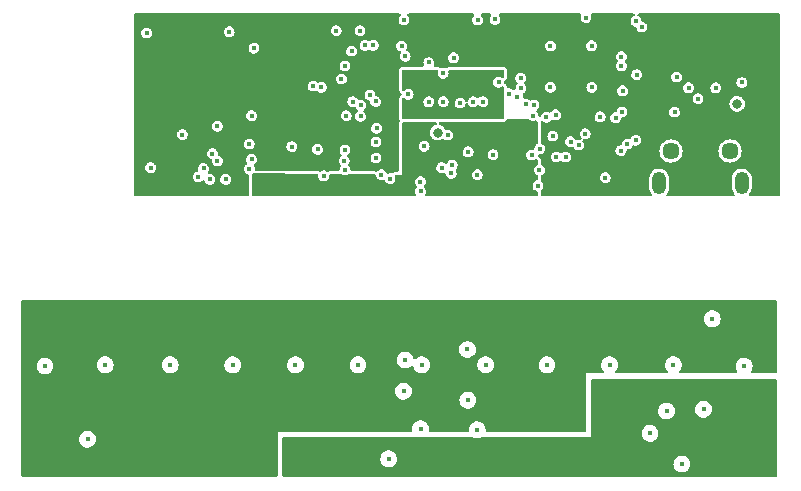
<source format=gbr>
%TF.GenerationSoftware,KiCad,Pcbnew,(6.0.0)*%
%TF.CreationDate,2022-04-23T22:24:28+01:00*%
%TF.ProjectId,main,6d61696e-2e6b-4696-9361-645f70636258,rev?*%
%TF.SameCoordinates,Original*%
%TF.FileFunction,Copper,L3,Inr*%
%TF.FilePolarity,Positive*%
%FSLAX46Y46*%
G04 Gerber Fmt 4.6, Leading zero omitted, Abs format (unit mm)*
G04 Created by KiCad (PCBNEW (6.0.0)) date 2022-04-23 22:24:28*
%MOMM*%
%LPD*%
G01*
G04 APERTURE LIST*
%TA.AperFunction,ComponentPad*%
%ADD10C,1.450000*%
%TD*%
%TA.AperFunction,ComponentPad*%
%ADD11O,1.200000X1.900000*%
%TD*%
%TA.AperFunction,ViaPad*%
%ADD12C,0.400000*%
%TD*%
%TA.AperFunction,ViaPad*%
%ADD13C,0.800000*%
%TD*%
G04 APERTURE END LIST*
D10*
%TO.N,GND*%
%TO.C,CN70*%
X120500000Y-91900000D03*
D11*
X119500000Y-94600000D03*
D10*
X125500000Y-91900000D03*
D11*
X126500000Y-94600000D03*
%TD*%
D12*
%TO.N,GND*%
X79132003Y-90500000D03*
X101089163Y-93302621D03*
X80000000Y-106848509D03*
X123305924Y-106837000D03*
X105600000Y-80763000D03*
X96200000Y-109000000D03*
X69100000Y-109000000D03*
X76100000Y-81900000D03*
X85000000Y-92600000D03*
X110300000Y-86500000D03*
X107000000Y-109000000D03*
X104100000Y-93900000D03*
X72700000Y-113400000D03*
X69100000Y-106798509D03*
X128700000Y-106900000D03*
X76450000Y-93300000D03*
X85000000Y-88900000D03*
X91100000Y-94000000D03*
X100000000Y-87724500D03*
X113781250Y-82981250D03*
X96200000Y-106848509D03*
X120800000Y-88600000D03*
X107000317Y-106848509D03*
X101602462Y-106848509D03*
X106800000Y-87037011D03*
X101600000Y-109000000D03*
D13*
X100752637Y-90330920D03*
D12*
X128700000Y-109000000D03*
X110300000Y-83000000D03*
X99100000Y-113700000D03*
X109800000Y-115000000D03*
X109240000Y-94830000D03*
X85407793Y-106848509D03*
X82100000Y-89800000D03*
X72300000Y-118300000D03*
X104600000Y-112900000D03*
X74500000Y-109000000D03*
X123300000Y-109000000D03*
X113800000Y-86500000D03*
X117907471Y-106848509D03*
X85200000Y-83200000D03*
X97900000Y-80800000D03*
X80000000Y-109000000D03*
X117900000Y-109000000D03*
X85400000Y-109000000D03*
D13*
X126100000Y-87900000D03*
D12*
X112500000Y-106848509D03*
X90584423Y-91759073D03*
X99300000Y-95300000D03*
X90800000Y-109000000D03*
X89800000Y-115400000D03*
X90800000Y-106848509D03*
X76100000Y-113400000D03*
X112500000Y-109000000D03*
X74502781Y-106798509D03*
%TO.N,Net-(C20-Pad1)*%
X102645499Y-87839545D03*
%TO.N,GNDA*%
X122189588Y-115000000D03*
X115609588Y-114900000D03*
X112515000Y-118090000D03*
X103750000Y-87725000D03*
X120589588Y-116600000D03*
X95527595Y-92493646D03*
X92500000Y-116500000D03*
X120589588Y-115000000D03*
X105900000Y-86073989D03*
X101219399Y-85317553D03*
X122189588Y-116600000D03*
%TO.N,/~{RESET}*%
X83100000Y-81800000D03*
X113300000Y-80600000D03*
X109365892Y-93500017D03*
X103322740Y-91964840D03*
%TO.N,Net-(C22-Pad1)*%
X101900000Y-93800000D03*
%TO.N,Net-(C23-Pad1)*%
X101967561Y-93084032D03*
%TO.N,+3.3VA*%
X86980500Y-94100498D03*
X122785880Y-87463000D03*
X104100000Y-93100000D03*
X99600000Y-90500000D03*
X107900000Y-90000000D03*
X100419666Y-93619666D03*
X108100000Y-93973989D03*
%TO.N,+3V3*%
X111900000Y-90159700D03*
X98800000Y-82906060D03*
X110100000Y-91548711D03*
X71100000Y-116300000D03*
X99300000Y-115400000D03*
X76950000Y-89400000D03*
X107925000Y-84500000D03*
X89400000Y-93200000D03*
X108600000Y-80763000D03*
X82800000Y-92700000D03*
X104100000Y-115500000D03*
X83600000Y-88900000D03*
X96663104Y-93199565D03*
X115500000Y-80831011D03*
%TO.N,VDDA*%
X105500000Y-87800000D03*
X102226162Y-85475221D03*
%TO.N,VBUS*%
X104125000Y-80800000D03*
X94220000Y-88960000D03*
%TO.N,+1V8*%
X96600000Y-117957440D03*
X120122688Y-113900000D03*
X101600000Y-90530920D03*
X98254369Y-87090849D03*
X123256488Y-113766900D03*
X84800000Y-91310480D03*
X96710000Y-94230000D03*
%TO.N,/RGB_VDD*%
X103262500Y-108700000D03*
X103300000Y-113000000D03*
%TO.N,/MISO*%
X110500931Y-90622700D03*
X113238000Y-90437000D03*
X126505000Y-86095000D03*
%TO.N,/SCLK*%
X124300000Y-86536480D03*
X108701608Y-92231489D03*
X112700000Y-91400000D03*
%TO.N,/MOSI*%
X109400931Y-91700931D03*
X122000000Y-86536480D03*
X112000000Y-91100000D03*
%TO.N,/D5*%
X116259517Y-91859517D03*
X120977967Y-85634958D03*
X115810862Y-89073480D03*
%TO.N,/D13*%
X116816826Y-91305571D03*
%TO.N,/GPIO1*%
X111600000Y-92400000D03*
%TO.N,/D6*%
X105437000Y-92200498D03*
X117529621Y-90979051D03*
%TO.N,/GPIO0*%
X110794500Y-92400000D03*
%TO.N,/SCL*%
X116303119Y-83906021D03*
%TO.N,/SDA*%
X116300000Y-84700000D03*
%TO.N,/D2*%
X94238503Y-88033989D03*
X124000000Y-106100000D03*
X98000000Y-109600000D03*
X114500000Y-89000000D03*
X97854890Y-112232091D03*
X95300000Y-82956604D03*
%TO.N,/CHRG_STAT*%
X92600000Y-85800000D03*
X95973500Y-93900000D03*
X107495210Y-87295210D03*
%TO.N,/A4*%
X90200000Y-86400000D03*
X88400500Y-91520949D03*
X107800000Y-86600000D03*
%TO.N,/vs1053_RIGHT*%
X95021962Y-87145007D03*
X104582417Y-87713502D03*
X95524234Y-91140347D03*
%TO.N,/vs1053_LEFT*%
X95584287Y-89963046D03*
X101219594Y-87718396D03*
X95500000Y-87700000D03*
%TO.N,/AOHPR*%
X81454173Y-94299989D03*
X81675919Y-92112023D03*
X92834598Y-92734598D03*
%TO.N,/AOHPL*%
X82100000Y-92720949D03*
X92900000Y-93500000D03*
X82800000Y-94300000D03*
%TO.N,/LED1*%
X94175000Y-81704084D03*
X102100000Y-84000000D03*
%TO.N,/LED2*%
X100000000Y-84400000D03*
X92150000Y-81704084D03*
%TO.N,/D9*%
X108200000Y-87900000D03*
X99600000Y-91500000D03*
%TO.N,/D4*%
X84800000Y-93400000D03*
X90900000Y-86500000D03*
X108900000Y-88012000D03*
%TO.N,/D3*%
X108826011Y-88900000D03*
%TO.N,/BM83_UART_RX*%
X109958987Y-89043649D03*
X98000000Y-83877880D03*
%TO.N,/BM83_UART_TX*%
X110726967Y-88828112D03*
X97700000Y-83000000D03*
%TO.N,/D11*%
X94600000Y-82956604D03*
X116353826Y-88600000D03*
X93569077Y-87716831D03*
%TO.N,/D10*%
X99290500Y-94500000D03*
X116400000Y-86800000D03*
%TO.N,/D7*%
X93461279Y-83440543D03*
X92900000Y-91808587D03*
X117600000Y-85424502D03*
%TO.N,/D-*%
X118033623Y-81407894D03*
%TO.N,/D+*%
X117538647Y-80912918D03*
%TO.N,/DMIC1_CLK*%
X80468494Y-94100000D03*
%TO.N,/DMIC1_L*%
X80931494Y-93373989D03*
%TO.N,/ELEC0*%
X126700000Y-110100000D03*
%TO.N,/ELEC1*%
X120700000Y-110000000D03*
%TO.N,/ELEC2*%
X115300000Y-110000000D03*
%TO.N,/ELEC3*%
X110000000Y-110000000D03*
%TO.N,/ELEC4*%
X104808276Y-109991724D03*
%TO.N,/ELEC5*%
X99400000Y-110000000D03*
%TO.N,/ELEC6*%
X94000000Y-110000000D03*
%TO.N,/ELEC7*%
X88700000Y-110000000D03*
%TO.N,/ELEC8*%
X83400000Y-110000000D03*
%TO.N,/ELEC9*%
X78100000Y-110000000D03*
%TO.N,/ELEC10*%
X72600000Y-110000000D03*
%TO.N,/ELEC11*%
X67500000Y-110100000D03*
%TO.N,Net-(C89-Pad1)*%
X121422688Y-118400000D03*
X118722688Y-115800000D03*
%TO.N,Net-(D10-Pad2)*%
X114936180Y-94150000D03*
%TO.N,/A3*%
X93000000Y-88900000D03*
X92900000Y-84700000D03*
X107778315Y-85707885D03*
%TD*%
%TA.AperFunction,Conductor*%
%TO.N,+3V3*%
G36*
X97564522Y-80274002D02*
G01*
X97611015Y-80327658D01*
X97621119Y-80397932D01*
X97590842Y-80463407D01*
X97522164Y-80541170D01*
X97522160Y-80541176D01*
X97516219Y-80547903D01*
X97512404Y-80556028D01*
X97512403Y-80556030D01*
X97482076Y-80620625D01*
X97460890Y-80665751D01*
X97459509Y-80674620D01*
X97443308Y-80778669D01*
X97440860Y-80794390D01*
X97442024Y-80803292D01*
X97442024Y-80803295D01*
X97456577Y-80914582D01*
X97457741Y-80923481D01*
X97510174Y-81042645D01*
X97593946Y-81142303D01*
X97601414Y-81147274D01*
X97601415Y-81147275D01*
X97694850Y-81209472D01*
X97694853Y-81209473D01*
X97702320Y-81214444D01*
X97710887Y-81217120D01*
X97710888Y-81217121D01*
X97732171Y-81223770D01*
X97826587Y-81253267D01*
X97835560Y-81253431D01*
X97835563Y-81253432D01*
X97892790Y-81254481D01*
X97956755Y-81255653D01*
X98008917Y-81241432D01*
X98073701Y-81223770D01*
X98073703Y-81223769D01*
X98082360Y-81221409D01*
X98193306Y-81153288D01*
X98232239Y-81110275D01*
X98274644Y-81063427D01*
X98274645Y-81063426D01*
X98280672Y-81056767D01*
X98290541Y-81036399D01*
X98333522Y-80947685D01*
X98333522Y-80947684D01*
X98337437Y-80939604D01*
X98359037Y-80811219D01*
X98359174Y-80800000D01*
X98340718Y-80671125D01*
X98306189Y-80595183D01*
X98290548Y-80560782D01*
X98290547Y-80560780D01*
X98286832Y-80552610D01*
X98208969Y-80462245D01*
X98179657Y-80397585D01*
X98189956Y-80327339D01*
X98236598Y-80273813D01*
X98304424Y-80254000D01*
X103721401Y-80254000D01*
X103789522Y-80274002D01*
X103836015Y-80327658D01*
X103846119Y-80397932D01*
X103815842Y-80463407D01*
X103747164Y-80541170D01*
X103747160Y-80541176D01*
X103741219Y-80547903D01*
X103737404Y-80556028D01*
X103737403Y-80556030D01*
X103707076Y-80620625D01*
X103685890Y-80665751D01*
X103684509Y-80674620D01*
X103668308Y-80778669D01*
X103665860Y-80794390D01*
X103667024Y-80803292D01*
X103667024Y-80803295D01*
X103681577Y-80914582D01*
X103682741Y-80923481D01*
X103735174Y-81042645D01*
X103818946Y-81142303D01*
X103826414Y-81147274D01*
X103826415Y-81147275D01*
X103919850Y-81209472D01*
X103919853Y-81209473D01*
X103927320Y-81214444D01*
X103935887Y-81217120D01*
X103935888Y-81217121D01*
X103957171Y-81223770D01*
X104051587Y-81253267D01*
X104060560Y-81253431D01*
X104060563Y-81253432D01*
X104117790Y-81254481D01*
X104181755Y-81255653D01*
X104233917Y-81241432D01*
X104298701Y-81223770D01*
X104298703Y-81223769D01*
X104307360Y-81221409D01*
X104418306Y-81153288D01*
X104457239Y-81110275D01*
X104499644Y-81063427D01*
X104499645Y-81063426D01*
X104505672Y-81056767D01*
X104515541Y-81036399D01*
X104558522Y-80947685D01*
X104558522Y-80947684D01*
X104562437Y-80939604D01*
X104584037Y-80811219D01*
X104584174Y-80800000D01*
X104565718Y-80671125D01*
X104531189Y-80595183D01*
X104515548Y-80560782D01*
X104515547Y-80560780D01*
X104511832Y-80552610D01*
X104433969Y-80462245D01*
X104404657Y-80397585D01*
X104414956Y-80327339D01*
X104461598Y-80273813D01*
X104529424Y-80254000D01*
X105163724Y-80254000D01*
X105231845Y-80274002D01*
X105278338Y-80327658D01*
X105288442Y-80397932D01*
X105258165Y-80463408D01*
X105222161Y-80504174D01*
X105222159Y-80504178D01*
X105216219Y-80510903D01*
X105212404Y-80519028D01*
X105212403Y-80519030D01*
X105177022Y-80594390D01*
X105160890Y-80628751D01*
X105159509Y-80637620D01*
X105144861Y-80731696D01*
X105140860Y-80757390D01*
X105142024Y-80766292D01*
X105142024Y-80766295D01*
X105152611Y-80847253D01*
X105157741Y-80886481D01*
X105210174Y-81005645D01*
X105293946Y-81105303D01*
X105301414Y-81110274D01*
X105301415Y-81110275D01*
X105394850Y-81172472D01*
X105394853Y-81172473D01*
X105402320Y-81177444D01*
X105410887Y-81180120D01*
X105410888Y-81180121D01*
X105432171Y-81186770D01*
X105526587Y-81216267D01*
X105535560Y-81216431D01*
X105535563Y-81216432D01*
X105592790Y-81217481D01*
X105656755Y-81218653D01*
X105708917Y-81204432D01*
X105773701Y-81186770D01*
X105773703Y-81186769D01*
X105782360Y-81184409D01*
X105893306Y-81116288D01*
X105909467Y-81098434D01*
X105974644Y-81026427D01*
X105974645Y-81026426D01*
X105980672Y-81019767D01*
X105992213Y-80995948D01*
X106033522Y-80910685D01*
X106033522Y-80910684D01*
X106037437Y-80902604D01*
X106059037Y-80774219D01*
X106059174Y-80763000D01*
X106040718Y-80634125D01*
X105986832Y-80515610D01*
X105940850Y-80462245D01*
X105911538Y-80397585D01*
X105921837Y-80327339D01*
X105968479Y-80273813D01*
X106036305Y-80254000D01*
X112761954Y-80254000D01*
X112830075Y-80274002D01*
X112876568Y-80327658D01*
X112886672Y-80397932D01*
X112876009Y-80433548D01*
X112860890Y-80465751D01*
X112859509Y-80474620D01*
X112844081Y-80573705D01*
X112840860Y-80594390D01*
X112842024Y-80603292D01*
X112842024Y-80603295D01*
X112852057Y-80680015D01*
X112857741Y-80723481D01*
X112910174Y-80842645D01*
X112993946Y-80942303D01*
X113001414Y-80947274D01*
X113001415Y-80947275D01*
X113094850Y-81009472D01*
X113094853Y-81009473D01*
X113102320Y-81014444D01*
X113110887Y-81017120D01*
X113110888Y-81017121D01*
X113132171Y-81023770D01*
X113226587Y-81053267D01*
X113235560Y-81053431D01*
X113235563Y-81053432D01*
X113292790Y-81054481D01*
X113356755Y-81055653D01*
X113460019Y-81027500D01*
X113473701Y-81023770D01*
X113473703Y-81023769D01*
X113482360Y-81021409D01*
X113593306Y-80953288D01*
X113612850Y-80931696D01*
X113674644Y-80863427D01*
X113674645Y-80863426D01*
X113680672Y-80856767D01*
X113685282Y-80847253D01*
X113733522Y-80747685D01*
X113733522Y-80747684D01*
X113737437Y-80739604D01*
X113759037Y-80611219D01*
X113759174Y-80600000D01*
X113740718Y-80471125D01*
X113737004Y-80462956D01*
X113737002Y-80462950D01*
X113722998Y-80432151D01*
X113713012Y-80361861D01*
X113742612Y-80297329D01*
X113802402Y-80259045D01*
X113837699Y-80254000D01*
X117300026Y-80254000D01*
X117368147Y-80274002D01*
X117414640Y-80327658D01*
X117424744Y-80397932D01*
X117395250Y-80462512D01*
X117354413Y-80492836D01*
X117351152Y-80493768D01*
X117241047Y-80563239D01*
X117235105Y-80569967D01*
X117235104Y-80569968D01*
X117212835Y-80595183D01*
X117154866Y-80660821D01*
X117151051Y-80668946D01*
X117151050Y-80668948D01*
X117104612Y-80767860D01*
X117099537Y-80778669D01*
X117098156Y-80787538D01*
X117081471Y-80894696D01*
X117079507Y-80907308D01*
X117080671Y-80916210D01*
X117080671Y-80916213D01*
X117095084Y-81026427D01*
X117096388Y-81036399D01*
X117148821Y-81155563D01*
X117232593Y-81255221D01*
X117240061Y-81260192D01*
X117240062Y-81260193D01*
X117333497Y-81322390D01*
X117333500Y-81322391D01*
X117340967Y-81327362D01*
X117349534Y-81330038D01*
X117349535Y-81330039D01*
X117396404Y-81344681D01*
X117465234Y-81366185D01*
X117474210Y-81366350D01*
X117479231Y-81367163D01*
X117543277Y-81397801D01*
X117580592Y-81458200D01*
X117584018Y-81475201D01*
X117591364Y-81531375D01*
X117643797Y-81650539D01*
X117727569Y-81750197D01*
X117735037Y-81755168D01*
X117735038Y-81755169D01*
X117828473Y-81817366D01*
X117828476Y-81817367D01*
X117835943Y-81822338D01*
X117844510Y-81825014D01*
X117844511Y-81825015D01*
X117865794Y-81831664D01*
X117960210Y-81861161D01*
X117969183Y-81861325D01*
X117969186Y-81861326D01*
X118026413Y-81862375D01*
X118090378Y-81863547D01*
X118163220Y-81843688D01*
X118207324Y-81831664D01*
X118207326Y-81831663D01*
X118215983Y-81829303D01*
X118287294Y-81785518D01*
X118319281Y-81765878D01*
X118319282Y-81765878D01*
X118326929Y-81761182D01*
X118364117Y-81720097D01*
X118408267Y-81671321D01*
X118408268Y-81671320D01*
X118414295Y-81664661D01*
X118422415Y-81647903D01*
X118467145Y-81555579D01*
X118467145Y-81555578D01*
X118471060Y-81547498D01*
X118492660Y-81419113D01*
X118492797Y-81407894D01*
X118474341Y-81279019D01*
X118431324Y-81184409D01*
X118424171Y-81168676D01*
X118424170Y-81168674D01*
X118420455Y-81160504D01*
X118335473Y-81061877D01*
X118226224Y-80991066D01*
X118101493Y-80953764D01*
X118093891Y-80953717D01*
X118030101Y-80924154D01*
X117992052Y-80864215D01*
X117988420Y-80847270D01*
X117979365Y-80784043D01*
X117925479Y-80665528D01*
X117864183Y-80594390D01*
X117846360Y-80573705D01*
X117846359Y-80573704D01*
X117840497Y-80566901D01*
X117731248Y-80496090D01*
X117723987Y-80493919D01*
X117671066Y-80447652D01*
X117651365Y-80379443D01*
X117671668Y-80311412D01*
X117725529Y-80265156D01*
X117777364Y-80254000D01*
X129620000Y-80254000D01*
X129688121Y-80274002D01*
X129734614Y-80327658D01*
X129746000Y-80380000D01*
X129746000Y-95620000D01*
X129725998Y-95688121D01*
X129672342Y-95734614D01*
X129620000Y-95746000D01*
X127221868Y-95746000D01*
X127153747Y-95725998D01*
X127107254Y-95672342D01*
X127097150Y-95602068D01*
X127125000Y-95544701D01*
X127122454Y-95542755D01*
X127231075Y-95400685D01*
X127231077Y-95400681D01*
X127235219Y-95395264D01*
X127238102Y-95389082D01*
X127310802Y-95233177D01*
X127310803Y-95233174D01*
X127313682Y-95227000D01*
X127354182Y-95045812D01*
X127354500Y-95040124D01*
X127354500Y-94203615D01*
X127339488Y-94065427D01*
X127290634Y-93920261D01*
X127282448Y-93895936D01*
X127282447Y-93895934D01*
X127280270Y-93889465D01*
X127184649Y-93730323D01*
X127179037Y-93724388D01*
X127061773Y-93600386D01*
X127061771Y-93600384D01*
X127057084Y-93595428D01*
X126903529Y-93491072D01*
X126897195Y-93488539D01*
X126897192Y-93488537D01*
X126737484Y-93424658D01*
X126737479Y-93424657D01*
X126731147Y-93422124D01*
X126724420Y-93421010D01*
X126724415Y-93421009D01*
X126554718Y-93392916D01*
X126554715Y-93392916D01*
X126547981Y-93391801D01*
X126541164Y-93392158D01*
X126541160Y-93392158D01*
X126391540Y-93400000D01*
X126362576Y-93401518D01*
X126356004Y-93403328D01*
X126355999Y-93403329D01*
X126201757Y-93445815D01*
X126183583Y-93450821D01*
X126019352Y-93537410D01*
X125877546Y-93657245D01*
X125873399Y-93662668D01*
X125873398Y-93662670D01*
X125768925Y-93799315D01*
X125768923Y-93799319D01*
X125764781Y-93804736D01*
X125761899Y-93810916D01*
X125761898Y-93810918D01*
X125691455Y-93961984D01*
X125686318Y-93973000D01*
X125684832Y-93979648D01*
X125684831Y-93979651D01*
X125665658Y-94065427D01*
X125645818Y-94154188D01*
X125645500Y-94159876D01*
X125645500Y-94996385D01*
X125660512Y-95134573D01*
X125719730Y-95310535D01*
X125815351Y-95469677D01*
X125820039Y-95474634D01*
X125820041Y-95474637D01*
X125875637Y-95533427D01*
X125907909Y-95596664D01*
X125900869Y-95667311D01*
X125856753Y-95722937D01*
X125784089Y-95746000D01*
X120221868Y-95746000D01*
X120153747Y-95725998D01*
X120107254Y-95672342D01*
X120097150Y-95602068D01*
X120125000Y-95544701D01*
X120122454Y-95542755D01*
X120231075Y-95400685D01*
X120231077Y-95400681D01*
X120235219Y-95395264D01*
X120238102Y-95389082D01*
X120310802Y-95233177D01*
X120310803Y-95233174D01*
X120313682Y-95227000D01*
X120354182Y-95045812D01*
X120354500Y-95040124D01*
X120354500Y-94203615D01*
X120339488Y-94065427D01*
X120290634Y-93920261D01*
X120282448Y-93895936D01*
X120282447Y-93895934D01*
X120280270Y-93889465D01*
X120184649Y-93730323D01*
X120179037Y-93724388D01*
X120061773Y-93600386D01*
X120061771Y-93600384D01*
X120057084Y-93595428D01*
X119903529Y-93491072D01*
X119897195Y-93488539D01*
X119897192Y-93488537D01*
X119737484Y-93424658D01*
X119737479Y-93424657D01*
X119731147Y-93422124D01*
X119724420Y-93421010D01*
X119724415Y-93421009D01*
X119554718Y-93392916D01*
X119554715Y-93392916D01*
X119547981Y-93391801D01*
X119541164Y-93392158D01*
X119541160Y-93392158D01*
X119391540Y-93400000D01*
X119362576Y-93401518D01*
X119356004Y-93403328D01*
X119355999Y-93403329D01*
X119201757Y-93445815D01*
X119183583Y-93450821D01*
X119019352Y-93537410D01*
X118877546Y-93657245D01*
X118873399Y-93662668D01*
X118873398Y-93662670D01*
X118768925Y-93799315D01*
X118768923Y-93799319D01*
X118764781Y-93804736D01*
X118761899Y-93810916D01*
X118761898Y-93810918D01*
X118691455Y-93961984D01*
X118686318Y-93973000D01*
X118684832Y-93979648D01*
X118684831Y-93979651D01*
X118665658Y-94065427D01*
X118645818Y-94154188D01*
X118645500Y-94159876D01*
X118645500Y-94996385D01*
X118660512Y-95134573D01*
X118719730Y-95310535D01*
X118815351Y-95469677D01*
X118820039Y-95474634D01*
X118820041Y-95474637D01*
X118875637Y-95533427D01*
X118907909Y-95596664D01*
X118900869Y-95667311D01*
X118856753Y-95722937D01*
X118784089Y-95746000D01*
X109603472Y-95746000D01*
X109535351Y-95725998D01*
X109488858Y-95672342D01*
X109479057Y-95618598D01*
X109477599Y-95618603D01*
X109477286Y-95533493D01*
X109476770Y-95393032D01*
X109476770Y-95393006D01*
X109476766Y-95392053D01*
X109476239Y-95376597D01*
X109475249Y-95361287D01*
X109466809Y-95326481D01*
X109470194Y-95255565D01*
X109511382Y-95197737D01*
X109523332Y-95189413D01*
X109525650Y-95187990D01*
X109525656Y-95187985D01*
X109533306Y-95183288D01*
X109539331Y-95176632D01*
X109539333Y-95176630D01*
X109614644Y-95093427D01*
X109614645Y-95093426D01*
X109620672Y-95086767D01*
X109642864Y-95040964D01*
X109673522Y-94977685D01*
X109673522Y-94977684D01*
X109677437Y-94969604D01*
X109699037Y-94841219D01*
X109699174Y-94830000D01*
X109680718Y-94701125D01*
X109637234Y-94605488D01*
X109630548Y-94590782D01*
X109630547Y-94590780D01*
X109626832Y-94582610D01*
X109584341Y-94533296D01*
X109547713Y-94490787D01*
X109547712Y-94490786D01*
X109541850Y-94483983D01*
X109534317Y-94479100D01*
X109534312Y-94479096D01*
X109517477Y-94468184D01*
X109471194Y-94414348D01*
X109461364Y-94344035D01*
X109461946Y-94340812D01*
X109462605Y-94338537D01*
X109472630Y-94266940D01*
X109472179Y-94144390D01*
X114477040Y-94144390D01*
X114478204Y-94153292D01*
X114478204Y-94153295D01*
X114489491Y-94239604D01*
X114493921Y-94273481D01*
X114546354Y-94392645D01*
X114630126Y-94492303D01*
X114637594Y-94497274D01*
X114637595Y-94497275D01*
X114731030Y-94559472D01*
X114731033Y-94559473D01*
X114738500Y-94564444D01*
X114747067Y-94567120D01*
X114747068Y-94567121D01*
X114768351Y-94573770D01*
X114862767Y-94603267D01*
X114871740Y-94603431D01*
X114871743Y-94603432D01*
X114928970Y-94604481D01*
X114992935Y-94605653D01*
X115047481Y-94590782D01*
X115109881Y-94573770D01*
X115109883Y-94573769D01*
X115118540Y-94571409D01*
X115211317Y-94514444D01*
X115221838Y-94507984D01*
X115221839Y-94507984D01*
X115229486Y-94503288D01*
X115239429Y-94492303D01*
X115310824Y-94413427D01*
X115310825Y-94413426D01*
X115316852Y-94406767D01*
X115337263Y-94364640D01*
X115369702Y-94297685D01*
X115369702Y-94297684D01*
X115373617Y-94289604D01*
X115395217Y-94161219D01*
X115395354Y-94150000D01*
X115376898Y-94021125D01*
X115331567Y-93921426D01*
X115326728Y-93910782D01*
X115326727Y-93910780D01*
X115323012Y-93902610D01*
X115274122Y-93845870D01*
X115243893Y-93810787D01*
X115243892Y-93810786D01*
X115238030Y-93803983D01*
X115128781Y-93733172D01*
X115004050Y-93695870D01*
X114995074Y-93695815D01*
X114995073Y-93695815D01*
X114941858Y-93695490D01*
X114873863Y-93695074D01*
X114748685Y-93730850D01*
X114741098Y-93735637D01*
X114741096Y-93735638D01*
X114695462Y-93764431D01*
X114638580Y-93800321D01*
X114632638Y-93807049D01*
X114632637Y-93807050D01*
X114610862Y-93831706D01*
X114552399Y-93897903D01*
X114548584Y-93906028D01*
X114548583Y-93906030D01*
X114517141Y-93973000D01*
X114497070Y-94015751D01*
X114495689Y-94024620D01*
X114483439Y-94103295D01*
X114477040Y-94144390D01*
X109472179Y-94144390D01*
X109471782Y-94036361D01*
X109491533Y-93968168D01*
X109545490Y-93922179D01*
X109548252Y-93921426D01*
X109555902Y-93916729D01*
X109651550Y-93858001D01*
X109651551Y-93858001D01*
X109659198Y-93853305D01*
X109666606Y-93845121D01*
X109740536Y-93763444D01*
X109740537Y-93763443D01*
X109746564Y-93756784D01*
X109757197Y-93734839D01*
X109799414Y-93647702D01*
X109799414Y-93647701D01*
X109803329Y-93639621D01*
X109824929Y-93511236D01*
X109825066Y-93500017D01*
X109806610Y-93371142D01*
X109761135Y-93271125D01*
X109756440Y-93260799D01*
X109756439Y-93260797D01*
X109752724Y-93252627D01*
X109685509Y-93174620D01*
X109673605Y-93160804D01*
X109673604Y-93160803D01*
X109667742Y-93154000D01*
X109558493Y-93083189D01*
X109549892Y-93080617D01*
X109541746Y-93076853D01*
X109543263Y-93073570D01*
X109498158Y-93044232D01*
X109469020Y-92979490D01*
X109467835Y-92962707D01*
X109466772Y-92673552D01*
X109466772Y-92673550D01*
X109466756Y-92669239D01*
X109465936Y-92663427D01*
X109457687Y-92605011D01*
X109457687Y-92605010D01*
X109457084Y-92600741D01*
X109454664Y-92592223D01*
X109439213Y-92537854D01*
X109439212Y-92537851D01*
X109438497Y-92535335D01*
X109436168Y-92529144D01*
X109430687Y-92514582D01*
X109423653Y-92495890D01*
X109364519Y-92416359D01*
X109340221Y-92394390D01*
X110335360Y-92394390D01*
X110336524Y-92403292D01*
X110336524Y-92403295D01*
X110351077Y-92514582D01*
X110352241Y-92523481D01*
X110404674Y-92642645D01*
X110488446Y-92742303D01*
X110495914Y-92747274D01*
X110495915Y-92747275D01*
X110589350Y-92809472D01*
X110589353Y-92809473D01*
X110596820Y-92814444D01*
X110605387Y-92817120D01*
X110605388Y-92817121D01*
X110626671Y-92823770D01*
X110721087Y-92853267D01*
X110730060Y-92853431D01*
X110730063Y-92853432D01*
X110787290Y-92854481D01*
X110851255Y-92855653D01*
X110923554Y-92835942D01*
X110968201Y-92823770D01*
X110968203Y-92823769D01*
X110976860Y-92821409D01*
X111087806Y-92753288D01*
X111102548Y-92737002D01*
X111163090Y-92699920D01*
X111234070Y-92701457D01*
X111279396Y-92731778D01*
X111281478Y-92729449D01*
X111288172Y-92735434D01*
X111293946Y-92742303D01*
X111301414Y-92747274D01*
X111301415Y-92747275D01*
X111394850Y-92809472D01*
X111394853Y-92809473D01*
X111402320Y-92814444D01*
X111410887Y-92817120D01*
X111410888Y-92817121D01*
X111432171Y-92823770D01*
X111526587Y-92853267D01*
X111535560Y-92853431D01*
X111535563Y-92853432D01*
X111592790Y-92854481D01*
X111656755Y-92855653D01*
X111729054Y-92835942D01*
X111773701Y-92823770D01*
X111773703Y-92823769D01*
X111782360Y-92821409D01*
X111893306Y-92753288D01*
X111899330Y-92746633D01*
X111974644Y-92663427D01*
X111974645Y-92663426D01*
X111980672Y-92656767D01*
X111995898Y-92625342D01*
X112033522Y-92547685D01*
X112033522Y-92547684D01*
X112037437Y-92539604D01*
X112059037Y-92411219D01*
X112059174Y-92400000D01*
X112040718Y-92271125D01*
X112007888Y-92198919D01*
X111990548Y-92160782D01*
X111990547Y-92160780D01*
X111986832Y-92152610D01*
X111927369Y-92083599D01*
X111907713Y-92060787D01*
X111907712Y-92060786D01*
X111901850Y-92053983D01*
X111792601Y-91983172D01*
X111667870Y-91945870D01*
X111658894Y-91945815D01*
X111658893Y-91945815D01*
X111605678Y-91945490D01*
X111537683Y-91945074D01*
X111412505Y-91980850D01*
X111404918Y-91985637D01*
X111404916Y-91985638D01*
X111368541Y-92008589D01*
X111302400Y-92050321D01*
X111296458Y-92057049D01*
X111296457Y-92057050D01*
X111292120Y-92061961D01*
X111232034Y-92099780D01*
X111161041Y-92099110D01*
X111109798Y-92065735D01*
X111108971Y-92066683D01*
X111102250Y-92060820D01*
X111102229Y-92060806D01*
X111096350Y-92053983D01*
X110987101Y-91983172D01*
X110862370Y-91945870D01*
X110853394Y-91945815D01*
X110853393Y-91945815D01*
X110800178Y-91945490D01*
X110732183Y-91945074D01*
X110607005Y-91980850D01*
X110599418Y-91985637D01*
X110599416Y-91985638D01*
X110563041Y-92008589D01*
X110496900Y-92050321D01*
X110490958Y-92057049D01*
X110490957Y-92057050D01*
X110446661Y-92107206D01*
X110410719Y-92147903D01*
X110406904Y-92156028D01*
X110406903Y-92156030D01*
X110362937Y-92249676D01*
X110355390Y-92265751D01*
X110354009Y-92274620D01*
X110336835Y-92384919D01*
X110335360Y-92394390D01*
X109340221Y-92394390D01*
X109318852Y-92375069D01*
X109281739Y-92314548D01*
X109283237Y-92243567D01*
X109322872Y-92184664D01*
X109388061Y-92156541D01*
X109405660Y-92155630D01*
X109457686Y-92156584D01*
X109521534Y-92139177D01*
X109574632Y-92124701D01*
X109574634Y-92124700D01*
X109583291Y-92122340D01*
X109666040Y-92071532D01*
X109686589Y-92058915D01*
X109686590Y-92058915D01*
X109694237Y-92054219D01*
X109704379Y-92043014D01*
X109775575Y-91964358D01*
X109775576Y-91964357D01*
X109781603Y-91957698D01*
X109787361Y-91945815D01*
X109834453Y-91848616D01*
X109834453Y-91848615D01*
X109838368Y-91840535D01*
X109859968Y-91712150D01*
X109860105Y-91700931D01*
X109841649Y-91572056D01*
X109793263Y-91465637D01*
X109791479Y-91461713D01*
X109791478Y-91461711D01*
X109787763Y-91453541D01*
X109730403Y-91386971D01*
X109708644Y-91361718D01*
X109708643Y-91361717D01*
X109702781Y-91354914D01*
X109593532Y-91284103D01*
X109551069Y-91271404D01*
X109491538Y-91232725D01*
X109462368Y-91167998D01*
X109461174Y-91151151D01*
X109461158Y-91146706D01*
X109460966Y-91094390D01*
X111540860Y-91094390D01*
X111542024Y-91103292D01*
X111542024Y-91103295D01*
X111556141Y-91211248D01*
X111557741Y-91223481D01*
X111610174Y-91342645D01*
X111693946Y-91442303D01*
X111701414Y-91447274D01*
X111701415Y-91447275D01*
X111794850Y-91509472D01*
X111794853Y-91509473D01*
X111802320Y-91514444D01*
X111810887Y-91517120D01*
X111810888Y-91517121D01*
X111857757Y-91531763D01*
X111926587Y-91553267D01*
X111935560Y-91553431D01*
X111935563Y-91553432D01*
X111992790Y-91554481D01*
X112056755Y-91555653D01*
X112144107Y-91531838D01*
X112215090Y-91533218D01*
X112274059Y-91572755D01*
X112292578Y-91602655D01*
X112310174Y-91642645D01*
X112393946Y-91742303D01*
X112401414Y-91747274D01*
X112401415Y-91747275D01*
X112494850Y-91809472D01*
X112494853Y-91809473D01*
X112502320Y-91814444D01*
X112510887Y-91817120D01*
X112510888Y-91817121D01*
X112532171Y-91823770D01*
X112626587Y-91853267D01*
X112635560Y-91853431D01*
X112635563Y-91853432D01*
X112692790Y-91854481D01*
X112756755Y-91855653D01*
X112763159Y-91853907D01*
X115800377Y-91853907D01*
X115801541Y-91862809D01*
X115801541Y-91862812D01*
X115813973Y-91957879D01*
X115817258Y-91982998D01*
X115869691Y-92102162D01*
X115953463Y-92201820D01*
X115960931Y-92206791D01*
X115960932Y-92206792D01*
X116054367Y-92268989D01*
X116054370Y-92268990D01*
X116061837Y-92273961D01*
X116070404Y-92276637D01*
X116070405Y-92276638D01*
X116117274Y-92291280D01*
X116186104Y-92312784D01*
X116195077Y-92312948D01*
X116195080Y-92312949D01*
X116252307Y-92313998D01*
X116316272Y-92315170D01*
X116370719Y-92300326D01*
X116433218Y-92283287D01*
X116433220Y-92283286D01*
X116441877Y-92280926D01*
X116524825Y-92229996D01*
X116545175Y-92217501D01*
X116545176Y-92217501D01*
X116552823Y-92212805D01*
X116568984Y-92194951D01*
X116634161Y-92122944D01*
X116634162Y-92122943D01*
X116640189Y-92116284D01*
X116644588Y-92107206D01*
X116693039Y-92007202D01*
X116693039Y-92007201D01*
X116696954Y-91999121D01*
X116715943Y-91886258D01*
X119515857Y-91886258D01*
X119518957Y-91923169D01*
X119530612Y-92061961D01*
X119531931Y-92077674D01*
X119533630Y-92083599D01*
X119582487Y-92253983D01*
X119584878Y-92262323D01*
X119595652Y-92283287D01*
X119658133Y-92404860D01*
X119672682Y-92433170D01*
X119676508Y-92437997D01*
X119788169Y-92578880D01*
X119788173Y-92578885D01*
X119791998Y-92583710D01*
X119796692Y-92587705D01*
X119918008Y-92690953D01*
X119938281Y-92708207D01*
X119943659Y-92711213D01*
X119943661Y-92711214D01*
X119989732Y-92736962D01*
X120105961Y-92801920D01*
X120288649Y-92861279D01*
X120479388Y-92884023D01*
X120485523Y-92883551D01*
X120485525Y-92883551D01*
X120664769Y-92869759D01*
X120664773Y-92869758D01*
X120670911Y-92869286D01*
X120855925Y-92817629D01*
X120861429Y-92814849D01*
X120861431Y-92814848D01*
X121021881Y-92733799D01*
X121021883Y-92733798D01*
X121027382Y-92731020D01*
X121178750Y-92612758D01*
X121182776Y-92608094D01*
X121300237Y-92472015D01*
X121300238Y-92472013D01*
X121304266Y-92467347D01*
X121308839Y-92459298D01*
X121338912Y-92406359D01*
X121399147Y-92300326D01*
X121459780Y-92118057D01*
X121483855Y-91927482D01*
X121484239Y-91900000D01*
X121482892Y-91886258D01*
X124515857Y-91886258D01*
X124518957Y-91923169D01*
X124530612Y-92061961D01*
X124531931Y-92077674D01*
X124533630Y-92083599D01*
X124582487Y-92253983D01*
X124584878Y-92262323D01*
X124595652Y-92283287D01*
X124658133Y-92404860D01*
X124672682Y-92433170D01*
X124676508Y-92437997D01*
X124788169Y-92578880D01*
X124788173Y-92578885D01*
X124791998Y-92583710D01*
X124796692Y-92587705D01*
X124918008Y-92690953D01*
X124938281Y-92708207D01*
X124943659Y-92711213D01*
X124943661Y-92711214D01*
X124989732Y-92736962D01*
X125105961Y-92801920D01*
X125288649Y-92861279D01*
X125479388Y-92884023D01*
X125485523Y-92883551D01*
X125485525Y-92883551D01*
X125664769Y-92869759D01*
X125664773Y-92869758D01*
X125670911Y-92869286D01*
X125855925Y-92817629D01*
X125861429Y-92814849D01*
X125861431Y-92814848D01*
X126021881Y-92733799D01*
X126021883Y-92733798D01*
X126027382Y-92731020D01*
X126178750Y-92612758D01*
X126182776Y-92608094D01*
X126300237Y-92472015D01*
X126300238Y-92472013D01*
X126304266Y-92467347D01*
X126308839Y-92459298D01*
X126338912Y-92406359D01*
X126399147Y-92300326D01*
X126459780Y-92118057D01*
X126483855Y-91927482D01*
X126484239Y-91900000D01*
X126465494Y-91708827D01*
X126459658Y-91689495D01*
X126430709Y-91593614D01*
X126409974Y-91524936D01*
X126319794Y-91355330D01*
X126307025Y-91339673D01*
X126222321Y-91235818D01*
X126198387Y-91206472D01*
X126193638Y-91202543D01*
X126055129Y-91087958D01*
X126055125Y-91087956D01*
X126050379Y-91084029D01*
X125881408Y-90992666D01*
X125774524Y-90959580D01*
X125703796Y-90937686D01*
X125703793Y-90937685D01*
X125697909Y-90935864D01*
X125691784Y-90935220D01*
X125691783Y-90935220D01*
X125512999Y-90916429D01*
X125512998Y-90916429D01*
X125506871Y-90915785D01*
X125427644Y-90922995D01*
X125321711Y-90932636D01*
X125321708Y-90932637D01*
X125315572Y-90933195D01*
X125309666Y-90934933D01*
X125309662Y-90934934D01*
X125176131Y-90974234D01*
X125131298Y-90987429D01*
X125125838Y-90990283D01*
X125125839Y-90990283D01*
X124966527Y-91073569D01*
X124966523Y-91073572D01*
X124961067Y-91076424D01*
X124956267Y-91080284D01*
X124956266Y-91080284D01*
X124830248Y-91181605D01*
X124811364Y-91196788D01*
X124687891Y-91343937D01*
X124684923Y-91349335D01*
X124684920Y-91349340D01*
X124615409Y-91475781D01*
X124595351Y-91512267D01*
X124593490Y-91518134D01*
X124593489Y-91518136D01*
X124544827Y-91671540D01*
X124537269Y-91695365D01*
X124515857Y-91886258D01*
X121482892Y-91886258D01*
X121465494Y-91708827D01*
X121459658Y-91689495D01*
X121430709Y-91593614D01*
X121409974Y-91524936D01*
X121319794Y-91355330D01*
X121307025Y-91339673D01*
X121222321Y-91235818D01*
X121198387Y-91206472D01*
X121193638Y-91202543D01*
X121055129Y-91087958D01*
X121055125Y-91087956D01*
X121050379Y-91084029D01*
X120881408Y-90992666D01*
X120774524Y-90959580D01*
X120703796Y-90937686D01*
X120703793Y-90937685D01*
X120697909Y-90935864D01*
X120691784Y-90935220D01*
X120691783Y-90935220D01*
X120512999Y-90916429D01*
X120512998Y-90916429D01*
X120506871Y-90915785D01*
X120427644Y-90922995D01*
X120321711Y-90932636D01*
X120321708Y-90932637D01*
X120315572Y-90933195D01*
X120309666Y-90934933D01*
X120309662Y-90934934D01*
X120176131Y-90974234D01*
X120131298Y-90987429D01*
X120125838Y-90990283D01*
X120125839Y-90990283D01*
X119966527Y-91073569D01*
X119966523Y-91073572D01*
X119961067Y-91076424D01*
X119956267Y-91080284D01*
X119956266Y-91080284D01*
X119830248Y-91181605D01*
X119811364Y-91196788D01*
X119687891Y-91343937D01*
X119684923Y-91349335D01*
X119684920Y-91349340D01*
X119615409Y-91475781D01*
X119595351Y-91512267D01*
X119593490Y-91518134D01*
X119593489Y-91518136D01*
X119544827Y-91671540D01*
X119537269Y-91695365D01*
X119515857Y-91886258D01*
X116715943Y-91886258D01*
X116718554Y-91870736D01*
X116719540Y-91870902D01*
X116743761Y-91809375D01*
X116801354Y-91767859D01*
X116845561Y-91760710D01*
X116873581Y-91761224D01*
X116942982Y-91742303D01*
X116990527Y-91729341D01*
X116990529Y-91729340D01*
X116999186Y-91726980D01*
X117094489Y-91668464D01*
X117102484Y-91663555D01*
X117102485Y-91663555D01*
X117110132Y-91658859D01*
X117121849Y-91645914D01*
X117191470Y-91568998D01*
X117191471Y-91568997D01*
X117197498Y-91562338D01*
X117238885Y-91476915D01*
X117286588Y-91424332D01*
X117355146Y-91405887D01*
X117389845Y-91411585D01*
X117456208Y-91432318D01*
X117465181Y-91432482D01*
X117465184Y-91432483D01*
X117522411Y-91433532D01*
X117586376Y-91434704D01*
X117665780Y-91413056D01*
X117703322Y-91402821D01*
X117703324Y-91402820D01*
X117711981Y-91400460D01*
X117784183Y-91356128D01*
X117815279Y-91337035D01*
X117815280Y-91337035D01*
X117822927Y-91332339D01*
X117847073Y-91305663D01*
X117904265Y-91242478D01*
X117904266Y-91242477D01*
X117910293Y-91235818D01*
X117916271Y-91223481D01*
X117963143Y-91126736D01*
X117963143Y-91126735D01*
X117967058Y-91118655D01*
X117988658Y-90990270D01*
X117988795Y-90979051D01*
X117970339Y-90850176D01*
X117941104Y-90785878D01*
X117920169Y-90739833D01*
X117920168Y-90739831D01*
X117916453Y-90731661D01*
X117841893Y-90645129D01*
X117837334Y-90639838D01*
X117837333Y-90639837D01*
X117831471Y-90633034D01*
X117722222Y-90562223D01*
X117597491Y-90524921D01*
X117588515Y-90524866D01*
X117588514Y-90524866D01*
X117535299Y-90524541D01*
X117467304Y-90524125D01*
X117342126Y-90559901D01*
X117334539Y-90564688D01*
X117334537Y-90564689D01*
X117276621Y-90601231D01*
X117232021Y-90629372D01*
X117226079Y-90636100D01*
X117226078Y-90636101D01*
X117215178Y-90648443D01*
X117145840Y-90726954D01*
X117142025Y-90735079D01*
X117142024Y-90735081D01*
X117108578Y-90806320D01*
X117061522Y-90859483D01*
X116993194Y-90878765D01*
X116958422Y-90873489D01*
X116893301Y-90854014D01*
X116893298Y-90854014D01*
X116884696Y-90851441D01*
X116875720Y-90851386D01*
X116875719Y-90851386D01*
X116822504Y-90851061D01*
X116754509Y-90850645D01*
X116629331Y-90886421D01*
X116621744Y-90891208D01*
X116621742Y-90891209D01*
X116592797Y-90909472D01*
X116519226Y-90955892D01*
X116513284Y-90962620D01*
X116513283Y-90962621D01*
X116488853Y-90990283D01*
X116433045Y-91053474D01*
X116429230Y-91061599D01*
X116429229Y-91061601D01*
X116382664Y-91160782D01*
X116377716Y-91171322D01*
X116376335Y-91180191D01*
X116357961Y-91298195D01*
X116327716Y-91362428D01*
X116267546Y-91400112D01*
X116232691Y-91404808D01*
X116197200Y-91404591D01*
X116072022Y-91440367D01*
X116064435Y-91445154D01*
X116064433Y-91445155D01*
X116015894Y-91475781D01*
X115961917Y-91509838D01*
X115955975Y-91516566D01*
X115955974Y-91516567D01*
X115901435Y-91578321D01*
X115875736Y-91607420D01*
X115871921Y-91615545D01*
X115871920Y-91615547D01*
X115828126Y-91708827D01*
X115820407Y-91725268D01*
X115819026Y-91734137D01*
X115803838Y-91831682D01*
X115800377Y-91853907D01*
X112763159Y-91853907D01*
X112812207Y-91840535D01*
X112873701Y-91823770D01*
X112873703Y-91823769D01*
X112882360Y-91821409D01*
X112953521Y-91777716D01*
X112985658Y-91757984D01*
X112985659Y-91757984D01*
X112993306Y-91753288D01*
X113010641Y-91734137D01*
X113074644Y-91663427D01*
X113074645Y-91663426D01*
X113080672Y-91656767D01*
X113085931Y-91645914D01*
X113133522Y-91547685D01*
X113133522Y-91547684D01*
X113137437Y-91539604D01*
X113159037Y-91411219D01*
X113159174Y-91400000D01*
X113140718Y-91271125D01*
X113106919Y-91196788D01*
X113090548Y-91160782D01*
X113090547Y-91160780D01*
X113086832Y-91152610D01*
X113035882Y-91093480D01*
X113006570Y-91028818D01*
X113016870Y-90958573D01*
X113063512Y-90905047D01*
X113131688Y-90885234D01*
X113151485Y-90886855D01*
X113156015Y-90887589D01*
X113164587Y-90890267D01*
X113173561Y-90890431D01*
X113173564Y-90890432D01*
X113229671Y-90891460D01*
X113294755Y-90892653D01*
X113346917Y-90878432D01*
X113411701Y-90860770D01*
X113411703Y-90860769D01*
X113420360Y-90858409D01*
X113531306Y-90790288D01*
X113558009Y-90760787D01*
X113612644Y-90700427D01*
X113612645Y-90700426D01*
X113618672Y-90693767D01*
X113622611Y-90685638D01*
X113671522Y-90584685D01*
X113671522Y-90584684D01*
X113675437Y-90576604D01*
X113697037Y-90448219D01*
X113697174Y-90437000D01*
X113678718Y-90308125D01*
X113637155Y-90216713D01*
X113628548Y-90197782D01*
X113628547Y-90197780D01*
X113624832Y-90189610D01*
X113539850Y-90090983D01*
X113430601Y-90020172D01*
X113305870Y-89982870D01*
X113296894Y-89982815D01*
X113296893Y-89982815D01*
X113243678Y-89982490D01*
X113175683Y-89982074D01*
X113050505Y-90017850D01*
X113042918Y-90022637D01*
X113042916Y-90022638D01*
X113000317Y-90049516D01*
X112940400Y-90087321D01*
X112854219Y-90184903D01*
X112850404Y-90193028D01*
X112850403Y-90193030D01*
X112821002Y-90255653D01*
X112798890Y-90302751D01*
X112797509Y-90311620D01*
X112780862Y-90418534D01*
X112778860Y-90431390D01*
X112780024Y-90440292D01*
X112780024Y-90440295D01*
X112791091Y-90524921D01*
X112795741Y-90560481D01*
X112848174Y-90679645D01*
X112853949Y-90686515D01*
X112853952Y-90686520D01*
X112902977Y-90744842D01*
X112931498Y-90809857D01*
X112920342Y-90879972D01*
X112873050Y-90932924D01*
X112804637Y-90951903D01*
X112785468Y-90948950D01*
X112785346Y-90949769D01*
X112776472Y-90948443D01*
X112767870Y-90945870D01*
X112758894Y-90945815D01*
X112758893Y-90945815D01*
X112705678Y-90945490D01*
X112637683Y-90945074D01*
X112629053Y-90947540D01*
X112629049Y-90947541D01*
X112557275Y-90968054D01*
X112486280Y-90967542D01*
X112426833Y-90928727D01*
X112407950Y-90899056D01*
X112390549Y-90860784D01*
X112390547Y-90860781D01*
X112386832Y-90852610D01*
X112315983Y-90770385D01*
X112307713Y-90760787D01*
X112307712Y-90760786D01*
X112301850Y-90753983D01*
X112192601Y-90683172D01*
X112067870Y-90645870D01*
X112058894Y-90645815D01*
X112058893Y-90645815D01*
X112005678Y-90645490D01*
X111937683Y-90645074D01*
X111812505Y-90680850D01*
X111804918Y-90685637D01*
X111804916Y-90685638D01*
X111781477Y-90700427D01*
X111702400Y-90750321D01*
X111696458Y-90757049D01*
X111696457Y-90757050D01*
X111666767Y-90790668D01*
X111616219Y-90847903D01*
X111612404Y-90856028D01*
X111612403Y-90856030D01*
X111566751Y-90953267D01*
X111560890Y-90965751D01*
X111559509Y-90974620D01*
X111542930Y-91081098D01*
X111540860Y-91094390D01*
X109460966Y-91094390D01*
X109459211Y-90617090D01*
X110041791Y-90617090D01*
X110042955Y-90625992D01*
X110042955Y-90625995D01*
X110056347Y-90728401D01*
X110058672Y-90746181D01*
X110111105Y-90865345D01*
X110194877Y-90965003D01*
X110202345Y-90969974D01*
X110202346Y-90969975D01*
X110295781Y-91032172D01*
X110295784Y-91032173D01*
X110303251Y-91037144D01*
X110311818Y-91039820D01*
X110311819Y-91039821D01*
X110349699Y-91051655D01*
X110427518Y-91075967D01*
X110436491Y-91076131D01*
X110436494Y-91076132D01*
X110493721Y-91077181D01*
X110557686Y-91078353D01*
X110613670Y-91063090D01*
X110674632Y-91046470D01*
X110674634Y-91046469D01*
X110683291Y-91044109D01*
X110770955Y-90990283D01*
X110786589Y-90980684D01*
X110786590Y-90980684D01*
X110794237Y-90975988D01*
X110800261Y-90969333D01*
X110875575Y-90886127D01*
X110875576Y-90886126D01*
X110881603Y-90879467D01*
X110891488Y-90859066D01*
X110934453Y-90770385D01*
X110934453Y-90770384D01*
X110938368Y-90762304D01*
X110959968Y-90633919D01*
X110960036Y-90628310D01*
X110960046Y-90627560D01*
X110960046Y-90627556D01*
X110960105Y-90622700D01*
X110941649Y-90493825D01*
X110906406Y-90416313D01*
X110891479Y-90383482D01*
X110891478Y-90383480D01*
X110887763Y-90375310D01*
X110836946Y-90316334D01*
X110808644Y-90283487D01*
X110808643Y-90283486D01*
X110802781Y-90276683D01*
X110693532Y-90205872D01*
X110568801Y-90168570D01*
X110559825Y-90168515D01*
X110559824Y-90168515D01*
X110506609Y-90168190D01*
X110438614Y-90167774D01*
X110313436Y-90203550D01*
X110305849Y-90208337D01*
X110305847Y-90208338D01*
X110285131Y-90221409D01*
X110203331Y-90273021D01*
X110197389Y-90279749D01*
X110197388Y-90279750D01*
X110174780Y-90305349D01*
X110117150Y-90370603D01*
X110113335Y-90378728D01*
X110113334Y-90378730D01*
X110078459Y-90453013D01*
X110061821Y-90488451D01*
X110060440Y-90497320D01*
X110046837Y-90584685D01*
X110041791Y-90617090D01*
X109459211Y-90617090D01*
X109455065Y-89489468D01*
X109474816Y-89421276D01*
X109528301Y-89374587D01*
X109598537Y-89364224D01*
X109651150Y-89388630D01*
X109652933Y-89385952D01*
X109753837Y-89453121D01*
X109753840Y-89453122D01*
X109761307Y-89458093D01*
X109769874Y-89460769D01*
X109769875Y-89460770D01*
X109791158Y-89467419D01*
X109885574Y-89496916D01*
X109894547Y-89497080D01*
X109894550Y-89497081D01*
X109951777Y-89498130D01*
X110015742Y-89499302D01*
X110075713Y-89482952D01*
X110132688Y-89467419D01*
X110132690Y-89467418D01*
X110141347Y-89465058D01*
X110252293Y-89396937D01*
X110259812Y-89388630D01*
X110333631Y-89307076D01*
X110333632Y-89307075D01*
X110339659Y-89300416D01*
X110344123Y-89291202D01*
X110344961Y-89290279D01*
X110348592Y-89284895D01*
X110349369Y-89285419D01*
X110391827Y-89238620D01*
X110460386Y-89220176D01*
X110512361Y-89236541D01*
X110513708Y-89233716D01*
X110521818Y-89237584D01*
X110529287Y-89242556D01*
X110537854Y-89245232D01*
X110537855Y-89245233D01*
X110574774Y-89256767D01*
X110653554Y-89281379D01*
X110662527Y-89281543D01*
X110662530Y-89281544D01*
X110719757Y-89282593D01*
X110783722Y-89283765D01*
X110858321Y-89263427D01*
X110900668Y-89251882D01*
X110900670Y-89251881D01*
X110909327Y-89249521D01*
X110985672Y-89202645D01*
X111012625Y-89186096D01*
X111012626Y-89186096D01*
X111020273Y-89181400D01*
X111030216Y-89170415D01*
X111101611Y-89091539D01*
X111101612Y-89091538D01*
X111107639Y-89084879D01*
X111111566Y-89076775D01*
X111151481Y-88994390D01*
X114040860Y-88994390D01*
X114042024Y-89003292D01*
X114042024Y-89003295D01*
X114055675Y-89107685D01*
X114057741Y-89123481D01*
X114110174Y-89242645D01*
X114193946Y-89342303D01*
X114201414Y-89347274D01*
X114201415Y-89347275D01*
X114294850Y-89409472D01*
X114294853Y-89409473D01*
X114302320Y-89414444D01*
X114310887Y-89417120D01*
X114310888Y-89417121D01*
X114332171Y-89423770D01*
X114426587Y-89453267D01*
X114435560Y-89453431D01*
X114435563Y-89453432D01*
X114492790Y-89454481D01*
X114556755Y-89455653D01*
X114620339Y-89438318D01*
X114673701Y-89423770D01*
X114673703Y-89423769D01*
X114682360Y-89421409D01*
X114793306Y-89353288D01*
X114799330Y-89346633D01*
X114874644Y-89263427D01*
X114874645Y-89263426D01*
X114880672Y-89256767D01*
X114886261Y-89245233D01*
X114933522Y-89147685D01*
X114933522Y-89147684D01*
X114937437Y-89139604D01*
X114949506Y-89067870D01*
X115351722Y-89067870D01*
X115352886Y-89076772D01*
X115352886Y-89076775D01*
X115365698Y-89174745D01*
X115368603Y-89196961D01*
X115421036Y-89316125D01*
X115504808Y-89415783D01*
X115512276Y-89420754D01*
X115512277Y-89420755D01*
X115605712Y-89482952D01*
X115605715Y-89482953D01*
X115613182Y-89487924D01*
X115621749Y-89490600D01*
X115621750Y-89490601D01*
X115641964Y-89496916D01*
X115737449Y-89526747D01*
X115746422Y-89526911D01*
X115746425Y-89526912D01*
X115803652Y-89527961D01*
X115867617Y-89529133D01*
X115944490Y-89508175D01*
X115984563Y-89497250D01*
X115984565Y-89497249D01*
X115993222Y-89494889D01*
X116067797Y-89449100D01*
X116096520Y-89431464D01*
X116096521Y-89431464D01*
X116104168Y-89426768D01*
X116112900Y-89417121D01*
X116185506Y-89336907D01*
X116185507Y-89336906D01*
X116191534Y-89330247D01*
X116197476Y-89317984D01*
X116244384Y-89221165D01*
X116244384Y-89221164D01*
X116248299Y-89213084D01*
X116249788Y-89204235D01*
X116249789Y-89204231D01*
X116257190Y-89160236D01*
X116288216Y-89096378D01*
X116348842Y-89059431D01*
X116383752Y-89055161D01*
X116410581Y-89055653D01*
X116498454Y-89031696D01*
X116527527Y-89023770D01*
X116527529Y-89023769D01*
X116536186Y-89021409D01*
X116610121Y-88976013D01*
X116639484Y-88957984D01*
X116639485Y-88957984D01*
X116647132Y-88953288D01*
X116671834Y-88925998D01*
X116728470Y-88863427D01*
X116728471Y-88863426D01*
X116734498Y-88856767D01*
X116742615Y-88840015D01*
X116787348Y-88747685D01*
X116787348Y-88747684D01*
X116791263Y-88739604D01*
X116812863Y-88611219D01*
X116813000Y-88600000D01*
X116812197Y-88594390D01*
X120340860Y-88594390D01*
X120342024Y-88603292D01*
X120342024Y-88603295D01*
X120355704Y-88707903D01*
X120357741Y-88723481D01*
X120410174Y-88842645D01*
X120493946Y-88942303D01*
X120501414Y-88947274D01*
X120501415Y-88947275D01*
X120594850Y-89009472D01*
X120594853Y-89009473D01*
X120602320Y-89014444D01*
X120610887Y-89017120D01*
X120610888Y-89017121D01*
X120631246Y-89023481D01*
X120726587Y-89053267D01*
X120735560Y-89053431D01*
X120735563Y-89053432D01*
X120792790Y-89054481D01*
X120856755Y-89055653D01*
X120944628Y-89031696D01*
X120973701Y-89023770D01*
X120973703Y-89023769D01*
X120982360Y-89021409D01*
X121056295Y-88976013D01*
X121085658Y-88957984D01*
X121085659Y-88957984D01*
X121093306Y-88953288D01*
X121118008Y-88925998D01*
X121174644Y-88863427D01*
X121174645Y-88863426D01*
X121180672Y-88856767D01*
X121188789Y-88840015D01*
X121233522Y-88747685D01*
X121233522Y-88747684D01*
X121237437Y-88739604D01*
X121259037Y-88611219D01*
X121259174Y-88600000D01*
X121240718Y-88471125D01*
X121206656Y-88396210D01*
X121190548Y-88360782D01*
X121190547Y-88360780D01*
X121186832Y-88352610D01*
X121139274Y-88297416D01*
X121107713Y-88260787D01*
X121107712Y-88260786D01*
X121101850Y-88253983D01*
X120992601Y-88183172D01*
X120867870Y-88145870D01*
X120858894Y-88145815D01*
X120858893Y-88145815D01*
X120805678Y-88145490D01*
X120737683Y-88145074D01*
X120612505Y-88180850D01*
X120502400Y-88250321D01*
X120496458Y-88257049D01*
X120496457Y-88257050D01*
X120486109Y-88268767D01*
X120416219Y-88347903D01*
X120412404Y-88356028D01*
X120412403Y-88356030D01*
X120367082Y-88452563D01*
X120360890Y-88465751D01*
X120359509Y-88474620D01*
X120342607Y-88583172D01*
X120340860Y-88594390D01*
X116812197Y-88594390D01*
X116794544Y-88471125D01*
X116760482Y-88396210D01*
X116744374Y-88360782D01*
X116744373Y-88360780D01*
X116740658Y-88352610D01*
X116693100Y-88297416D01*
X116661539Y-88260787D01*
X116661538Y-88260786D01*
X116655676Y-88253983D01*
X116546427Y-88183172D01*
X116421696Y-88145870D01*
X116412720Y-88145815D01*
X116412719Y-88145815D01*
X116359504Y-88145490D01*
X116291509Y-88145074D01*
X116166331Y-88180850D01*
X116056226Y-88250321D01*
X116050284Y-88257049D01*
X116050283Y-88257050D01*
X116039935Y-88268767D01*
X115970045Y-88347903D01*
X115966230Y-88356028D01*
X115966229Y-88356030D01*
X115920908Y-88452563D01*
X115914716Y-88465751D01*
X115913335Y-88474620D01*
X115907492Y-88512147D01*
X115877248Y-88576379D01*
X115817078Y-88614064D01*
X115782222Y-88618760D01*
X115748545Y-88618554D01*
X115623367Y-88654330D01*
X115513262Y-88723801D01*
X115427081Y-88821383D01*
X115423266Y-88829508D01*
X115423265Y-88829510D01*
X115386007Y-88908869D01*
X115371752Y-88939231D01*
X115370371Y-88948100D01*
X115353701Y-89055161D01*
X115351722Y-89067870D01*
X114949506Y-89067870D01*
X114959037Y-89011219D01*
X114959174Y-89000000D01*
X114940718Y-88871125D01*
X114901479Y-88784824D01*
X114890548Y-88760782D01*
X114890547Y-88760780D01*
X114886832Y-88752610D01*
X114801850Y-88653983D01*
X114692601Y-88583172D01*
X114567870Y-88545870D01*
X114558894Y-88545815D01*
X114558893Y-88545815D01*
X114505678Y-88545490D01*
X114437683Y-88545074D01*
X114312505Y-88580850D01*
X114304918Y-88585637D01*
X114304916Y-88585638D01*
X114252421Y-88618760D01*
X114202400Y-88650321D01*
X114196458Y-88657049D01*
X114196457Y-88657050D01*
X114153398Y-88705806D01*
X114116219Y-88747903D01*
X114112404Y-88756028D01*
X114112403Y-88756030D01*
X114075596Y-88834427D01*
X114060890Y-88865751D01*
X114059509Y-88874620D01*
X114045225Y-88966359D01*
X114040860Y-88994390D01*
X111151481Y-88994390D01*
X111160489Y-88975797D01*
X111160489Y-88975796D01*
X111164404Y-88967716D01*
X111186004Y-88839331D01*
X111186141Y-88828112D01*
X111167685Y-88699237D01*
X111131000Y-88618554D01*
X111117515Y-88588894D01*
X111117514Y-88588892D01*
X111113799Y-88580722D01*
X111053118Y-88510298D01*
X111034680Y-88488899D01*
X111034679Y-88488898D01*
X111028817Y-88482095D01*
X110919568Y-88411284D01*
X110794837Y-88373982D01*
X110785861Y-88373927D01*
X110785860Y-88373927D01*
X110732645Y-88373602D01*
X110664650Y-88373186D01*
X110539472Y-88408962D01*
X110531885Y-88413749D01*
X110531883Y-88413750D01*
X110494370Y-88437419D01*
X110429367Y-88478433D01*
X110423425Y-88485161D01*
X110423424Y-88485162D01*
X110397131Y-88514934D01*
X110343186Y-88576015D01*
X110339370Y-88584142D01*
X110334444Y-88591642D01*
X110332124Y-88590118D01*
X110294528Y-88632596D01*
X110226200Y-88651881D01*
X110167820Y-88634280D01*
X110167271Y-88635469D01*
X110159120Y-88631703D01*
X110151588Y-88626821D01*
X110026857Y-88589519D01*
X110017881Y-88589464D01*
X110017880Y-88589464D01*
X109964665Y-88589139D01*
X109896670Y-88588723D01*
X109888038Y-88591190D01*
X109874067Y-88595183D01*
X109771492Y-88624499D01*
X109763905Y-88629286D01*
X109763903Y-88629287D01*
X109724213Y-88654330D01*
X109661387Y-88693970D01*
X109655445Y-88700698D01*
X109655444Y-88700699D01*
X109635324Y-88723481D01*
X109575206Y-88791552D01*
X109520126Y-88908871D01*
X109473071Y-88962031D01*
X109404744Y-88981314D01*
X109336838Y-88960595D01*
X109290913Y-88906452D01*
X109281345Y-88873184D01*
X109268002Y-88780014D01*
X109266729Y-88771125D01*
X109234043Y-88699237D01*
X109216559Y-88660782D01*
X109216558Y-88660780D01*
X109212843Y-88652610D01*
X109140811Y-88569012D01*
X109111498Y-88504352D01*
X109121797Y-88434107D01*
X109170335Y-88379393D01*
X109185656Y-88369986D01*
X109185660Y-88369983D01*
X109193306Y-88365288D01*
X109202027Y-88355653D01*
X109274644Y-88275427D01*
X109274645Y-88275426D01*
X109280672Y-88268767D01*
X109302460Y-88223798D01*
X109333522Y-88159685D01*
X109333522Y-88159684D01*
X109337437Y-88151604D01*
X109359037Y-88023219D01*
X109359174Y-88012000D01*
X109340718Y-87883125D01*
X109295087Y-87782766D01*
X109290548Y-87772782D01*
X109290547Y-87772780D01*
X109286832Y-87764610D01*
X109219260Y-87686188D01*
X109207713Y-87672787D01*
X109207712Y-87672786D01*
X109201850Y-87665983D01*
X109092601Y-87595172D01*
X108967870Y-87557870D01*
X108958894Y-87557815D01*
X108958893Y-87557815D01*
X108905678Y-87557490D01*
X108837683Y-87557074D01*
X108712505Y-87592850D01*
X108704918Y-87597637D01*
X108704916Y-87597638D01*
X108689554Y-87607331D01*
X108621269Y-87626765D01*
X108553318Y-87606196D01*
X108526870Y-87583021D01*
X108501850Y-87553983D01*
X108392601Y-87483172D01*
X108306391Y-87457390D01*
X122326740Y-87457390D01*
X122327904Y-87466292D01*
X122327904Y-87466295D01*
X122342457Y-87577582D01*
X122343621Y-87586481D01*
X122396054Y-87705645D01*
X122479826Y-87805303D01*
X122487294Y-87810274D01*
X122487295Y-87810275D01*
X122580730Y-87872472D01*
X122580733Y-87872473D01*
X122588200Y-87877444D01*
X122596767Y-87880120D01*
X122596768Y-87880121D01*
X122614047Y-87885519D01*
X122712467Y-87916267D01*
X122721440Y-87916431D01*
X122721443Y-87916432D01*
X122778670Y-87917481D01*
X122842635Y-87918653D01*
X122922270Y-87896942D01*
X122936377Y-87893096D01*
X125440729Y-87893096D01*
X125446866Y-87948683D01*
X125456821Y-88038849D01*
X125458113Y-88050553D01*
X125460723Y-88057684D01*
X125460723Y-88057686D01*
X125508431Y-88188054D01*
X125512553Y-88199319D01*
X125516789Y-88205622D01*
X125516789Y-88205623D01*
X125596181Y-88323770D01*
X125600908Y-88330805D01*
X125606527Y-88335918D01*
X125606528Y-88335919D01*
X125712460Y-88432309D01*
X125718076Y-88437419D01*
X125857293Y-88513008D01*
X126010522Y-88553207D01*
X126094477Y-88554526D01*
X126161319Y-88555576D01*
X126161322Y-88555576D01*
X126168916Y-88555695D01*
X126323332Y-88520329D01*
X126406731Y-88478384D01*
X126458072Y-88452563D01*
X126458075Y-88452561D01*
X126464855Y-88449151D01*
X126470626Y-88444222D01*
X126470629Y-88444220D01*
X126579536Y-88351204D01*
X126579536Y-88351203D01*
X126585314Y-88346269D01*
X126677755Y-88217624D01*
X126736842Y-88070641D01*
X126755058Y-87942645D01*
X126758581Y-87917891D01*
X126758581Y-87917888D01*
X126759162Y-87913807D01*
X126759231Y-87907265D01*
X126759264Y-87904134D01*
X126759264Y-87904128D01*
X126759307Y-87900000D01*
X126757226Y-87882799D01*
X126749177Y-87816288D01*
X126740276Y-87742733D01*
X126684280Y-87594546D01*
X126650040Y-87544726D01*
X126598855Y-87470251D01*
X126598854Y-87470249D01*
X126594553Y-87463992D01*
X126587835Y-87458006D01*
X126497608Y-87377618D01*
X126476275Y-87358611D01*
X126468889Y-87354700D01*
X126374805Y-87304885D01*
X126336274Y-87284484D01*
X126182633Y-87245892D01*
X126175034Y-87245852D01*
X126175033Y-87245852D01*
X126109181Y-87245507D01*
X126024221Y-87245062D01*
X126016841Y-87246834D01*
X126016839Y-87246834D01*
X125877563Y-87280271D01*
X125877560Y-87280272D01*
X125870184Y-87282043D01*
X125729414Y-87354700D01*
X125610039Y-87458838D01*
X125518950Y-87588444D01*
X125499819Y-87637513D01*
X125465153Y-87726427D01*
X125461406Y-87736037D01*
X125460414Y-87743570D01*
X125460414Y-87743571D01*
X125441727Y-87885519D01*
X125440729Y-87893096D01*
X122936377Y-87893096D01*
X122959581Y-87886770D01*
X122959583Y-87886769D01*
X122968240Y-87884409D01*
X123079186Y-87816288D01*
X123106059Y-87786599D01*
X123160524Y-87726427D01*
X123160525Y-87726426D01*
X123166552Y-87719767D01*
X123170694Y-87711219D01*
X123219402Y-87610685D01*
X123219402Y-87610684D01*
X123223317Y-87602604D01*
X123244917Y-87474219D01*
X123245054Y-87463000D01*
X123226598Y-87334125D01*
X123190844Y-87255488D01*
X123176428Y-87223782D01*
X123176427Y-87223780D01*
X123172712Y-87215610D01*
X123109547Y-87142303D01*
X123093593Y-87123787D01*
X123093592Y-87123786D01*
X123087730Y-87116983D01*
X122978481Y-87046172D01*
X122853750Y-87008870D01*
X122844774Y-87008815D01*
X122844773Y-87008815D01*
X122791558Y-87008490D01*
X122723563Y-87008074D01*
X122598385Y-87043850D01*
X122590798Y-87048637D01*
X122590796Y-87048638D01*
X122567357Y-87063427D01*
X122488280Y-87113321D01*
X122482338Y-87120049D01*
X122482337Y-87120050D01*
X122450388Y-87156226D01*
X122402099Y-87210903D01*
X122398284Y-87219028D01*
X122398283Y-87219030D01*
X122359532Y-87301569D01*
X122346770Y-87328751D01*
X122345389Y-87337620D01*
X122328274Y-87447541D01*
X122326740Y-87457390D01*
X108306391Y-87457390D01*
X108267870Y-87445870D01*
X108258894Y-87445815D01*
X108258893Y-87445815D01*
X108205678Y-87445490D01*
X108137683Y-87445074D01*
X108112487Y-87452275D01*
X108041494Y-87451763D01*
X107982046Y-87412950D01*
X107953019Y-87348158D01*
X107953517Y-87316124D01*
X107953005Y-87316078D01*
X107953440Y-87311224D01*
X107954247Y-87306429D01*
X107954384Y-87295210D01*
X107935928Y-87166335D01*
X107932957Y-87159801D01*
X107933036Y-87089710D01*
X107971487Y-87030027D01*
X107987963Y-87017969D01*
X108085658Y-86957984D01*
X108085659Y-86957984D01*
X108093306Y-86953288D01*
X108112850Y-86931696D01*
X108174644Y-86863427D01*
X108174645Y-86863426D01*
X108180672Y-86856767D01*
X108191010Y-86835431D01*
X108233522Y-86747685D01*
X108233522Y-86747684D01*
X108237437Y-86739604D01*
X108259037Y-86611219D01*
X108259174Y-86600000D01*
X108244050Y-86494390D01*
X109840860Y-86494390D01*
X109842024Y-86503292D01*
X109842024Y-86503295D01*
X109856577Y-86614582D01*
X109857741Y-86623481D01*
X109910174Y-86742645D01*
X109993946Y-86842303D01*
X110001414Y-86847274D01*
X110001415Y-86847275D01*
X110094850Y-86909472D01*
X110094853Y-86909473D01*
X110102320Y-86914444D01*
X110110887Y-86917120D01*
X110110888Y-86917121D01*
X110131246Y-86923481D01*
X110226587Y-86953267D01*
X110235560Y-86953431D01*
X110235563Y-86953432D01*
X110292790Y-86954481D01*
X110356755Y-86955653D01*
X110444628Y-86931696D01*
X110473701Y-86923770D01*
X110473703Y-86923769D01*
X110482360Y-86921409D01*
X110593306Y-86853288D01*
X110609467Y-86835434D01*
X110674644Y-86763427D01*
X110674645Y-86763426D01*
X110680672Y-86756767D01*
X110685073Y-86747685D01*
X110733522Y-86647685D01*
X110733522Y-86647684D01*
X110737437Y-86639604D01*
X110759037Y-86511219D01*
X110759174Y-86500000D01*
X110758371Y-86494390D01*
X113340860Y-86494390D01*
X113342024Y-86503292D01*
X113342024Y-86503295D01*
X113356577Y-86614582D01*
X113357741Y-86623481D01*
X113410174Y-86742645D01*
X113493946Y-86842303D01*
X113501414Y-86847274D01*
X113501415Y-86847275D01*
X113594850Y-86909472D01*
X113594853Y-86909473D01*
X113602320Y-86914444D01*
X113610887Y-86917120D01*
X113610888Y-86917121D01*
X113631246Y-86923481D01*
X113726587Y-86953267D01*
X113735560Y-86953431D01*
X113735563Y-86953432D01*
X113792790Y-86954481D01*
X113856755Y-86955653D01*
X113944628Y-86931696D01*
X113973701Y-86923770D01*
X113973703Y-86923769D01*
X113982360Y-86921409D01*
X114093306Y-86853288D01*
X114109467Y-86835434D01*
X114146618Y-86794390D01*
X115940860Y-86794390D01*
X115942024Y-86803292D01*
X115942024Y-86803295D01*
X115954806Y-86901037D01*
X115957741Y-86923481D01*
X116010174Y-87042645D01*
X116093946Y-87142303D01*
X116101414Y-87147274D01*
X116101415Y-87147275D01*
X116194850Y-87209472D01*
X116194853Y-87209473D01*
X116202320Y-87214444D01*
X116210887Y-87217120D01*
X116210888Y-87217121D01*
X116257757Y-87231763D01*
X116326587Y-87253267D01*
X116335560Y-87253431D01*
X116335563Y-87253432D01*
X116392790Y-87254481D01*
X116456755Y-87255653D01*
X116508917Y-87241432D01*
X116573701Y-87223770D01*
X116573703Y-87223769D01*
X116582360Y-87221409D01*
X116693306Y-87153288D01*
X116703249Y-87142303D01*
X116774644Y-87063427D01*
X116774645Y-87063426D01*
X116780672Y-87056767D01*
X116784603Y-87048655D01*
X116833522Y-86947685D01*
X116833522Y-86947684D01*
X116837437Y-86939604D01*
X116859037Y-86811219D01*
X116859174Y-86800000D01*
X116840718Y-86671125D01*
X116806189Y-86595183D01*
X116790548Y-86560782D01*
X116790547Y-86560780D01*
X116786832Y-86552610D01*
X116768100Y-86530870D01*
X121540860Y-86530870D01*
X121542024Y-86539772D01*
X121542024Y-86539775D01*
X121556375Y-86649516D01*
X121557741Y-86659961D01*
X121610174Y-86779125D01*
X121693946Y-86878783D01*
X121701414Y-86883754D01*
X121701415Y-86883755D01*
X121794850Y-86945952D01*
X121794853Y-86945953D01*
X121802320Y-86950924D01*
X121810887Y-86953600D01*
X121810888Y-86953601D01*
X121832171Y-86960250D01*
X121926587Y-86989747D01*
X121935560Y-86989911D01*
X121935563Y-86989912D01*
X121992790Y-86990961D01*
X122056755Y-86992133D01*
X122145424Y-86967959D01*
X122173701Y-86960250D01*
X122173703Y-86960249D01*
X122182360Y-86957889D01*
X122280523Y-86897617D01*
X122285658Y-86894464D01*
X122285659Y-86894464D01*
X122293306Y-86889768D01*
X122317149Y-86863427D01*
X122374644Y-86799907D01*
X122374645Y-86799906D01*
X122380672Y-86793247D01*
X122386585Y-86781044D01*
X122433522Y-86684165D01*
X122433522Y-86684164D01*
X122437437Y-86676084D01*
X122459037Y-86547699D01*
X122459174Y-86536480D01*
X122458371Y-86530870D01*
X123840860Y-86530870D01*
X123842024Y-86539772D01*
X123842024Y-86539775D01*
X123856375Y-86649516D01*
X123857741Y-86659961D01*
X123910174Y-86779125D01*
X123993946Y-86878783D01*
X124001414Y-86883754D01*
X124001415Y-86883755D01*
X124094850Y-86945952D01*
X124094853Y-86945953D01*
X124102320Y-86950924D01*
X124110887Y-86953600D01*
X124110888Y-86953601D01*
X124132171Y-86960250D01*
X124226587Y-86989747D01*
X124235560Y-86989911D01*
X124235563Y-86989912D01*
X124292790Y-86990961D01*
X124356755Y-86992133D01*
X124445424Y-86967959D01*
X124473701Y-86960250D01*
X124473703Y-86960249D01*
X124482360Y-86957889D01*
X124580523Y-86897617D01*
X124585658Y-86894464D01*
X124585659Y-86894464D01*
X124593306Y-86889768D01*
X124617149Y-86863427D01*
X124674644Y-86799907D01*
X124674645Y-86799906D01*
X124680672Y-86793247D01*
X124686585Y-86781044D01*
X124733522Y-86684165D01*
X124733522Y-86684164D01*
X124737437Y-86676084D01*
X124759037Y-86547699D01*
X124759174Y-86536480D01*
X124740718Y-86407605D01*
X124686832Y-86289090D01*
X124624820Y-86217121D01*
X124607713Y-86197267D01*
X124607712Y-86197266D01*
X124601850Y-86190463D01*
X124492601Y-86119652D01*
X124391410Y-86089390D01*
X126045860Y-86089390D01*
X126047024Y-86098292D01*
X126047024Y-86098295D01*
X126059967Y-86197267D01*
X126062741Y-86218481D01*
X126115174Y-86337645D01*
X126198946Y-86437303D01*
X126206414Y-86442274D01*
X126206415Y-86442275D01*
X126299850Y-86504472D01*
X126299853Y-86504473D01*
X126307320Y-86509444D01*
X126315887Y-86512120D01*
X126315888Y-86512121D01*
X126352250Y-86523481D01*
X126431587Y-86548267D01*
X126440560Y-86548431D01*
X126440563Y-86548432D01*
X126497790Y-86549481D01*
X126561755Y-86550653D01*
X126634318Y-86530870D01*
X126678701Y-86518770D01*
X126678703Y-86518769D01*
X126687360Y-86516409D01*
X126774422Y-86462953D01*
X126790658Y-86452984D01*
X126790659Y-86452984D01*
X126798306Y-86448288D01*
X126804856Y-86441052D01*
X126879644Y-86358427D01*
X126879645Y-86358426D01*
X126885672Y-86351767D01*
X126896896Y-86328602D01*
X126938522Y-86242685D01*
X126938522Y-86242684D01*
X126942437Y-86234604D01*
X126964037Y-86106219D01*
X126964174Y-86095000D01*
X126945718Y-85966125D01*
X126908593Y-85884474D01*
X126895548Y-85855782D01*
X126895547Y-85855780D01*
X126891832Y-85847610D01*
X126828890Y-85774562D01*
X126812713Y-85755787D01*
X126812712Y-85755786D01*
X126806850Y-85748983D01*
X126697601Y-85678172D01*
X126572870Y-85640870D01*
X126563894Y-85640815D01*
X126563893Y-85640815D01*
X126510678Y-85640490D01*
X126442683Y-85640074D01*
X126317505Y-85675850D01*
X126309918Y-85680637D01*
X126309916Y-85680638D01*
X126261510Y-85711180D01*
X126207400Y-85745321D01*
X126201458Y-85752049D01*
X126201457Y-85752050D01*
X126171899Y-85785518D01*
X126121219Y-85842903D01*
X126117404Y-85851028D01*
X126117403Y-85851030D01*
X126070689Y-85950530D01*
X126065890Y-85960751D01*
X126064509Y-85969620D01*
X126047574Y-86078384D01*
X126045860Y-86089390D01*
X124391410Y-86089390D01*
X124367870Y-86082350D01*
X124358894Y-86082295D01*
X124358893Y-86082295D01*
X124305678Y-86081970D01*
X124237683Y-86081554D01*
X124112505Y-86117330D01*
X124104918Y-86122117D01*
X124104916Y-86122118D01*
X124055515Y-86153288D01*
X124002400Y-86186801D01*
X123996458Y-86193529D01*
X123996457Y-86193530D01*
X123977987Y-86214444D01*
X123916219Y-86284383D01*
X123912404Y-86292508D01*
X123912403Y-86292510D01*
X123870928Y-86380850D01*
X123860890Y-86402231D01*
X123859509Y-86411100D01*
X123843112Y-86516409D01*
X123840860Y-86530870D01*
X122458371Y-86530870D01*
X122440718Y-86407605D01*
X122386832Y-86289090D01*
X122324820Y-86217121D01*
X122307713Y-86197267D01*
X122307712Y-86197266D01*
X122301850Y-86190463D01*
X122192601Y-86119652D01*
X122067870Y-86082350D01*
X122058894Y-86082295D01*
X122058893Y-86082295D01*
X122005678Y-86081970D01*
X121937683Y-86081554D01*
X121812505Y-86117330D01*
X121804918Y-86122117D01*
X121804916Y-86122118D01*
X121755515Y-86153288D01*
X121702400Y-86186801D01*
X121696458Y-86193529D01*
X121696457Y-86193530D01*
X121677987Y-86214444D01*
X121616219Y-86284383D01*
X121612404Y-86292508D01*
X121612403Y-86292510D01*
X121570928Y-86380850D01*
X121560890Y-86402231D01*
X121559509Y-86411100D01*
X121543112Y-86516409D01*
X121540860Y-86530870D01*
X116768100Y-86530870D01*
X116725686Y-86481646D01*
X116707713Y-86460787D01*
X116707712Y-86460786D01*
X116701850Y-86453983D01*
X116592601Y-86383172D01*
X116467870Y-86345870D01*
X116458894Y-86345815D01*
X116458893Y-86345815D01*
X116405678Y-86345490D01*
X116337683Y-86345074D01*
X116329051Y-86347541D01*
X116325895Y-86348443D01*
X116212505Y-86380850D01*
X116204918Y-86385637D01*
X116204916Y-86385638D01*
X116157252Y-86415712D01*
X116102400Y-86450321D01*
X116096458Y-86457049D01*
X116096457Y-86457050D01*
X116080940Y-86474620D01*
X116016219Y-86547903D01*
X116012404Y-86556028D01*
X116012403Y-86556030D01*
X115975596Y-86634427D01*
X115960890Y-86665751D01*
X115959509Y-86674620D01*
X115942297Y-86785163D01*
X115940860Y-86794390D01*
X114146618Y-86794390D01*
X114174644Y-86763427D01*
X114174645Y-86763426D01*
X114180672Y-86756767D01*
X114185073Y-86747685D01*
X114233522Y-86647685D01*
X114233522Y-86647684D01*
X114237437Y-86639604D01*
X114259037Y-86511219D01*
X114259174Y-86500000D01*
X114240718Y-86371125D01*
X114203419Y-86289090D01*
X114190548Y-86260782D01*
X114190547Y-86260780D01*
X114186832Y-86252610D01*
X114139146Y-86197267D01*
X114107713Y-86160787D01*
X114107712Y-86160786D01*
X114101850Y-86153983D01*
X113992601Y-86083172D01*
X113867870Y-86045870D01*
X113858894Y-86045815D01*
X113858893Y-86045815D01*
X113805678Y-86045490D01*
X113737683Y-86045074D01*
X113729051Y-86047541D01*
X113713173Y-86052079D01*
X113612505Y-86080850D01*
X113604918Y-86085637D01*
X113604916Y-86085638D01*
X113564699Y-86111013D01*
X113502400Y-86150321D01*
X113496458Y-86157049D01*
X113496457Y-86157050D01*
X113474179Y-86182275D01*
X113416219Y-86247903D01*
X113412404Y-86256028D01*
X113412403Y-86256030D01*
X113369016Y-86348443D01*
X113360890Y-86365751D01*
X113359509Y-86374620D01*
X113344483Y-86471125D01*
X113340860Y-86494390D01*
X110758371Y-86494390D01*
X110740718Y-86371125D01*
X110703419Y-86289090D01*
X110690548Y-86260782D01*
X110690547Y-86260780D01*
X110686832Y-86252610D01*
X110639146Y-86197267D01*
X110607713Y-86160787D01*
X110607712Y-86160786D01*
X110601850Y-86153983D01*
X110492601Y-86083172D01*
X110367870Y-86045870D01*
X110358894Y-86045815D01*
X110358893Y-86045815D01*
X110305678Y-86045490D01*
X110237683Y-86045074D01*
X110229051Y-86047541D01*
X110213173Y-86052079D01*
X110112505Y-86080850D01*
X110104918Y-86085637D01*
X110104916Y-86085638D01*
X110064699Y-86111013D01*
X110002400Y-86150321D01*
X109996458Y-86157049D01*
X109996457Y-86157050D01*
X109974179Y-86182275D01*
X109916219Y-86247903D01*
X109912404Y-86256028D01*
X109912403Y-86256030D01*
X109869016Y-86348443D01*
X109860890Y-86365751D01*
X109859509Y-86374620D01*
X109844483Y-86471125D01*
X109840860Y-86494390D01*
X108244050Y-86494390D01*
X108240718Y-86471125D01*
X108208121Y-86399433D01*
X108190548Y-86360782D01*
X108190547Y-86360780D01*
X108186832Y-86352610D01*
X108119100Y-86274003D01*
X108107713Y-86260787D01*
X108107712Y-86260786D01*
X108101850Y-86253983D01*
X108094317Y-86249100D01*
X108087550Y-86243197D01*
X108089011Y-86241523D01*
X108050761Y-86197037D01*
X108040926Y-86126725D01*
X108072157Y-86060581D01*
X108158987Y-85964652D01*
X108166841Y-85948443D01*
X108211837Y-85855570D01*
X108211837Y-85855569D01*
X108215752Y-85847489D01*
X108237352Y-85719104D01*
X108237489Y-85707885D01*
X108219033Y-85579010D01*
X108185875Y-85506083D01*
X108168863Y-85468667D01*
X108168862Y-85468665D01*
X108165147Y-85460495D01*
X108129300Y-85418892D01*
X117140860Y-85418892D01*
X117142024Y-85427794D01*
X117142024Y-85427797D01*
X117152719Y-85509578D01*
X117157741Y-85547983D01*
X117210174Y-85667147D01*
X117293946Y-85766805D01*
X117301414Y-85771776D01*
X117301415Y-85771777D01*
X117394850Y-85833974D01*
X117394853Y-85833975D01*
X117402320Y-85838946D01*
X117410887Y-85841622D01*
X117410888Y-85841623D01*
X117429665Y-85847489D01*
X117526587Y-85877769D01*
X117535560Y-85877933D01*
X117535563Y-85877934D01*
X117592790Y-85878983D01*
X117656755Y-85880155D01*
X117746154Y-85855782D01*
X117773701Y-85848272D01*
X117773703Y-85848271D01*
X117782360Y-85845911D01*
X117837833Y-85811851D01*
X117885658Y-85782486D01*
X117885659Y-85782486D01*
X117893306Y-85777790D01*
X117916605Y-85752050D01*
X117974644Y-85687929D01*
X117974645Y-85687928D01*
X117980672Y-85681269D01*
X117988191Y-85665751D01*
X118005828Y-85629348D01*
X120518827Y-85629348D01*
X120519991Y-85638250D01*
X120519991Y-85638253D01*
X120534351Y-85748061D01*
X120535708Y-85758439D01*
X120588141Y-85877603D01*
X120671913Y-85977261D01*
X120679381Y-85982232D01*
X120679382Y-85982233D01*
X120772817Y-86044430D01*
X120772820Y-86044431D01*
X120780287Y-86049402D01*
X120788854Y-86052078D01*
X120788855Y-86052079D01*
X120828034Y-86064319D01*
X120904554Y-86088225D01*
X120913527Y-86088389D01*
X120913530Y-86088390D01*
X120970757Y-86089439D01*
X121034722Y-86090611D01*
X121131391Y-86064256D01*
X121151668Y-86058728D01*
X121151670Y-86058727D01*
X121160327Y-86056367D01*
X121271273Y-85988246D01*
X121277297Y-85981591D01*
X121352611Y-85898385D01*
X121352612Y-85898384D01*
X121358639Y-85891725D01*
X121369019Y-85870302D01*
X121411489Y-85782643D01*
X121411489Y-85782642D01*
X121415404Y-85774562D01*
X121437004Y-85646177D01*
X121437141Y-85634958D01*
X121418685Y-85506083D01*
X121379041Y-85418892D01*
X121368515Y-85395740D01*
X121368514Y-85395738D01*
X121364799Y-85387568D01*
X121293238Y-85304517D01*
X121285680Y-85295745D01*
X121285679Y-85295744D01*
X121279817Y-85288941D01*
X121170568Y-85218130D01*
X121045837Y-85180828D01*
X121036861Y-85180773D01*
X121036860Y-85180773D01*
X120983645Y-85180448D01*
X120915650Y-85180032D01*
X120790472Y-85215808D01*
X120680367Y-85285279D01*
X120594186Y-85382861D01*
X120590371Y-85390986D01*
X120590370Y-85390988D01*
X120542672Y-85492583D01*
X120538857Y-85500709D01*
X120537476Y-85509578D01*
X120522092Y-85608380D01*
X120518827Y-85629348D01*
X118005828Y-85629348D01*
X118033522Y-85572187D01*
X118033522Y-85572186D01*
X118037437Y-85564106D01*
X118059037Y-85435721D01*
X118059174Y-85424502D01*
X118040718Y-85295627D01*
X118004426Y-85215808D01*
X117990548Y-85185284D01*
X117990547Y-85185282D01*
X117986832Y-85177112D01*
X117938946Y-85121537D01*
X117907713Y-85085289D01*
X117907712Y-85085288D01*
X117901850Y-85078485D01*
X117792601Y-85007674D01*
X117667870Y-84970372D01*
X117658894Y-84970317D01*
X117658893Y-84970317D01*
X117605678Y-84969992D01*
X117537683Y-84969576D01*
X117412505Y-85005352D01*
X117302400Y-85074823D01*
X117216219Y-85172405D01*
X117212404Y-85180530D01*
X117212403Y-85180532D01*
X117167777Y-85275584D01*
X117160890Y-85290253D01*
X117159509Y-85299122D01*
X117145205Y-85390988D01*
X117140860Y-85418892D01*
X108129300Y-85418892D01*
X108105256Y-85390988D01*
X108086028Y-85368672D01*
X108086027Y-85368671D01*
X108080165Y-85361868D01*
X107970916Y-85291057D01*
X107846185Y-85253755D01*
X107837209Y-85253700D01*
X107837208Y-85253700D01*
X107783993Y-85253375D01*
X107715998Y-85252959D01*
X107590820Y-85288735D01*
X107583233Y-85293522D01*
X107583231Y-85293523D01*
X107565807Y-85304517D01*
X107480715Y-85358206D01*
X107474773Y-85364934D01*
X107474772Y-85364935D01*
X107451763Y-85390988D01*
X107394534Y-85455788D01*
X107390719Y-85463913D01*
X107390718Y-85463915D01*
X107347836Y-85555253D01*
X107339205Y-85573636D01*
X107337824Y-85582505D01*
X107321409Y-85687929D01*
X107319175Y-85702275D01*
X107320339Y-85711177D01*
X107320339Y-85711180D01*
X107331324Y-85795183D01*
X107336056Y-85831366D01*
X107388489Y-85950530D01*
X107472261Y-86050188D01*
X107479731Y-86055161D01*
X107479736Y-86055165D01*
X107483165Y-86057448D01*
X107485790Y-86060578D01*
X107486424Y-86061145D01*
X107486342Y-86061237D01*
X107528786Y-86111847D01*
X107537754Y-86182275D01*
X107507222Y-86246371D01*
X107504586Y-86248942D01*
X107502400Y-86250321D01*
X107497607Y-86255748D01*
X107497605Y-86255750D01*
X107465140Y-86292510D01*
X107416219Y-86347903D01*
X107412404Y-86356028D01*
X107412403Y-86356030D01*
X107368134Y-86450321D01*
X107360890Y-86465751D01*
X107359509Y-86474620D01*
X107342661Y-86582826D01*
X107340860Y-86594390D01*
X107342024Y-86603292D01*
X107342024Y-86603297D01*
X107343886Y-86617534D01*
X107332885Y-86687673D01*
X107285711Y-86740730D01*
X107217340Y-86759860D01*
X107149480Y-86738989D01*
X107123501Y-86716122D01*
X107101850Y-86690994D01*
X106992601Y-86620183D01*
X106867870Y-86582881D01*
X106858894Y-86582826D01*
X106858893Y-86582826D01*
X106744732Y-86582128D01*
X106676734Y-86561709D01*
X106630570Y-86507770D01*
X106622113Y-86481646D01*
X106619938Y-86471125D01*
X106616186Y-86452984D01*
X106613719Y-86441052D01*
X106613715Y-86441036D01*
X106613402Y-86439521D01*
X106607263Y-86415712D01*
X106578638Y-86362953D01*
X106562954Y-86334044D01*
X106562952Y-86334041D01*
X106560001Y-86328602D01*
X106514620Y-86274003D01*
X106496744Y-86256030D01*
X106489044Y-86248289D01*
X106489043Y-86248288D01*
X106482690Y-86241901D01*
X106423259Y-86209241D01*
X106373195Y-86158907D01*
X106358555Y-86088073D01*
X106359037Y-86085208D01*
X106359174Y-86073989D01*
X106358457Y-86068984D01*
X106358467Y-86068913D01*
X106358168Y-86064319D01*
X106359140Y-86064256D01*
X106368599Y-85998717D01*
X106420834Y-85941629D01*
X106462297Y-85918018D01*
X106467676Y-85914955D01*
X106502853Y-85884474D01*
X106519209Y-85870302D01*
X106519214Y-85870297D01*
X106521332Y-85868462D01*
X106552773Y-85835878D01*
X106598709Y-85748061D01*
X106618711Y-85679940D01*
X106619563Y-85674018D01*
X106624705Y-85638253D01*
X106629000Y-85608380D01*
X106629000Y-85126000D01*
X106628520Y-85121537D01*
X106623558Y-85075374D01*
X106623557Y-85075367D01*
X106623196Y-85072010D01*
X106619374Y-85054440D01*
X106612170Y-85021322D01*
X106612168Y-85021315D01*
X106611810Y-85019668D01*
X106604616Y-84993445D01*
X106566549Y-84926595D01*
X106558638Y-84912702D01*
X106558635Y-84912698D01*
X106555575Y-84907324D01*
X106518983Y-84865094D01*
X106510922Y-84855791D01*
X106510917Y-84855786D01*
X106509082Y-84853668D01*
X106476498Y-84822227D01*
X106388681Y-84776291D01*
X106320560Y-84756289D01*
X106316101Y-84755648D01*
X106316097Y-84755647D01*
X106284780Y-84751144D01*
X106249000Y-84746000D01*
X101770032Y-84746000D01*
X101734094Y-84748555D01*
X101698796Y-84753600D01*
X101672987Y-84763190D01*
X101604086Y-84788791D01*
X101604084Y-84788792D01*
X101597765Y-84791140D01*
X101537975Y-84829425D01*
X101502172Y-84857142D01*
X101500868Y-84858944D01*
X101442097Y-84892279D01*
X101377226Y-84890325D01*
X101295874Y-84865996D01*
X101295871Y-84865996D01*
X101287269Y-84863423D01*
X101278293Y-84863368D01*
X101278292Y-84863368D01*
X101225077Y-84863043D01*
X101157082Y-84862627D01*
X101056928Y-84891251D01*
X100985935Y-84890739D01*
X100930854Y-84856778D01*
X100929919Y-84855791D01*
X100928079Y-84853668D01*
X100895495Y-84822227D01*
X100807678Y-84776291D01*
X100739557Y-84756289D01*
X100735098Y-84755648D01*
X100735094Y-84755647D01*
X100703777Y-84751144D01*
X100667997Y-84746000D01*
X100538495Y-84746000D01*
X100470374Y-84725998D01*
X100442986Y-84694390D01*
X115840860Y-84694390D01*
X115842024Y-84703292D01*
X115842024Y-84703295D01*
X115853987Y-84794775D01*
X115857741Y-84823481D01*
X115910174Y-84942645D01*
X115993946Y-85042303D01*
X116001414Y-85047274D01*
X116001415Y-85047275D01*
X116094850Y-85109472D01*
X116094853Y-85109473D01*
X116102320Y-85114444D01*
X116110887Y-85117120D01*
X116110888Y-85117121D01*
X116128583Y-85122649D01*
X116226587Y-85153267D01*
X116235560Y-85153431D01*
X116235563Y-85153432D01*
X116292790Y-85154481D01*
X116356755Y-85155653D01*
X116448993Y-85130506D01*
X116473701Y-85123770D01*
X116473703Y-85123769D01*
X116482360Y-85121409D01*
X116566034Y-85070033D01*
X116585658Y-85057984D01*
X116585659Y-85057984D01*
X116593306Y-85053288D01*
X116630175Y-85012556D01*
X116674644Y-84963427D01*
X116674645Y-84963426D01*
X116680672Y-84956767D01*
X116694914Y-84927373D01*
X116733522Y-84847685D01*
X116733522Y-84847684D01*
X116737437Y-84839604D01*
X116759037Y-84711219D01*
X116759174Y-84700000D01*
X116740718Y-84571125D01*
X116686832Y-84452610D01*
X116630049Y-84386710D01*
X116600736Y-84322049D01*
X116611035Y-84251803D01*
X116632085Y-84219913D01*
X116683791Y-84162788D01*
X116688723Y-84152610D01*
X116736641Y-84053706D01*
X116736641Y-84053705D01*
X116740556Y-84045625D01*
X116762156Y-83917240D01*
X116762293Y-83906021D01*
X116743837Y-83777146D01*
X116710566Y-83703970D01*
X116693667Y-83666803D01*
X116693666Y-83666801D01*
X116689951Y-83658631D01*
X116620806Y-83578384D01*
X116610832Y-83566808D01*
X116610831Y-83566807D01*
X116604969Y-83560004D01*
X116495720Y-83489193D01*
X116370989Y-83451891D01*
X116362013Y-83451836D01*
X116362012Y-83451836D01*
X116308797Y-83451511D01*
X116240802Y-83451095D01*
X116115624Y-83486871D01*
X116005519Y-83556342D01*
X115999577Y-83563070D01*
X115999576Y-83563071D01*
X115996276Y-83566808D01*
X115919338Y-83653924D01*
X115915523Y-83662049D01*
X115915522Y-83662051D01*
X115881036Y-83735505D01*
X115864009Y-83771772D01*
X115862628Y-83780641D01*
X115845424Y-83891132D01*
X115843979Y-83900411D01*
X115845143Y-83909313D01*
X115845143Y-83909316D01*
X115858254Y-84009576D01*
X115860860Y-84029502D01*
X115913293Y-84148666D01*
X115919069Y-84155537D01*
X115973735Y-84220570D01*
X116002256Y-84285586D01*
X115991100Y-84355701D01*
X115971725Y-84385054D01*
X115922161Y-84441174D01*
X115922159Y-84441178D01*
X115916219Y-84447903D01*
X115912404Y-84456028D01*
X115912403Y-84456030D01*
X115877322Y-84530751D01*
X115860890Y-84565751D01*
X115840860Y-84694390D01*
X100442986Y-84694390D01*
X100423881Y-84672342D01*
X100413777Y-84602068D01*
X100425102Y-84565063D01*
X100437437Y-84539604D01*
X100459037Y-84411219D01*
X100459174Y-84400000D01*
X100440718Y-84271125D01*
X100386832Y-84152610D01*
X100301850Y-84053983D01*
X100209908Y-83994390D01*
X101640860Y-83994390D01*
X101642024Y-84003292D01*
X101642024Y-84003295D01*
X101656577Y-84114582D01*
X101657741Y-84123481D01*
X101710174Y-84242645D01*
X101793946Y-84342303D01*
X101801414Y-84347274D01*
X101801415Y-84347275D01*
X101894850Y-84409472D01*
X101894853Y-84409473D01*
X101902320Y-84414444D01*
X101910887Y-84417120D01*
X101910888Y-84417121D01*
X101932171Y-84423770D01*
X102026587Y-84453267D01*
X102035560Y-84453431D01*
X102035563Y-84453432D01*
X102092790Y-84454481D01*
X102156755Y-84455653D01*
X102209863Y-84441174D01*
X102273701Y-84423770D01*
X102273703Y-84423769D01*
X102282360Y-84421409D01*
X102393306Y-84353288D01*
X102442183Y-84299289D01*
X102474644Y-84263427D01*
X102474645Y-84263426D01*
X102480672Y-84256767D01*
X102485979Y-84245815D01*
X102533522Y-84147685D01*
X102533522Y-84147684D01*
X102537437Y-84139604D01*
X102559037Y-84011219D01*
X102559174Y-84000000D01*
X102540718Y-83871125D01*
X102502840Y-83787818D01*
X102490548Y-83760782D01*
X102490547Y-83760780D01*
X102486832Y-83752610D01*
X102427015Y-83683188D01*
X102407713Y-83660787D01*
X102407712Y-83660786D01*
X102401850Y-83653983D01*
X102292601Y-83583172D01*
X102167870Y-83545870D01*
X102158894Y-83545815D01*
X102158893Y-83545815D01*
X102105678Y-83545490D01*
X102037683Y-83545074D01*
X101912505Y-83580850D01*
X101904918Y-83585637D01*
X101904916Y-83585638D01*
X101855019Y-83617121D01*
X101802400Y-83650321D01*
X101716219Y-83747903D01*
X101712404Y-83756028D01*
X101712403Y-83756030D01*
X101697479Y-83787818D01*
X101660890Y-83865751D01*
X101659509Y-83874620D01*
X101642607Y-83983172D01*
X101640860Y-83994390D01*
X100209908Y-83994390D01*
X100192601Y-83983172D01*
X100067870Y-83945870D01*
X100058894Y-83945815D01*
X100058893Y-83945815D01*
X100005678Y-83945490D01*
X99937683Y-83945074D01*
X99812505Y-83980850D01*
X99804918Y-83985637D01*
X99804916Y-83985638D01*
X99749500Y-84020603D01*
X99702400Y-84050321D01*
X99616219Y-84147903D01*
X99612404Y-84156028D01*
X99612403Y-84156030D01*
X99565108Y-84256767D01*
X99560890Y-84265751D01*
X99559509Y-84274620D01*
X99542314Y-84385054D01*
X99540860Y-84394390D01*
X99542024Y-84403292D01*
X99542024Y-84403295D01*
X99549542Y-84460782D01*
X99557741Y-84523481D01*
X99576340Y-84565751D01*
X99577882Y-84569255D01*
X99587008Y-84639663D01*
X99556621Y-84703828D01*
X99496367Y-84741378D01*
X99462552Y-84746000D01*
X97851000Y-84746000D01*
X97847653Y-84746360D01*
X97847649Y-84746360D01*
X97800374Y-84751442D01*
X97800367Y-84751443D01*
X97797010Y-84751804D01*
X97793710Y-84752522D01*
X97793709Y-84752522D01*
X97746322Y-84762830D01*
X97746315Y-84762832D01*
X97744668Y-84763190D01*
X97718445Y-84770384D01*
X97681995Y-84791140D01*
X97637702Y-84816362D01*
X97637698Y-84816365D01*
X97632324Y-84819425D01*
X97609036Y-84839604D01*
X97581611Y-84863368D01*
X97578668Y-84865918D01*
X97547227Y-84898502D01*
X97501291Y-84986319D01*
X97481289Y-85054440D01*
X97471000Y-85126000D01*
X97471000Y-86670588D01*
X97471565Y-86687517D01*
X97472684Y-86704269D01*
X97474016Y-86709648D01*
X97474017Y-86709652D01*
X97481715Y-86740730D01*
X97494085Y-86790667D01*
X97522966Y-86855523D01*
X97524329Y-86857970D01*
X97524331Y-86857974D01*
X97532096Y-86871914D01*
X97544998Y-86895077D01*
X97615661Y-86964565D01*
X97648759Y-86986281D01*
X97694742Y-87040374D01*
X97704180Y-87110741D01*
X97674078Y-87175040D01*
X97641989Y-87201121D01*
X97632324Y-87206625D01*
X97621955Y-87215610D01*
X97581587Y-87250589D01*
X97578668Y-87253118D01*
X97547227Y-87285702D01*
X97501291Y-87373519D01*
X97481289Y-87441640D01*
X97480648Y-87446099D01*
X97480647Y-87446103D01*
X97477292Y-87469441D01*
X97471000Y-87513200D01*
X97471000Y-89074000D01*
X97471360Y-89077347D01*
X97471360Y-89077351D01*
X97475363Y-89114582D01*
X97476804Y-89127990D01*
X97477522Y-89131290D01*
X97477522Y-89131291D01*
X97486975Y-89174745D01*
X97488190Y-89180332D01*
X97495384Y-89206555D01*
X97499283Y-89213402D01*
X97499285Y-89213407D01*
X97527137Y-89262318D01*
X97543464Y-89331412D01*
X97528981Y-89383661D01*
X97503652Y-89431464D01*
X97500020Y-89438318D01*
X97479656Y-89506332D01*
X97476254Y-89529133D01*
X97472241Y-89556030D01*
X97468987Y-89577835D01*
X97468963Y-89582333D01*
X97468963Y-89582334D01*
X97459366Y-91386700D01*
X97458800Y-91493039D01*
X97456327Y-91957879D01*
X97449211Y-93295660D01*
X97448138Y-93497470D01*
X97448030Y-93517682D01*
X97427666Y-93585696D01*
X97373764Y-93631902D01*
X97321040Y-93643008D01*
X97258661Y-93642517D01*
X97258659Y-93642517D01*
X97256368Y-93642499D01*
X97254085Y-93642648D01*
X97254076Y-93642648D01*
X97233284Y-93644003D01*
X97219424Y-93644906D01*
X97183138Y-93649946D01*
X97081117Y-93687623D01*
X97075390Y-93691290D01*
X97075388Y-93691291D01*
X97061117Y-93700429D01*
X97021326Y-93725907D01*
X96985522Y-93753624D01*
X96980239Y-93760925D01*
X96976844Y-93764431D01*
X96915090Y-93799460D01*
X96850217Y-93797506D01*
X96834343Y-93792759D01*
X96777870Y-93775870D01*
X96768894Y-93775815D01*
X96768893Y-93775815D01*
X96715678Y-93775490D01*
X96647683Y-93775074D01*
X96639053Y-93777540D01*
X96639049Y-93777541D01*
X96547045Y-93803836D01*
X96476051Y-93803324D01*
X96416603Y-93764510D01*
X96397721Y-93734839D01*
X96364051Y-93660788D01*
X96364049Y-93660784D01*
X96360332Y-93652610D01*
X96296375Y-93578384D01*
X96281213Y-93560787D01*
X96281212Y-93560786D01*
X96275350Y-93553983D01*
X96166101Y-93483172D01*
X96041370Y-93445870D01*
X96032394Y-93445815D01*
X96032393Y-93445815D01*
X95979178Y-93445490D01*
X95911183Y-93445074D01*
X95786005Y-93480850D01*
X95778418Y-93485637D01*
X95778416Y-93485638D01*
X95737873Y-93511219D01*
X95675900Y-93550321D01*
X95625764Y-93607090D01*
X95565679Y-93644908D01*
X95494873Y-93644295D01*
X95490614Y-93643008D01*
X95476604Y-93638774D01*
X95405125Y-93627922D01*
X93483211Y-93612790D01*
X93415251Y-93592252D01*
X93369182Y-93538232D01*
X93359696Y-93499925D01*
X93359174Y-93500000D01*
X93352131Y-93450821D01*
X93340718Y-93371125D01*
X93306189Y-93295183D01*
X93290548Y-93260782D01*
X93290547Y-93260780D01*
X93286832Y-93252610D01*
X93209247Y-93162568D01*
X93179934Y-93097907D01*
X93190233Y-93027661D01*
X93204683Y-93005769D01*
X93204226Y-93005461D01*
X93209242Y-92998025D01*
X93215270Y-92991365D01*
X93220365Y-92980850D01*
X93268120Y-92882283D01*
X93268120Y-92882282D01*
X93272035Y-92874202D01*
X93293635Y-92745817D01*
X93293772Y-92734598D01*
X93275316Y-92605723D01*
X93243312Y-92535335D01*
X93225146Y-92495380D01*
X93225145Y-92495378D01*
X93221807Y-92488036D01*
X95068455Y-92488036D01*
X95069619Y-92496938D01*
X95069619Y-92496941D01*
X95084172Y-92608228D01*
X95085336Y-92617127D01*
X95137769Y-92736291D01*
X95221541Y-92835949D01*
X95229009Y-92840920D01*
X95229010Y-92840921D01*
X95322445Y-92903118D01*
X95322448Y-92903119D01*
X95329915Y-92908090D01*
X95338482Y-92910766D01*
X95338483Y-92910767D01*
X95375822Y-92922432D01*
X95454182Y-92946913D01*
X95463155Y-92947077D01*
X95463158Y-92947078D01*
X95520385Y-92948127D01*
X95584350Y-92949299D01*
X95682897Y-92922432D01*
X95701296Y-92917416D01*
X95701298Y-92917415D01*
X95709955Y-92915055D01*
X95785559Y-92868634D01*
X95813253Y-92851630D01*
X95813254Y-92851630D01*
X95820901Y-92846934D01*
X95830844Y-92835949D01*
X95902239Y-92757073D01*
X95902240Y-92757072D01*
X95908267Y-92750413D01*
X95912197Y-92742303D01*
X95961117Y-92641331D01*
X95961117Y-92641330D01*
X95965032Y-92633250D01*
X95986632Y-92504865D01*
X95986769Y-92493646D01*
X95968313Y-92364771D01*
X95936350Y-92294473D01*
X95918143Y-92254428D01*
X95918142Y-92254426D01*
X95914427Y-92246256D01*
X95863407Y-92187044D01*
X95835308Y-92154433D01*
X95835307Y-92154432D01*
X95829445Y-92147629D01*
X95720196Y-92076818D01*
X95595465Y-92039516D01*
X95586489Y-92039461D01*
X95586488Y-92039461D01*
X95533273Y-92039136D01*
X95465278Y-92038720D01*
X95456646Y-92041187D01*
X95441447Y-92045531D01*
X95340100Y-92074496D01*
X95332513Y-92079283D01*
X95332511Y-92079284D01*
X95275401Y-92115318D01*
X95229995Y-92143967D01*
X95224053Y-92150695D01*
X95224052Y-92150696D01*
X95194053Y-92184664D01*
X95143814Y-92241549D01*
X95139999Y-92249674D01*
X95139998Y-92249676D01*
X95093881Y-92347903D01*
X95088485Y-92359397D01*
X95087104Y-92368266D01*
X95070950Y-92472015D01*
X95068455Y-92488036D01*
X93221807Y-92488036D01*
X93221430Y-92487208D01*
X93155954Y-92411219D01*
X93142312Y-92395386D01*
X93142310Y-92395384D01*
X93136448Y-92388581D01*
X93133827Y-92386882D01*
X93097229Y-92329512D01*
X93097466Y-92258516D01*
X93136050Y-92198919D01*
X93152315Y-92187044D01*
X93185655Y-92166573D01*
X93185656Y-92166572D01*
X93193306Y-92161875D01*
X93206201Y-92147629D01*
X93274644Y-92072014D01*
X93274645Y-92072013D01*
X93280672Y-92065354D01*
X93284696Y-92057050D01*
X93333522Y-91956272D01*
X93333522Y-91956271D01*
X93337437Y-91948191D01*
X93359037Y-91819806D01*
X93359174Y-91808587D01*
X93340718Y-91679712D01*
X93305682Y-91602655D01*
X93290548Y-91569369D01*
X93290547Y-91569367D01*
X93286832Y-91561197D01*
X93244168Y-91511683D01*
X93207713Y-91469374D01*
X93207712Y-91469373D01*
X93201850Y-91462570D01*
X93092601Y-91391759D01*
X92967870Y-91354457D01*
X92958894Y-91354402D01*
X92958893Y-91354402D01*
X92905678Y-91354077D01*
X92837683Y-91353661D01*
X92712505Y-91389437D01*
X92704918Y-91394224D01*
X92704916Y-91394225D01*
X92670210Y-91416123D01*
X92602400Y-91458908D01*
X92596458Y-91465636D01*
X92596457Y-91465637D01*
X92560040Y-91506872D01*
X92516219Y-91556490D01*
X92512404Y-91564615D01*
X92512403Y-91564617D01*
X92464705Y-91666212D01*
X92460890Y-91674338D01*
X92459509Y-91683207D01*
X92445203Y-91775086D01*
X92440860Y-91802977D01*
X92442024Y-91811879D01*
X92442024Y-91811882D01*
X92454008Y-91903522D01*
X92457741Y-91932068D01*
X92510174Y-92051232D01*
X92593946Y-92150890D01*
X92600664Y-92155362D01*
X92637875Y-92215293D01*
X92636770Y-92286281D01*
X92597462Y-92345403D01*
X92583675Y-92355468D01*
X92544593Y-92380126D01*
X92544589Y-92380130D01*
X92536998Y-92384919D01*
X92531056Y-92391647D01*
X92531055Y-92391648D01*
X92509537Y-92416013D01*
X92450817Y-92482501D01*
X92447002Y-92490626D01*
X92447001Y-92490628D01*
X92403300Y-92583710D01*
X92395488Y-92600349D01*
X92394107Y-92609218D01*
X92377460Y-92716132D01*
X92375458Y-92728988D01*
X92376622Y-92737890D01*
X92376622Y-92737893D01*
X92390961Y-92847541D01*
X92392339Y-92858079D01*
X92444772Y-92977243D01*
X92450547Y-92984113D01*
X92450550Y-92984118D01*
X92526320Y-93074256D01*
X92554842Y-93139271D01*
X92543686Y-93209386D01*
X92524313Y-93238738D01*
X92522161Y-93241174D01*
X92522159Y-93241178D01*
X92516219Y-93247903D01*
X92512404Y-93256028D01*
X92512403Y-93256030D01*
X92479235Y-93326677D01*
X92460890Y-93365751D01*
X92440860Y-93494390D01*
X92437786Y-93493911D01*
X92421477Y-93547022D01*
X92367252Y-93592849D01*
X92315337Y-93603594D01*
X91998323Y-93601097D01*
X91700670Y-93598753D01*
X91700647Y-93598753D01*
X91686384Y-93598641D01*
X91664802Y-93601612D01*
X91618359Y-93608005D01*
X91618355Y-93608006D01*
X91613843Y-93608627D01*
X91609463Y-93609893D01*
X91609460Y-93609894D01*
X91599444Y-93612790D01*
X91544775Y-93628596D01*
X91542113Y-93629636D01*
X91542108Y-93629638D01*
X91539217Y-93630768D01*
X91508102Y-93642928D01*
X91508101Y-93642928D01*
X91505350Y-93644003D01*
X91501722Y-93645421D01*
X91501366Y-93644510D01*
X91440084Y-93658904D01*
X91378466Y-93638826D01*
X91300138Y-93588056D01*
X91300132Y-93588053D01*
X91292601Y-93583172D01*
X91167870Y-93545870D01*
X91158894Y-93545815D01*
X91158893Y-93545815D01*
X91105678Y-93545490D01*
X91037683Y-93545074D01*
X90912505Y-93580850D01*
X90904918Y-93585637D01*
X90904916Y-93585638D01*
X90824254Y-93636532D01*
X90755969Y-93655966D01*
X90697741Y-93641155D01*
X90659656Y-93620849D01*
X90591695Y-93600311D01*
X90587247Y-93599636D01*
X90587244Y-93599635D01*
X90534279Y-93591594D01*
X90520217Y-93589459D01*
X88010390Y-93569697D01*
X85383116Y-93549009D01*
X85315155Y-93528471D01*
X85269086Y-93474451D01*
X85258779Y-93412753D01*
X85259037Y-93411219D01*
X85259174Y-93400000D01*
X85240718Y-93271125D01*
X85186832Y-93152610D01*
X85189374Y-93151454D01*
X85173528Y-93097046D01*
X85193680Y-93028969D01*
X85233600Y-92989948D01*
X85285655Y-92957986D01*
X85285656Y-92957985D01*
X85293306Y-92953288D01*
X85300327Y-92945531D01*
X85374644Y-92863427D01*
X85374645Y-92863426D01*
X85380672Y-92856767D01*
X85385979Y-92845815D01*
X85433522Y-92747685D01*
X85433522Y-92747684D01*
X85437437Y-92739604D01*
X85459037Y-92611219D01*
X85459174Y-92600000D01*
X85440718Y-92471125D01*
X85406189Y-92395183D01*
X85390548Y-92360782D01*
X85390547Y-92360780D01*
X85386832Y-92352610D01*
X85326381Y-92282453D01*
X85307713Y-92260787D01*
X85307712Y-92260786D01*
X85301850Y-92253983D01*
X85192601Y-92183172D01*
X85067870Y-92145870D01*
X85058894Y-92145815D01*
X85058893Y-92145815D01*
X85005678Y-92145490D01*
X84937683Y-92145074D01*
X84929051Y-92147541D01*
X84925895Y-92148443D01*
X84812505Y-92180850D01*
X84804918Y-92185637D01*
X84804916Y-92185638D01*
X84772407Y-92206150D01*
X84702400Y-92250321D01*
X84696458Y-92257049D01*
X84696457Y-92257050D01*
X84658237Y-92300326D01*
X84616219Y-92347903D01*
X84612404Y-92356028D01*
X84612403Y-92356030D01*
X84573920Y-92437997D01*
X84560890Y-92465751D01*
X84559509Y-92474620D01*
X84549391Y-92539604D01*
X84540860Y-92594390D01*
X84542024Y-92603292D01*
X84542024Y-92603295D01*
X84556137Y-92711214D01*
X84557741Y-92723481D01*
X84607972Y-92837640D01*
X84607972Y-92837641D01*
X84610174Y-92842645D01*
X84609452Y-92842963D01*
X84626513Y-92904345D01*
X84605526Y-92972169D01*
X84567762Y-93009080D01*
X84509994Y-93045529D01*
X84509992Y-93045531D01*
X84502400Y-93050321D01*
X84496458Y-93057049D01*
X84496457Y-93057050D01*
X84461418Y-93096724D01*
X84416219Y-93147903D01*
X84412404Y-93156028D01*
X84412403Y-93156030D01*
X84368938Y-93248609D01*
X84360890Y-93265751D01*
X84359509Y-93274620D01*
X84342290Y-93385208D01*
X84340860Y-93394390D01*
X84342024Y-93403292D01*
X84342024Y-93403295D01*
X84356448Y-93513593D01*
X84357741Y-93523481D01*
X84410174Y-93642645D01*
X84493946Y-93742303D01*
X84501414Y-93747274D01*
X84501415Y-93747275D01*
X84594850Y-93809472D01*
X84594853Y-93809473D01*
X84602320Y-93814444D01*
X84657575Y-93831706D01*
X84716630Y-93871112D01*
X84745008Y-93936190D01*
X84746000Y-93951973D01*
X84746000Y-95620000D01*
X84725998Y-95688121D01*
X84672342Y-95734614D01*
X84620000Y-95746000D01*
X75126000Y-95746000D01*
X75057879Y-95725998D01*
X75011386Y-95672342D01*
X75000000Y-95620000D01*
X75000000Y-94094390D01*
X80009354Y-94094390D01*
X80010518Y-94103292D01*
X80010518Y-94103295D01*
X80020551Y-94180015D01*
X80026235Y-94223481D01*
X80078668Y-94342645D01*
X80162440Y-94442303D01*
X80169908Y-94447274D01*
X80169909Y-94447275D01*
X80263344Y-94509472D01*
X80263347Y-94509473D01*
X80270814Y-94514444D01*
X80279381Y-94517120D01*
X80279382Y-94517121D01*
X80300665Y-94523770D01*
X80395081Y-94553267D01*
X80404054Y-94553431D01*
X80404057Y-94553432D01*
X80461284Y-94554481D01*
X80525249Y-94555653D01*
X80603145Y-94534416D01*
X80642195Y-94523770D01*
X80642197Y-94523769D01*
X80650854Y-94521409D01*
X80719768Y-94479096D01*
X80754152Y-94457984D01*
X80754153Y-94457984D01*
X80761800Y-94453288D01*
X80782200Y-94430751D01*
X80808476Y-94401721D01*
X80869019Y-94364640D01*
X80939999Y-94366177D01*
X80998880Y-94405845D01*
X81017220Y-94435530D01*
X81053121Y-94517121D01*
X81064347Y-94542634D01*
X81148119Y-94642292D01*
X81155587Y-94647263D01*
X81155588Y-94647264D01*
X81249023Y-94709461D01*
X81249026Y-94709462D01*
X81256493Y-94714433D01*
X81265060Y-94717109D01*
X81265061Y-94717110D01*
X81278822Y-94721409D01*
X81380760Y-94753256D01*
X81389733Y-94753420D01*
X81389736Y-94753421D01*
X81446963Y-94754470D01*
X81510928Y-94755642D01*
X81563090Y-94741421D01*
X81627874Y-94723759D01*
X81627876Y-94723758D01*
X81636533Y-94721398D01*
X81747479Y-94653277D01*
X81795170Y-94600589D01*
X81828817Y-94563416D01*
X81828818Y-94563415D01*
X81834845Y-94556756D01*
X81845664Y-94534427D01*
X81887695Y-94447674D01*
X81887695Y-94447673D01*
X81891610Y-94439593D01*
X81913210Y-94311208D01*
X81913347Y-94299989D01*
X81912545Y-94294390D01*
X82340860Y-94294390D01*
X82342024Y-94303292D01*
X82342024Y-94303295D01*
X82356577Y-94414582D01*
X82357741Y-94423481D01*
X82410174Y-94542645D01*
X82493946Y-94642303D01*
X82501414Y-94647274D01*
X82501415Y-94647275D01*
X82594850Y-94709472D01*
X82594853Y-94709473D01*
X82602320Y-94714444D01*
X82610887Y-94717120D01*
X82610888Y-94717121D01*
X82632136Y-94723759D01*
X82726587Y-94753267D01*
X82735560Y-94753431D01*
X82735563Y-94753432D01*
X82792790Y-94754481D01*
X82856755Y-94755653D01*
X82908917Y-94741432D01*
X82973701Y-94723770D01*
X82973703Y-94723769D01*
X82982360Y-94721409D01*
X83093306Y-94653288D01*
X83141007Y-94600589D01*
X83174644Y-94563427D01*
X83174645Y-94563426D01*
X83180672Y-94556767D01*
X83187520Y-94542634D01*
X83233522Y-94447685D01*
X83233522Y-94447684D01*
X83237437Y-94439604D01*
X83259037Y-94311219D01*
X83259174Y-94300000D01*
X83240718Y-94171125D01*
X83208379Y-94100000D01*
X83190548Y-94060782D01*
X83190547Y-94060780D01*
X83186832Y-94052610D01*
X83118236Y-93973000D01*
X83107713Y-93960787D01*
X83107712Y-93960786D01*
X83101850Y-93953983D01*
X82992601Y-93883172D01*
X82867870Y-93845870D01*
X82858894Y-93845815D01*
X82858893Y-93845815D01*
X82805678Y-93845490D01*
X82737683Y-93845074D01*
X82729051Y-93847541D01*
X82725895Y-93848443D01*
X82612505Y-93880850D01*
X82604918Y-93885637D01*
X82604916Y-93885638D01*
X82555640Y-93916729D01*
X82502400Y-93950321D01*
X82496458Y-93957049D01*
X82496457Y-93957050D01*
X82482371Y-93973000D01*
X82416219Y-94047903D01*
X82412404Y-94056028D01*
X82412403Y-94056030D01*
X82368285Y-94150000D01*
X82360890Y-94165751D01*
X82359509Y-94174620D01*
X82342837Y-94281696D01*
X82340860Y-94294390D01*
X81912545Y-94294390D01*
X81894891Y-94171114D01*
X81862557Y-94100000D01*
X81844721Y-94060771D01*
X81844720Y-94060769D01*
X81841005Y-94052599D01*
X81798514Y-94003285D01*
X81761886Y-93960776D01*
X81761885Y-93960775D01*
X81756023Y-93953972D01*
X81646774Y-93883161D01*
X81522043Y-93845859D01*
X81513067Y-93845804D01*
X81513066Y-93845804D01*
X81401359Y-93845121D01*
X81333362Y-93824702D01*
X81287198Y-93770763D01*
X81277524Y-93700429D01*
X81303187Y-93646245D01*
X81301122Y-93644852D01*
X81306138Y-93637416D01*
X81312166Y-93630756D01*
X81317833Y-93619061D01*
X81365016Y-93521674D01*
X81365016Y-93521673D01*
X81368931Y-93513593D01*
X81390531Y-93385208D01*
X81390668Y-93373989D01*
X81372212Y-93245114D01*
X81338571Y-93171125D01*
X81322042Y-93134771D01*
X81322041Y-93134769D01*
X81318326Y-93126599D01*
X81258399Y-93057050D01*
X81239207Y-93034776D01*
X81239206Y-93034775D01*
X81233344Y-93027972D01*
X81124095Y-92957161D01*
X80999364Y-92919859D01*
X80990388Y-92919804D01*
X80990387Y-92919804D01*
X80937172Y-92919479D01*
X80869177Y-92919063D01*
X80743999Y-92954839D01*
X80736412Y-92959626D01*
X80736410Y-92959627D01*
X80686109Y-92991365D01*
X80633894Y-93024310D01*
X80627952Y-93031038D01*
X80627951Y-93031039D01*
X80615154Y-93045529D01*
X80547713Y-93121892D01*
X80543898Y-93130017D01*
X80543897Y-93130019D01*
X80506635Y-93209386D01*
X80492384Y-93239740D01*
X80491003Y-93248609D01*
X80480508Y-93316013D01*
X80472354Y-93368379D01*
X80473518Y-93377281D01*
X80473518Y-93377284D01*
X80488067Y-93488537D01*
X80488773Y-93493935D01*
X80489235Y-93497470D01*
X80488725Y-93497537D01*
X80487863Y-93562203D01*
X80448687Y-93621412D01*
X80402076Y-93646246D01*
X80392402Y-93649011D01*
X80280999Y-93680850D01*
X80273412Y-93685637D01*
X80273410Y-93685638D01*
X80223513Y-93717121D01*
X80170894Y-93750321D01*
X80164952Y-93757049D01*
X80164951Y-93757050D01*
X80148330Y-93775870D01*
X80084713Y-93847903D01*
X80080898Y-93856028D01*
X80080897Y-93856030D01*
X80036633Y-93950310D01*
X80029384Y-93965751D01*
X80028003Y-93974620D01*
X80013864Y-94065427D01*
X80009354Y-94094390D01*
X75000000Y-94094390D01*
X75000000Y-93294390D01*
X75990860Y-93294390D01*
X75992024Y-93303292D01*
X75992024Y-93303295D01*
X76006207Y-93411754D01*
X76007741Y-93423481D01*
X76060174Y-93542645D01*
X76143946Y-93642303D01*
X76151414Y-93647274D01*
X76151415Y-93647275D01*
X76244850Y-93709472D01*
X76244853Y-93709473D01*
X76252320Y-93714444D01*
X76260887Y-93717120D01*
X76260888Y-93717121D01*
X76294536Y-93727633D01*
X76376587Y-93753267D01*
X76385560Y-93753431D01*
X76385563Y-93753432D01*
X76442790Y-93754481D01*
X76506755Y-93755653D01*
X76589214Y-93733172D01*
X76623701Y-93723770D01*
X76623703Y-93723769D01*
X76632360Y-93721409D01*
X76733495Y-93659312D01*
X76735658Y-93657984D01*
X76735659Y-93657984D01*
X76743306Y-93653288D01*
X76749681Y-93646245D01*
X76824644Y-93563427D01*
X76824645Y-93563426D01*
X76830672Y-93556767D01*
X76835002Y-93547831D01*
X76883522Y-93447685D01*
X76883522Y-93447684D01*
X76887437Y-93439604D01*
X76909037Y-93311219D01*
X76909174Y-93300000D01*
X76890718Y-93171125D01*
X76863775Y-93111868D01*
X76840548Y-93060782D01*
X76840547Y-93060780D01*
X76836832Y-93052610D01*
X76764811Y-92969025D01*
X76757713Y-92960787D01*
X76757712Y-92960786D01*
X76751850Y-92953983D01*
X76642601Y-92883172D01*
X76517870Y-92845870D01*
X76508894Y-92845815D01*
X76508893Y-92845815D01*
X76455678Y-92845490D01*
X76387683Y-92845074D01*
X76262505Y-92880850D01*
X76254918Y-92885637D01*
X76254916Y-92885638D01*
X76219332Y-92908090D01*
X76152400Y-92950321D01*
X76146458Y-92957049D01*
X76146457Y-92957050D01*
X76128623Y-92977243D01*
X76066219Y-93047903D01*
X76062404Y-93056028D01*
X76062403Y-93056030D01*
X76018134Y-93150321D01*
X76010890Y-93165751D01*
X76009509Y-93174620D01*
X75994483Y-93271125D01*
X75990860Y-93294390D01*
X75000000Y-93294390D01*
X75000000Y-92106413D01*
X81216779Y-92106413D01*
X81217943Y-92115315D01*
X81217943Y-92115318D01*
X81232029Y-92223031D01*
X81233660Y-92235504D01*
X81286093Y-92354668D01*
X81369865Y-92454326D01*
X81377333Y-92459297D01*
X81377334Y-92459298D01*
X81470769Y-92521495D01*
X81470772Y-92521496D01*
X81478239Y-92526467D01*
X81486806Y-92529143D01*
X81486807Y-92529144D01*
X81491951Y-92530751D01*
X81557731Y-92551301D01*
X81616787Y-92590706D01*
X81645165Y-92655785D01*
X81644657Y-92690953D01*
X81643022Y-92701457D01*
X81640860Y-92715339D01*
X81642024Y-92724241D01*
X81642024Y-92724244D01*
X81656577Y-92835531D01*
X81657741Y-92844430D01*
X81710174Y-92963594D01*
X81793946Y-93063252D01*
X81801414Y-93068223D01*
X81801415Y-93068224D01*
X81894850Y-93130421D01*
X81894853Y-93130422D01*
X81902320Y-93135393D01*
X81910887Y-93138069D01*
X81910888Y-93138070D01*
X81950102Y-93150321D01*
X82026587Y-93174216D01*
X82035560Y-93174380D01*
X82035563Y-93174381D01*
X82092790Y-93175430D01*
X82156755Y-93176602D01*
X82239658Y-93154000D01*
X82273701Y-93144719D01*
X82273703Y-93144718D01*
X82282360Y-93142358D01*
X82370775Y-93088071D01*
X82385658Y-93078933D01*
X82385659Y-93078933D01*
X82393306Y-93074237D01*
X82418409Y-93046504D01*
X82474644Y-92984376D01*
X82474645Y-92984375D01*
X82480672Y-92977716D01*
X82492508Y-92953288D01*
X82533522Y-92868634D01*
X82533522Y-92868633D01*
X82537437Y-92860553D01*
X82559037Y-92732168D01*
X82559174Y-92720949D01*
X82540718Y-92592074D01*
X82500739Y-92504145D01*
X82490548Y-92481731D01*
X82490547Y-92481729D01*
X82486832Y-92473559D01*
X82437546Y-92416359D01*
X82407713Y-92381736D01*
X82407712Y-92381735D01*
X82401850Y-92374932D01*
X82292601Y-92304121D01*
X82260340Y-92294473D01*
X82220149Y-92282453D01*
X82160615Y-92243771D01*
X82131445Y-92179044D01*
X82131997Y-92140833D01*
X82134149Y-92128041D01*
X82134149Y-92128036D01*
X82134956Y-92123242D01*
X82135093Y-92112023D01*
X82116637Y-91983148D01*
X82077238Y-91896495D01*
X82066467Y-91872805D01*
X82066466Y-91872803D01*
X82062751Y-91864633D01*
X82017298Y-91811882D01*
X81983632Y-91772810D01*
X81983631Y-91772809D01*
X81977769Y-91766006D01*
X81868520Y-91695195D01*
X81743789Y-91657893D01*
X81734813Y-91657838D01*
X81734812Y-91657838D01*
X81681597Y-91657513D01*
X81613602Y-91657097D01*
X81488424Y-91692873D01*
X81480837Y-91697660D01*
X81480835Y-91697661D01*
X81450274Y-91716944D01*
X81378319Y-91762344D01*
X81372377Y-91769072D01*
X81372376Y-91769073D01*
X81371147Y-91770465D01*
X81292138Y-91859926D01*
X81288323Y-91868051D01*
X81288322Y-91868053D01*
X81243108Y-91964358D01*
X81236809Y-91977774D01*
X81235428Y-91986643D01*
X81218633Y-92094507D01*
X81216779Y-92106413D01*
X75000000Y-92106413D01*
X75000000Y-91304870D01*
X84340860Y-91304870D01*
X84342024Y-91313772D01*
X84342024Y-91313775D01*
X84355897Y-91419860D01*
X84357741Y-91433961D01*
X84410174Y-91553125D01*
X84493946Y-91652783D01*
X84501414Y-91657754D01*
X84501415Y-91657755D01*
X84594850Y-91719952D01*
X84594853Y-91719953D01*
X84602320Y-91724924D01*
X84610887Y-91727600D01*
X84610888Y-91727601D01*
X84632171Y-91734250D01*
X84726587Y-91763747D01*
X84735560Y-91763911D01*
X84735563Y-91763912D01*
X84792790Y-91764961D01*
X84856755Y-91766133D01*
X84935770Y-91744591D01*
X84973701Y-91734250D01*
X84973703Y-91734249D01*
X84982360Y-91731889D01*
X85052860Y-91688602D01*
X85085658Y-91668464D01*
X85085659Y-91668464D01*
X85093306Y-91663768D01*
X85103773Y-91652204D01*
X85174644Y-91573907D01*
X85174645Y-91573906D01*
X85180672Y-91567247D01*
X85186290Y-91555653D01*
X85205822Y-91515339D01*
X87941360Y-91515339D01*
X87942524Y-91524241D01*
X87942524Y-91524244D01*
X87955311Y-91622026D01*
X87958241Y-91644430D01*
X88010674Y-91763594D01*
X88094446Y-91863252D01*
X88101914Y-91868223D01*
X88101915Y-91868224D01*
X88195350Y-91930421D01*
X88195353Y-91930422D01*
X88202820Y-91935393D01*
X88211387Y-91938069D01*
X88211388Y-91938070D01*
X88244591Y-91948443D01*
X88327087Y-91974216D01*
X88336060Y-91974380D01*
X88336063Y-91974381D01*
X88393290Y-91975430D01*
X88457255Y-91976602D01*
X88526594Y-91957698D01*
X88574201Y-91944719D01*
X88574203Y-91944718D01*
X88582860Y-91942358D01*
X88674228Y-91886258D01*
X88686158Y-91878933D01*
X88686159Y-91878933D01*
X88693806Y-91874237D01*
X88703749Y-91863252D01*
X88775144Y-91784376D01*
X88775145Y-91784375D01*
X88781172Y-91777716D01*
X88785360Y-91769073D01*
X88792923Y-91753463D01*
X90125283Y-91753463D01*
X90126447Y-91762365D01*
X90126447Y-91762368D01*
X90140640Y-91870902D01*
X90142164Y-91882554D01*
X90194597Y-92001718D01*
X90278369Y-92101376D01*
X90285837Y-92106347D01*
X90285838Y-92106348D01*
X90379273Y-92168545D01*
X90379276Y-92168546D01*
X90386743Y-92173517D01*
X90395310Y-92176193D01*
X90395311Y-92176194D01*
X90433274Y-92188054D01*
X90511010Y-92212340D01*
X90519983Y-92212504D01*
X90519986Y-92212505D01*
X90577213Y-92213554D01*
X90641178Y-92214726D01*
X90713712Y-92194951D01*
X90758124Y-92182843D01*
X90758126Y-92182842D01*
X90766783Y-92180482D01*
X90877729Y-92112361D01*
X90883753Y-92105706D01*
X90959067Y-92022500D01*
X90959068Y-92022499D01*
X90965095Y-92015840D01*
X90973196Y-91999121D01*
X91017945Y-91906758D01*
X91017945Y-91906757D01*
X91021860Y-91898677D01*
X91043460Y-91770292D01*
X91043597Y-91759073D01*
X91025141Y-91630198D01*
X90982749Y-91536962D01*
X90974971Y-91519855D01*
X90974970Y-91519853D01*
X90971255Y-91511683D01*
X90904286Y-91433961D01*
X90892136Y-91419860D01*
X90892135Y-91419859D01*
X90886273Y-91413056D01*
X90777024Y-91342245D01*
X90652293Y-91304943D01*
X90643317Y-91304888D01*
X90643316Y-91304888D01*
X90590101Y-91304563D01*
X90522106Y-91304147D01*
X90396928Y-91339923D01*
X90389341Y-91344710D01*
X90389339Y-91344711D01*
X90341692Y-91374774D01*
X90286823Y-91409394D01*
X90280881Y-91416122D01*
X90280880Y-91416123D01*
X90259469Y-91440367D01*
X90200642Y-91506976D01*
X90196827Y-91515101D01*
X90196826Y-91515103D01*
X90149128Y-91616698D01*
X90145313Y-91624824D01*
X90143932Y-91633693D01*
X90127021Y-91742303D01*
X90125283Y-91753463D01*
X88792923Y-91753463D01*
X88834022Y-91668634D01*
X88834022Y-91668633D01*
X88837937Y-91660553D01*
X88859537Y-91532168D01*
X88859674Y-91520949D01*
X88841218Y-91392074D01*
X88809220Y-91321699D01*
X88791048Y-91281731D01*
X88791047Y-91281729D01*
X88787332Y-91273559D01*
X88736617Y-91214701D01*
X88708213Y-91181736D01*
X88708212Y-91181735D01*
X88702350Y-91174932D01*
X88640336Y-91134737D01*
X95065094Y-91134737D01*
X95066258Y-91143639D01*
X95066258Y-91143642D01*
X95078312Y-91235818D01*
X95081975Y-91263828D01*
X95134408Y-91382992D01*
X95218180Y-91482650D01*
X95225648Y-91487621D01*
X95225649Y-91487622D01*
X95319084Y-91549819D01*
X95319087Y-91549820D01*
X95326554Y-91554791D01*
X95335121Y-91557467D01*
X95335122Y-91557468D01*
X95373216Y-91569369D01*
X95450821Y-91593614D01*
X95459794Y-91593778D01*
X95459797Y-91593779D01*
X95517024Y-91594828D01*
X95580989Y-91596000D01*
X95662025Y-91573907D01*
X95697935Y-91564117D01*
X95697937Y-91564116D01*
X95706594Y-91561756D01*
X95795812Y-91506976D01*
X95809892Y-91498331D01*
X95809893Y-91498331D01*
X95817540Y-91493635D01*
X95839500Y-91469374D01*
X95898878Y-91403774D01*
X95898879Y-91403773D01*
X95904906Y-91397114D01*
X95909821Y-91386971D01*
X95957756Y-91288032D01*
X95957756Y-91288031D01*
X95961671Y-91279951D01*
X95983271Y-91151566D01*
X95983408Y-91140347D01*
X95964952Y-91011472D01*
X95925076Y-90923770D01*
X95914782Y-90901129D01*
X95914781Y-90901127D01*
X95911066Y-90892957D01*
X95826084Y-90794330D01*
X95716835Y-90723519D01*
X95592104Y-90686217D01*
X95583128Y-90686162D01*
X95583127Y-90686162D01*
X95529912Y-90685837D01*
X95461917Y-90685421D01*
X95336739Y-90721197D01*
X95329152Y-90725984D01*
X95329150Y-90725985D01*
X95293176Y-90748683D01*
X95226634Y-90790668D01*
X95140453Y-90888250D01*
X95136638Y-90896375D01*
X95136637Y-90896377D01*
X95095541Y-90983911D01*
X95085124Y-91006098D01*
X95083743Y-91014967D01*
X95068977Y-91109802D01*
X95065094Y-91134737D01*
X88640336Y-91134737D01*
X88593101Y-91104121D01*
X88468370Y-91066819D01*
X88459394Y-91066764D01*
X88459393Y-91066764D01*
X88406178Y-91066439D01*
X88338183Y-91066023D01*
X88213005Y-91101799D01*
X88205418Y-91106586D01*
X88205416Y-91106587D01*
X88151910Y-91140347D01*
X88102900Y-91171270D01*
X88016719Y-91268852D01*
X88012904Y-91276977D01*
X88012903Y-91276979D01*
X87966989Y-91374774D01*
X87961390Y-91386700D01*
X87960009Y-91395569D01*
X87942989Y-91504879D01*
X87941360Y-91515339D01*
X85205822Y-91515339D01*
X85233522Y-91458165D01*
X85233522Y-91458164D01*
X85237437Y-91450084D01*
X85259037Y-91321699D01*
X85259174Y-91310480D01*
X85240718Y-91181605D01*
X85204432Y-91101799D01*
X85190548Y-91071262D01*
X85190547Y-91071260D01*
X85186832Y-91063090D01*
X85128676Y-90995596D01*
X85107713Y-90971267D01*
X85107712Y-90971266D01*
X85101850Y-90964463D01*
X84992601Y-90893652D01*
X84867870Y-90856350D01*
X84858894Y-90856295D01*
X84858893Y-90856295D01*
X84805678Y-90855970D01*
X84737683Y-90855554D01*
X84729051Y-90858021D01*
X84719384Y-90860784D01*
X84612505Y-90891330D01*
X84604918Y-90896117D01*
X84604916Y-90896118D01*
X84561091Y-90923770D01*
X84502400Y-90960801D01*
X84496458Y-90967529D01*
X84496457Y-90967530D01*
X84475867Y-90990844D01*
X84416219Y-91058383D01*
X84412404Y-91066508D01*
X84412403Y-91066510D01*
X84375172Y-91145810D01*
X84360890Y-91176231D01*
X84359509Y-91185100D01*
X84343482Y-91288032D01*
X84340860Y-91304870D01*
X75000000Y-91304870D01*
X75000000Y-90494390D01*
X78672863Y-90494390D01*
X78674027Y-90503292D01*
X78674027Y-90503295D01*
X78687748Y-90608218D01*
X78689744Y-90623481D01*
X78742177Y-90742645D01*
X78825949Y-90842303D01*
X78833417Y-90847274D01*
X78833418Y-90847275D01*
X78926853Y-90909472D01*
X78926856Y-90909473D01*
X78934323Y-90914444D01*
X78942890Y-90917120D01*
X78942891Y-90917121D01*
X78964174Y-90923770D01*
X79058590Y-90953267D01*
X79067563Y-90953431D01*
X79067566Y-90953432D01*
X79124793Y-90954481D01*
X79188758Y-90955653D01*
X79272127Y-90932924D01*
X79305704Y-90923770D01*
X79305706Y-90923769D01*
X79314363Y-90921409D01*
X79383816Y-90878765D01*
X79417661Y-90857984D01*
X79417662Y-90857984D01*
X79425309Y-90853288D01*
X79431333Y-90846633D01*
X79506647Y-90763427D01*
X79506648Y-90763426D01*
X79512675Y-90756767D01*
X79520880Y-90739833D01*
X79565525Y-90647685D01*
X79565525Y-90647684D01*
X79569440Y-90639604D01*
X79591040Y-90511219D01*
X79591177Y-90500000D01*
X79572721Y-90371125D01*
X79531175Y-90279750D01*
X79522551Y-90260782D01*
X79522550Y-90260780D01*
X79518835Y-90252610D01*
X79460495Y-90184903D01*
X79439716Y-90160787D01*
X79439715Y-90160786D01*
X79433853Y-90153983D01*
X79324604Y-90083172D01*
X79199873Y-90045870D01*
X79190897Y-90045815D01*
X79190896Y-90045815D01*
X79137681Y-90045490D01*
X79069686Y-90045074D01*
X78944508Y-90080850D01*
X78834403Y-90150321D01*
X78828461Y-90157049D01*
X78828460Y-90157050D01*
X78818335Y-90168515D01*
X78748222Y-90247903D01*
X78744407Y-90256028D01*
X78744406Y-90256030D01*
X78718917Y-90310321D01*
X78692893Y-90365751D01*
X78691512Y-90374620D01*
X78679306Y-90453013D01*
X78672863Y-90494390D01*
X75000000Y-90494390D01*
X75000000Y-89794390D01*
X81640860Y-89794390D01*
X81642024Y-89803292D01*
X81642024Y-89803295D01*
X81656577Y-89914582D01*
X81657741Y-89923481D01*
X81710174Y-90042645D01*
X81793946Y-90142303D01*
X81801414Y-90147274D01*
X81801415Y-90147275D01*
X81894850Y-90209472D01*
X81894853Y-90209473D01*
X81902320Y-90214444D01*
X81910887Y-90217120D01*
X81910888Y-90217121D01*
X81932171Y-90223770D01*
X82026587Y-90253267D01*
X82035560Y-90253431D01*
X82035563Y-90253432D01*
X82092790Y-90254481D01*
X82156755Y-90255653D01*
X82263786Y-90226473D01*
X82273701Y-90223770D01*
X82273703Y-90223769D01*
X82282360Y-90221409D01*
X82368417Y-90168570D01*
X82385658Y-90157984D01*
X82385659Y-90157984D01*
X82393306Y-90153288D01*
X82409467Y-90135434D01*
X82474644Y-90063427D01*
X82474645Y-90063426D01*
X82480672Y-90056767D01*
X82485979Y-90045815D01*
X82528798Y-89957436D01*
X95125147Y-89957436D01*
X95126311Y-89966338D01*
X95126311Y-89966341D01*
X95137079Y-90048683D01*
X95142028Y-90086527D01*
X95194461Y-90205691D01*
X95278233Y-90305349D01*
X95285701Y-90310320D01*
X95285702Y-90310321D01*
X95379137Y-90372518D01*
X95379140Y-90372519D01*
X95386607Y-90377490D01*
X95395174Y-90380166D01*
X95395175Y-90380167D01*
X95416458Y-90386816D01*
X95510874Y-90416313D01*
X95519847Y-90416477D01*
X95519850Y-90416478D01*
X95577077Y-90417527D01*
X95641042Y-90418699D01*
X95693204Y-90404478D01*
X95757988Y-90386816D01*
X95757990Y-90386815D01*
X95766647Y-90384455D01*
X95877593Y-90316334D01*
X95883617Y-90309679D01*
X95958931Y-90226473D01*
X95958932Y-90226472D01*
X95964959Y-90219813D01*
X95969970Y-90209472D01*
X96017809Y-90110731D01*
X96017809Y-90110730D01*
X96021724Y-90102650D01*
X96043324Y-89974265D01*
X96043461Y-89963046D01*
X96025005Y-89834171D01*
X95971119Y-89715656D01*
X95886137Y-89617029D01*
X95776888Y-89546218D01*
X95652157Y-89508916D01*
X95643181Y-89508861D01*
X95643180Y-89508861D01*
X95589965Y-89508536D01*
X95521970Y-89508120D01*
X95396792Y-89543896D01*
X95389205Y-89548683D01*
X95389203Y-89548684D01*
X95370029Y-89560782D01*
X95286687Y-89613367D01*
X95200506Y-89710949D01*
X95196691Y-89719074D01*
X95196690Y-89719076D01*
X95153430Y-89811219D01*
X95145177Y-89828797D01*
X95143796Y-89837666D01*
X95127924Y-89939604D01*
X95125147Y-89957436D01*
X82528798Y-89957436D01*
X82533522Y-89947685D01*
X82533522Y-89947684D01*
X82537437Y-89939604D01*
X82559037Y-89811219D01*
X82559174Y-89800000D01*
X82540718Y-89671125D01*
X82498301Y-89577835D01*
X82490548Y-89560782D01*
X82490547Y-89560780D01*
X82486832Y-89552610D01*
X82401850Y-89453983D01*
X82292601Y-89383172D01*
X82167870Y-89345870D01*
X82158894Y-89345815D01*
X82158893Y-89345815D01*
X82105678Y-89345490D01*
X82037683Y-89345074D01*
X81912505Y-89380850D01*
X81904918Y-89385637D01*
X81904916Y-89385638D01*
X81855019Y-89417121D01*
X81802400Y-89450321D01*
X81796458Y-89457049D01*
X81796457Y-89457050D01*
X81750651Y-89508916D01*
X81716219Y-89547903D01*
X81712404Y-89556028D01*
X81712403Y-89556030D01*
X81682325Y-89620096D01*
X81660890Y-89665751D01*
X81640860Y-89794390D01*
X75000000Y-89794390D01*
X75000000Y-88894390D01*
X84540860Y-88894390D01*
X84542024Y-88903292D01*
X84542024Y-88903295D01*
X84556559Y-89014444D01*
X84557741Y-89023481D01*
X84610174Y-89142645D01*
X84693946Y-89242303D01*
X84701414Y-89247274D01*
X84701415Y-89247275D01*
X84794850Y-89309472D01*
X84794853Y-89309473D01*
X84802320Y-89314444D01*
X84810887Y-89317120D01*
X84810888Y-89317121D01*
X84841111Y-89326563D01*
X84926587Y-89353267D01*
X84935560Y-89353431D01*
X84935563Y-89353432D01*
X84992790Y-89354481D01*
X85056755Y-89355653D01*
X85149943Y-89330247D01*
X85173701Y-89323770D01*
X85173703Y-89323769D01*
X85182360Y-89321409D01*
X85293306Y-89253288D01*
X85300597Y-89245233D01*
X85374644Y-89163427D01*
X85374645Y-89163426D01*
X85380672Y-89156767D01*
X85385073Y-89147685D01*
X85433522Y-89047685D01*
X85433522Y-89047684D01*
X85437437Y-89039604D01*
X85459037Y-88911219D01*
X85459174Y-88900000D01*
X85458371Y-88894390D01*
X92540860Y-88894390D01*
X92542024Y-88903292D01*
X92542024Y-88903295D01*
X92556559Y-89014444D01*
X92557741Y-89023481D01*
X92610174Y-89142645D01*
X92693946Y-89242303D01*
X92701414Y-89247274D01*
X92701415Y-89247275D01*
X92794850Y-89309472D01*
X92794853Y-89309473D01*
X92802320Y-89314444D01*
X92810887Y-89317120D01*
X92810888Y-89317121D01*
X92841111Y-89326563D01*
X92926587Y-89353267D01*
X92935560Y-89353431D01*
X92935563Y-89353432D01*
X92992790Y-89354481D01*
X93056755Y-89355653D01*
X93149943Y-89330247D01*
X93173701Y-89323770D01*
X93173703Y-89323769D01*
X93182360Y-89321409D01*
X93293306Y-89253288D01*
X93300597Y-89245233D01*
X93374644Y-89163427D01*
X93374645Y-89163426D01*
X93380672Y-89156767D01*
X93385073Y-89147685D01*
X93433522Y-89047685D01*
X93433522Y-89047684D01*
X93437437Y-89039604D01*
X93459037Y-88911219D01*
X93459174Y-88900000D01*
X93440718Y-88771125D01*
X93408032Y-88699237D01*
X93390548Y-88660782D01*
X93390547Y-88660780D01*
X93386832Y-88652610D01*
X93334299Y-88591642D01*
X93307713Y-88560787D01*
X93307712Y-88560786D01*
X93301850Y-88553983D01*
X93192601Y-88483172D01*
X93067870Y-88445870D01*
X93058894Y-88445815D01*
X93058893Y-88445815D01*
X93005678Y-88445490D01*
X92937683Y-88445074D01*
X92812505Y-88480850D01*
X92804918Y-88485637D01*
X92804916Y-88485638D01*
X92758485Y-88514934D01*
X92702400Y-88550321D01*
X92696458Y-88557049D01*
X92696457Y-88557050D01*
X92668485Y-88588723D01*
X92616219Y-88647903D01*
X92612404Y-88656028D01*
X92612403Y-88656030D01*
X92567060Y-88752610D01*
X92560890Y-88765751D01*
X92559509Y-88774620D01*
X92544483Y-88871125D01*
X92540860Y-88894390D01*
X85458371Y-88894390D01*
X85440718Y-88771125D01*
X85408032Y-88699237D01*
X85390548Y-88660782D01*
X85390547Y-88660780D01*
X85386832Y-88652610D01*
X85334299Y-88591642D01*
X85307713Y-88560787D01*
X85307712Y-88560786D01*
X85301850Y-88553983D01*
X85192601Y-88483172D01*
X85067870Y-88445870D01*
X85058894Y-88445815D01*
X85058893Y-88445815D01*
X85005678Y-88445490D01*
X84937683Y-88445074D01*
X84812505Y-88480850D01*
X84804918Y-88485637D01*
X84804916Y-88485638D01*
X84758485Y-88514934D01*
X84702400Y-88550321D01*
X84696458Y-88557049D01*
X84696457Y-88557050D01*
X84668485Y-88588723D01*
X84616219Y-88647903D01*
X84612404Y-88656028D01*
X84612403Y-88656030D01*
X84567060Y-88752610D01*
X84560890Y-88765751D01*
X84559509Y-88774620D01*
X84544483Y-88871125D01*
X84540860Y-88894390D01*
X75000000Y-88894390D01*
X75000000Y-87711221D01*
X93109937Y-87711221D01*
X93111101Y-87720123D01*
X93111101Y-87720126D01*
X93125654Y-87831413D01*
X93126818Y-87840312D01*
X93179251Y-87959476D01*
X93263023Y-88059134D01*
X93270491Y-88064105D01*
X93270492Y-88064106D01*
X93363927Y-88126303D01*
X93363930Y-88126304D01*
X93371397Y-88131275D01*
X93379964Y-88133951D01*
X93379965Y-88133952D01*
X93423462Y-88147541D01*
X93495664Y-88170098D01*
X93504637Y-88170262D01*
X93504640Y-88170263D01*
X93561867Y-88171312D01*
X93625832Y-88172484D01*
X93679145Y-88157949D01*
X93750126Y-88159328D01*
X93809095Y-88198865D01*
X93827613Y-88228762D01*
X93848677Y-88276634D01*
X93932449Y-88376292D01*
X93939916Y-88381263D01*
X93939921Y-88381267D01*
X93946235Y-88385470D01*
X93991855Y-88439870D01*
X94000823Y-88510298D01*
X93970290Y-88574394D01*
X93943647Y-88596915D01*
X93922400Y-88610321D01*
X93916458Y-88617049D01*
X93916457Y-88617050D01*
X93901240Y-88634280D01*
X93836219Y-88707903D01*
X93832404Y-88716028D01*
X93832403Y-88716030D01*
X93784705Y-88817625D01*
X93780890Y-88825751D01*
X93779509Y-88834620D01*
X93762898Y-88941302D01*
X93760860Y-88954390D01*
X93762024Y-88963292D01*
X93762024Y-88963295D01*
X93776433Y-89073480D01*
X93777741Y-89083481D01*
X93830174Y-89202645D01*
X93913946Y-89302303D01*
X93921414Y-89307274D01*
X93921415Y-89307275D01*
X94014850Y-89369472D01*
X94014853Y-89369473D01*
X94022320Y-89374444D01*
X94030887Y-89377120D01*
X94030888Y-89377121D01*
X94065884Y-89388054D01*
X94146587Y-89413267D01*
X94155560Y-89413431D01*
X94155563Y-89413432D01*
X94212790Y-89414481D01*
X94276755Y-89415653D01*
X94345404Y-89396937D01*
X94393701Y-89383770D01*
X94393703Y-89383769D01*
X94402360Y-89381409D01*
X94495031Y-89324509D01*
X94505658Y-89317984D01*
X94505659Y-89317984D01*
X94513306Y-89313288D01*
X94531963Y-89292676D01*
X94594644Y-89223427D01*
X94594645Y-89223426D01*
X94600672Y-89216767D01*
X94609303Y-89198954D01*
X94653522Y-89107685D01*
X94653522Y-89107684D01*
X94657437Y-89099604D01*
X94679037Y-88971219D01*
X94679174Y-88960000D01*
X94660718Y-88831125D01*
X94622780Y-88747685D01*
X94610548Y-88720782D01*
X94610547Y-88720780D01*
X94606832Y-88712610D01*
X94545280Y-88641175D01*
X94527713Y-88620787D01*
X94527712Y-88620786D01*
X94521850Y-88613983D01*
X94514317Y-88609100D01*
X94507550Y-88603197D01*
X94508477Y-88602134D01*
X94468369Y-88555477D01*
X94458541Y-88485164D01*
X94488288Y-88420700D01*
X94517260Y-88396210D01*
X94524161Y-88391973D01*
X94524162Y-88391973D01*
X94531809Y-88387277D01*
X94541752Y-88376292D01*
X94613147Y-88297416D01*
X94613148Y-88297415D01*
X94619175Y-88290756D01*
X94633746Y-88260683D01*
X94672025Y-88181674D01*
X94672025Y-88181673D01*
X94675940Y-88173593D01*
X94697540Y-88045208D01*
X94697677Y-88033989D01*
X94679221Y-87905114D01*
X94645410Y-87830751D01*
X94629051Y-87794771D01*
X94629050Y-87794769D01*
X94625335Y-87786599D01*
X94564515Y-87716013D01*
X94546216Y-87694776D01*
X94546215Y-87694775D01*
X94540353Y-87687972D01*
X94431104Y-87617161D01*
X94306373Y-87579859D01*
X94297397Y-87579804D01*
X94297396Y-87579804D01*
X94244181Y-87579479D01*
X94176186Y-87579063D01*
X94129741Y-87592337D01*
X94058747Y-87591825D01*
X93999300Y-87553011D01*
X93980417Y-87523340D01*
X93959628Y-87477619D01*
X93959626Y-87477615D01*
X93955909Y-87469441D01*
X93891356Y-87394523D01*
X93876790Y-87377618D01*
X93876789Y-87377617D01*
X93870927Y-87370814D01*
X93761678Y-87300003D01*
X93636947Y-87262701D01*
X93627971Y-87262646D01*
X93627970Y-87262646D01*
X93574755Y-87262321D01*
X93506760Y-87261905D01*
X93381582Y-87297681D01*
X93373995Y-87302468D01*
X93373993Y-87302469D01*
X93332339Y-87328751D01*
X93271477Y-87367152D01*
X93185296Y-87464734D01*
X93181481Y-87472859D01*
X93181480Y-87472861D01*
X93139570Y-87562128D01*
X93129967Y-87582582D01*
X93128586Y-87591451D01*
X93112085Y-87697427D01*
X93109937Y-87711221D01*
X75000000Y-87711221D01*
X75000000Y-87139397D01*
X94562822Y-87139397D01*
X94563986Y-87148299D01*
X94563986Y-87148302D01*
X94578539Y-87259589D01*
X94579703Y-87268488D01*
X94632136Y-87387652D01*
X94715908Y-87487310D01*
X94723376Y-87492281D01*
X94723377Y-87492282D01*
X94816812Y-87554479D01*
X94816815Y-87554480D01*
X94824282Y-87559451D01*
X94832849Y-87562127D01*
X94832850Y-87562128D01*
X94948549Y-87598274D01*
X94947926Y-87600269D01*
X95001269Y-87625788D01*
X95038584Y-87686188D01*
X95042011Y-87703191D01*
X95054466Y-87798434D01*
X95057741Y-87823481D01*
X95110174Y-87942645D01*
X95193946Y-88042303D01*
X95201414Y-88047274D01*
X95201415Y-88047275D01*
X95294850Y-88109472D01*
X95294853Y-88109473D01*
X95302320Y-88114444D01*
X95310887Y-88117120D01*
X95310888Y-88117121D01*
X95332171Y-88123770D01*
X95426587Y-88153267D01*
X95435560Y-88153431D01*
X95435563Y-88153432D01*
X95492790Y-88154481D01*
X95556755Y-88155653D01*
X95636353Y-88133952D01*
X95673701Y-88123770D01*
X95673703Y-88123769D01*
X95682360Y-88121409D01*
X95793306Y-88053288D01*
X95800620Y-88045208D01*
X95874644Y-87963427D01*
X95874645Y-87963426D01*
X95880672Y-87956767D01*
X95899508Y-87917891D01*
X95933522Y-87847685D01*
X95933522Y-87847684D01*
X95937437Y-87839604D01*
X95959037Y-87711219D01*
X95959174Y-87700000D01*
X95940718Y-87571125D01*
X95899672Y-87480850D01*
X95890548Y-87460782D01*
X95890547Y-87460780D01*
X95886832Y-87452610D01*
X95818683Y-87373519D01*
X95807713Y-87360787D01*
X95807712Y-87360786D01*
X95801850Y-87353983D01*
X95692601Y-87283172D01*
X95569547Y-87246372D01*
X95510015Y-87207691D01*
X95480923Y-87143517D01*
X95463953Y-87025022D01*
X95462680Y-87016132D01*
X95431559Y-86947685D01*
X95412510Y-86905789D01*
X95412509Y-86905787D01*
X95408794Y-86897617D01*
X95355214Y-86835434D01*
X95329675Y-86805794D01*
X95329674Y-86805793D01*
X95323812Y-86798990D01*
X95214563Y-86728179D01*
X95089832Y-86690877D01*
X95080856Y-86690822D01*
X95080855Y-86690822D01*
X95027640Y-86690497D01*
X94959645Y-86690081D01*
X94834467Y-86725857D01*
X94826880Y-86730644D01*
X94826878Y-86730645D01*
X94780575Y-86759860D01*
X94724362Y-86795328D01*
X94718420Y-86802056D01*
X94718419Y-86802057D01*
X94707479Y-86814444D01*
X94638181Y-86892910D01*
X94634366Y-86901035D01*
X94634365Y-86901037D01*
X94592705Y-86989771D01*
X94582852Y-87010758D01*
X94581471Y-87019627D01*
X94565253Y-87123787D01*
X94562822Y-87139397D01*
X75000000Y-87139397D01*
X75000000Y-86394390D01*
X89740860Y-86394390D01*
X89742024Y-86403292D01*
X89742024Y-86403295D01*
X89756202Y-86511713D01*
X89757741Y-86523481D01*
X89810174Y-86642645D01*
X89893946Y-86742303D01*
X89901414Y-86747274D01*
X89901415Y-86747275D01*
X89994850Y-86809472D01*
X89994853Y-86809473D01*
X90002320Y-86814444D01*
X90010887Y-86817120D01*
X90010888Y-86817121D01*
X90032171Y-86823770D01*
X90126587Y-86853267D01*
X90135560Y-86853431D01*
X90135563Y-86853432D01*
X90192790Y-86854481D01*
X90256755Y-86855653D01*
X90330928Y-86835431D01*
X90373701Y-86823770D01*
X90373703Y-86823769D01*
X90382360Y-86821409D01*
X90393704Y-86814444D01*
X90417814Y-86799641D01*
X90486331Y-86781044D01*
X90554026Y-86802442D01*
X90580191Y-86825941D01*
X90588168Y-86835431D01*
X90588174Y-86835436D01*
X90593946Y-86842303D01*
X90601414Y-86847274D01*
X90601415Y-86847275D01*
X90694850Y-86909472D01*
X90694853Y-86909473D01*
X90702320Y-86914444D01*
X90710887Y-86917120D01*
X90710888Y-86917121D01*
X90731246Y-86923481D01*
X90826587Y-86953267D01*
X90835560Y-86953431D01*
X90835563Y-86953432D01*
X90892790Y-86954481D01*
X90956755Y-86955653D01*
X91044628Y-86931696D01*
X91073701Y-86923770D01*
X91073703Y-86923769D01*
X91082360Y-86921409D01*
X91193306Y-86853288D01*
X91209467Y-86835434D01*
X91274644Y-86763427D01*
X91274645Y-86763426D01*
X91280672Y-86756767D01*
X91285073Y-86747685D01*
X91333522Y-86647685D01*
X91333522Y-86647684D01*
X91337437Y-86639604D01*
X91359037Y-86511219D01*
X91359174Y-86500000D01*
X91340718Y-86371125D01*
X91303419Y-86289090D01*
X91290548Y-86260782D01*
X91290547Y-86260780D01*
X91286832Y-86252610D01*
X91239146Y-86197267D01*
X91207713Y-86160787D01*
X91207712Y-86160786D01*
X91201850Y-86153983D01*
X91092601Y-86083172D01*
X90967870Y-86045870D01*
X90958894Y-86045815D01*
X90958893Y-86045815D01*
X90905678Y-86045490D01*
X90837683Y-86045074D01*
X90829051Y-86047541D01*
X90813173Y-86052079D01*
X90712505Y-86080850D01*
X90697035Y-86090611D01*
X90682856Y-86099557D01*
X90614571Y-86118991D01*
X90546619Y-86098422D01*
X90520171Y-86075245D01*
X90501850Y-86053983D01*
X90392601Y-85983172D01*
X90267870Y-85945870D01*
X90258894Y-85945815D01*
X90258893Y-85945815D01*
X90205678Y-85945490D01*
X90137683Y-85945074D01*
X90012505Y-85980850D01*
X89902400Y-86050321D01*
X89896458Y-86057049D01*
X89896457Y-86057050D01*
X89868903Y-86088249D01*
X89816219Y-86147903D01*
X89812404Y-86156028D01*
X89812403Y-86156030D01*
X89769088Y-86248289D01*
X89760890Y-86265751D01*
X89759509Y-86274620D01*
X89742607Y-86383172D01*
X89740860Y-86394390D01*
X75000000Y-86394390D01*
X75000000Y-85794390D01*
X92140860Y-85794390D01*
X92142024Y-85803292D01*
X92142024Y-85803295D01*
X92152075Y-85880155D01*
X92157741Y-85923481D01*
X92210174Y-86042645D01*
X92293946Y-86142303D01*
X92301414Y-86147274D01*
X92301415Y-86147275D01*
X92394850Y-86209472D01*
X92394853Y-86209473D01*
X92402320Y-86214444D01*
X92410887Y-86217120D01*
X92410888Y-86217121D01*
X92432171Y-86223770D01*
X92526587Y-86253267D01*
X92535560Y-86253431D01*
X92535563Y-86253432D01*
X92592790Y-86254481D01*
X92656755Y-86255653D01*
X92762968Y-86226696D01*
X92773701Y-86223770D01*
X92773703Y-86223769D01*
X92782360Y-86221409D01*
X92853671Y-86177624D01*
X92885658Y-86157984D01*
X92885659Y-86157984D01*
X92893306Y-86153288D01*
X92924350Y-86118991D01*
X92974644Y-86063427D01*
X92974645Y-86063426D01*
X92980672Y-86056767D01*
X92985979Y-86045815D01*
X93033522Y-85947685D01*
X93033522Y-85947684D01*
X93037437Y-85939604D01*
X93059037Y-85811219D01*
X93059174Y-85800000D01*
X93040718Y-85671125D01*
X93000425Y-85582505D01*
X92990548Y-85560782D01*
X92990547Y-85560780D01*
X92986832Y-85552610D01*
X92935110Y-85492583D01*
X92907713Y-85460787D01*
X92907712Y-85460786D01*
X92901850Y-85453983D01*
X92796543Y-85385727D01*
X92750259Y-85331891D01*
X92742386Y-85275584D01*
X92738057Y-85289489D01*
X92683653Y-85335104D01*
X92632410Y-85345653D01*
X92580839Y-85345338D01*
X92537683Y-85345074D01*
X92412505Y-85380850D01*
X92404918Y-85385637D01*
X92404916Y-85385638D01*
X92366273Y-85410020D01*
X92302400Y-85450321D01*
X92216219Y-85547903D01*
X92212404Y-85556028D01*
X92212403Y-85556030D01*
X92171787Y-85642541D01*
X92160890Y-85665751D01*
X92159509Y-85674620D01*
X92142714Y-85782486D01*
X92140860Y-85794390D01*
X75000000Y-85794390D01*
X75000000Y-84694390D01*
X92440860Y-84694390D01*
X92442024Y-84703292D01*
X92442024Y-84703295D01*
X92453987Y-84794775D01*
X92457741Y-84823481D01*
X92510174Y-84942645D01*
X92593946Y-85042303D01*
X92601414Y-85047274D01*
X92601415Y-85047275D01*
X92702320Y-85114444D01*
X92700301Y-85117477D01*
X92740271Y-85153265D01*
X92759037Y-85221246D01*
X92770172Y-85197112D01*
X92830046Y-85158961D01*
X92867384Y-85154015D01*
X92890759Y-85154443D01*
X92956755Y-85155653D01*
X93048993Y-85130506D01*
X93073701Y-85123770D01*
X93073703Y-85123769D01*
X93082360Y-85121409D01*
X93166034Y-85070033D01*
X93185658Y-85057984D01*
X93185659Y-85057984D01*
X93193306Y-85053288D01*
X93230175Y-85012556D01*
X93274644Y-84963427D01*
X93274645Y-84963426D01*
X93280672Y-84956767D01*
X93294914Y-84927373D01*
X93333522Y-84847685D01*
X93333522Y-84847684D01*
X93337437Y-84839604D01*
X93359037Y-84711219D01*
X93359174Y-84700000D01*
X93340718Y-84571125D01*
X93286832Y-84452610D01*
X93201850Y-84353983D01*
X93092601Y-84283172D01*
X92967870Y-84245870D01*
X92958894Y-84245815D01*
X92958893Y-84245815D01*
X92905678Y-84245490D01*
X92837683Y-84245074D01*
X92712505Y-84280850D01*
X92704918Y-84285637D01*
X92704916Y-84285638D01*
X92690077Y-84295001D01*
X92602400Y-84350321D01*
X92516219Y-84447903D01*
X92512404Y-84456028D01*
X92512403Y-84456030D01*
X92477322Y-84530751D01*
X92460890Y-84565751D01*
X92440860Y-84694390D01*
X75000000Y-84694390D01*
X75000000Y-83194390D01*
X84740860Y-83194390D01*
X84742024Y-83203292D01*
X84742024Y-83203295D01*
X84755493Y-83306294D01*
X84757741Y-83323481D01*
X84810174Y-83442645D01*
X84893946Y-83542303D01*
X84901414Y-83547274D01*
X84901415Y-83547275D01*
X84994850Y-83609472D01*
X84994853Y-83609473D01*
X85002320Y-83614444D01*
X85010887Y-83617120D01*
X85010888Y-83617121D01*
X85053681Y-83630490D01*
X85126587Y-83653267D01*
X85135560Y-83653431D01*
X85135563Y-83653432D01*
X85192790Y-83654481D01*
X85256755Y-83655653D01*
X85319077Y-83638662D01*
X85373701Y-83623770D01*
X85373703Y-83623769D01*
X85382360Y-83621409D01*
X85493306Y-83553288D01*
X85499330Y-83546633D01*
X85574644Y-83463427D01*
X85574645Y-83463426D01*
X85580672Y-83456767D01*
X85588533Y-83440543D01*
X85591251Y-83434933D01*
X93002139Y-83434933D01*
X93003303Y-83443835D01*
X93003303Y-83443838D01*
X93017856Y-83555125D01*
X93019020Y-83564024D01*
X93071453Y-83683188D01*
X93155225Y-83782846D01*
X93162693Y-83787817D01*
X93162694Y-83787818D01*
X93256129Y-83850015D01*
X93256132Y-83850016D01*
X93263599Y-83854987D01*
X93272166Y-83857663D01*
X93272167Y-83857664D01*
X93289097Y-83862953D01*
X93387866Y-83893810D01*
X93396839Y-83893974D01*
X93396842Y-83893975D01*
X93454069Y-83895024D01*
X93518034Y-83896196D01*
X93597174Y-83874620D01*
X93634980Y-83864313D01*
X93634982Y-83864312D01*
X93643639Y-83861952D01*
X93754585Y-83793831D01*
X93766524Y-83780641D01*
X93835923Y-83703970D01*
X93835924Y-83703969D01*
X93841951Y-83697310D01*
X93859647Y-83660787D01*
X93894801Y-83588228D01*
X93894801Y-83588227D01*
X93898716Y-83580147D01*
X93920316Y-83451762D01*
X93920453Y-83440543D01*
X93901997Y-83311668D01*
X93856325Y-83211219D01*
X93851827Y-83201325D01*
X93851826Y-83201323D01*
X93848111Y-83193153D01*
X93805620Y-83143840D01*
X93768992Y-83101330D01*
X93768991Y-83101329D01*
X93763129Y-83094526D01*
X93653880Y-83023715D01*
X93529149Y-82986413D01*
X93520173Y-82986358D01*
X93520172Y-82986358D01*
X93466957Y-82986033D01*
X93398962Y-82985617D01*
X93273784Y-83021393D01*
X93163679Y-83090864D01*
X93157737Y-83097592D01*
X93157736Y-83097593D01*
X93113497Y-83147685D01*
X93077498Y-83188446D01*
X93073683Y-83196571D01*
X93073682Y-83196573D01*
X93042295Y-83263427D01*
X93022169Y-83306294D01*
X93020788Y-83315163D01*
X93004245Y-83421409D01*
X93002139Y-83434933D01*
X85591251Y-83434933D01*
X85633522Y-83347685D01*
X85633522Y-83347684D01*
X85637437Y-83339604D01*
X85659037Y-83211219D01*
X85659105Y-83205610D01*
X85659115Y-83204860D01*
X85659115Y-83204856D01*
X85659174Y-83200000D01*
X85640718Y-83071125D01*
X85606189Y-82995183D01*
X85590548Y-82960782D01*
X85590547Y-82960780D01*
X85586832Y-82952610D01*
X85585440Y-82950994D01*
X94140860Y-82950994D01*
X94142024Y-82959896D01*
X94142024Y-82959899D01*
X94156569Y-83071125D01*
X94157741Y-83080085D01*
X94210174Y-83199249D01*
X94293946Y-83298907D01*
X94301414Y-83303878D01*
X94301415Y-83303879D01*
X94394850Y-83366076D01*
X94394853Y-83366077D01*
X94402320Y-83371048D01*
X94410887Y-83373724D01*
X94410888Y-83373725D01*
X94432171Y-83380374D01*
X94526587Y-83409871D01*
X94535560Y-83410035D01*
X94535563Y-83410036D01*
X94592790Y-83411085D01*
X94656755Y-83412257D01*
X94717507Y-83395694D01*
X94773701Y-83380374D01*
X94773703Y-83380373D01*
X94782360Y-83378013D01*
X94885572Y-83314641D01*
X94954089Y-83296043D01*
X95021320Y-83317129D01*
X95094850Y-83366076D01*
X95094853Y-83366077D01*
X95102320Y-83371048D01*
X95110887Y-83373724D01*
X95110888Y-83373725D01*
X95132171Y-83380374D01*
X95226587Y-83409871D01*
X95235560Y-83410035D01*
X95235563Y-83410036D01*
X95292790Y-83411085D01*
X95356755Y-83412257D01*
X95417507Y-83395694D01*
X95473701Y-83380374D01*
X95473703Y-83380373D01*
X95482360Y-83378013D01*
X95575935Y-83320558D01*
X95585658Y-83314588D01*
X95585659Y-83314588D01*
X95593306Y-83309892D01*
X95603918Y-83298168D01*
X95674644Y-83220031D01*
X95674645Y-83220030D01*
X95680672Y-83213371D01*
X95686509Y-83201325D01*
X95733522Y-83104289D01*
X95733522Y-83104288D01*
X95737437Y-83096208D01*
X95754567Y-82994390D01*
X97240860Y-82994390D01*
X97242024Y-83003292D01*
X97242024Y-83003295D01*
X97256363Y-83112946D01*
X97257741Y-83123481D01*
X97310174Y-83242645D01*
X97393946Y-83342303D01*
X97401414Y-83347274D01*
X97401415Y-83347275D01*
X97494850Y-83409472D01*
X97494853Y-83409473D01*
X97502320Y-83414444D01*
X97553819Y-83430533D01*
X97612874Y-83469937D01*
X97641251Y-83535015D01*
X97629940Y-83605105D01*
X97621925Y-83619322D01*
X97616219Y-83625783D01*
X97560890Y-83743631D01*
X97559509Y-83752500D01*
X97542311Y-83862953D01*
X97540860Y-83872270D01*
X97542024Y-83881172D01*
X97542024Y-83881175D01*
X97555362Y-83983172D01*
X97557741Y-84001361D01*
X97610174Y-84120525D01*
X97693946Y-84220183D01*
X97701414Y-84225154D01*
X97701415Y-84225155D01*
X97794850Y-84287352D01*
X97794853Y-84287353D01*
X97802320Y-84292324D01*
X97810887Y-84295000D01*
X97810888Y-84295001D01*
X97857757Y-84309643D01*
X97926587Y-84331147D01*
X97935560Y-84331311D01*
X97935563Y-84331312D01*
X97992790Y-84332361D01*
X98056755Y-84333533D01*
X98108917Y-84319312D01*
X98173701Y-84301650D01*
X98173703Y-84301649D01*
X98182360Y-84299289D01*
X98266640Y-84247541D01*
X98285658Y-84235864D01*
X98285659Y-84235864D01*
X98293306Y-84231168D01*
X98309467Y-84213314D01*
X98374644Y-84141307D01*
X98374645Y-84141306D01*
X98380672Y-84134647D01*
X98390394Y-84114582D01*
X98433522Y-84025565D01*
X98433522Y-84025564D01*
X98437437Y-84017484D01*
X98459037Y-83889099D01*
X98459174Y-83877880D01*
X98440718Y-83749005D01*
X98401182Y-83662051D01*
X98390548Y-83638662D01*
X98390547Y-83638660D01*
X98386832Y-83630490D01*
X98329562Y-83564024D01*
X98307713Y-83538667D01*
X98307712Y-83538666D01*
X98301850Y-83531863D01*
X98192601Y-83461052D01*
X98147707Y-83447626D01*
X98088174Y-83408945D01*
X98059003Y-83344218D01*
X98069458Y-83273995D01*
X98076695Y-83261161D01*
X98080672Y-83256767D01*
X98084589Y-83248683D01*
X98133522Y-83147685D01*
X98133522Y-83147684D01*
X98137437Y-83139604D01*
X98159037Y-83011219D01*
X98159174Y-83000000D01*
X98158371Y-82994390D01*
X109840860Y-82994390D01*
X109842024Y-83003292D01*
X109842024Y-83003295D01*
X109856363Y-83112946D01*
X109857741Y-83123481D01*
X109910174Y-83242645D01*
X109993946Y-83342303D01*
X110001414Y-83347274D01*
X110001415Y-83347275D01*
X110094850Y-83409472D01*
X110094853Y-83409473D01*
X110102320Y-83414444D01*
X110110887Y-83417120D01*
X110110888Y-83417121D01*
X110129559Y-83422954D01*
X110226587Y-83453267D01*
X110235560Y-83453431D01*
X110235563Y-83453432D01*
X110291889Y-83454464D01*
X110356755Y-83455653D01*
X110432755Y-83434933D01*
X110473701Y-83423770D01*
X110473703Y-83423769D01*
X110482360Y-83421409D01*
X110593306Y-83353288D01*
X110612850Y-83331696D01*
X110674644Y-83263427D01*
X110674645Y-83263426D01*
X110680672Y-83256767D01*
X110685427Y-83246954D01*
X110733522Y-83147685D01*
X110733522Y-83147684D01*
X110737437Y-83139604D01*
X110759037Y-83011219D01*
X110759174Y-83000000D01*
X110755685Y-82975640D01*
X113322110Y-82975640D01*
X113323274Y-82984542D01*
X113323274Y-82984545D01*
X113337827Y-83095832D01*
X113338991Y-83104731D01*
X113391424Y-83223895D01*
X113475196Y-83323553D01*
X113482664Y-83328524D01*
X113482665Y-83328525D01*
X113576100Y-83390722D01*
X113576103Y-83390723D01*
X113583570Y-83395694D01*
X113592137Y-83398370D01*
X113592138Y-83398371D01*
X113629025Y-83409895D01*
X113707837Y-83434517D01*
X113716810Y-83434681D01*
X113716813Y-83434682D01*
X113773794Y-83435726D01*
X113838005Y-83436903D01*
X113894836Y-83421409D01*
X113954951Y-83405020D01*
X113954953Y-83405019D01*
X113963610Y-83402659D01*
X114058791Y-83344218D01*
X114066908Y-83339234D01*
X114066909Y-83339234D01*
X114074556Y-83334538D01*
X114090717Y-83316684D01*
X114155894Y-83244677D01*
X114155895Y-83244676D01*
X114161922Y-83238017D01*
X114177987Y-83204860D01*
X114214772Y-83128935D01*
X114214772Y-83128934D01*
X114218687Y-83120854D01*
X114240287Y-82992469D01*
X114240424Y-82981250D01*
X114221968Y-82852375D01*
X114174467Y-82747903D01*
X114171798Y-82742032D01*
X114171797Y-82742030D01*
X114168082Y-82733860D01*
X114125591Y-82684547D01*
X114088963Y-82642037D01*
X114088962Y-82642036D01*
X114083100Y-82635233D01*
X113973851Y-82564422D01*
X113849120Y-82527120D01*
X113840144Y-82527065D01*
X113840143Y-82527065D01*
X113786928Y-82526740D01*
X113718933Y-82526324D01*
X113593755Y-82562100D01*
X113483650Y-82631571D01*
X113477708Y-82638299D01*
X113477707Y-82638300D01*
X113461148Y-82657050D01*
X113397469Y-82729153D01*
X113393654Y-82737278D01*
X113393653Y-82737280D01*
X113369815Y-82788054D01*
X113342140Y-82847001D01*
X113340759Y-82855870D01*
X113324084Y-82962963D01*
X113322110Y-82975640D01*
X110755685Y-82975640D01*
X110740718Y-82871125D01*
X110699672Y-82780850D01*
X110690548Y-82760782D01*
X110690547Y-82760780D01*
X110686832Y-82752610D01*
X110601850Y-82653983D01*
X110492601Y-82583172D01*
X110367870Y-82545870D01*
X110358894Y-82545815D01*
X110358893Y-82545815D01*
X110305678Y-82545490D01*
X110237683Y-82545074D01*
X110112505Y-82580850D01*
X110104918Y-82585637D01*
X110104916Y-82585638D01*
X110065375Y-82610587D01*
X110002400Y-82650321D01*
X109916219Y-82747903D01*
X109912404Y-82756028D01*
X109912403Y-82756030D01*
X109868134Y-82850321D01*
X109860890Y-82865751D01*
X109859509Y-82874620D01*
X109843780Y-82975640D01*
X109840860Y-82994390D01*
X98158371Y-82994390D01*
X98140718Y-82871125D01*
X98099672Y-82780850D01*
X98090548Y-82760782D01*
X98090547Y-82760780D01*
X98086832Y-82752610D01*
X98001850Y-82653983D01*
X97892601Y-82583172D01*
X97767870Y-82545870D01*
X97758894Y-82545815D01*
X97758893Y-82545815D01*
X97705678Y-82545490D01*
X97637683Y-82545074D01*
X97512505Y-82580850D01*
X97504918Y-82585637D01*
X97504916Y-82585638D01*
X97465375Y-82610587D01*
X97402400Y-82650321D01*
X97316219Y-82747903D01*
X97312404Y-82756028D01*
X97312403Y-82756030D01*
X97268134Y-82850321D01*
X97260890Y-82865751D01*
X97259509Y-82874620D01*
X97243780Y-82975640D01*
X97240860Y-82994390D01*
X95754567Y-82994390D01*
X95759037Y-82967823D01*
X95759174Y-82956604D01*
X95740718Y-82827729D01*
X95704423Y-82747903D01*
X95690548Y-82717386D01*
X95690547Y-82717384D01*
X95686832Y-82709214D01*
X95601850Y-82610587D01*
X95492601Y-82539776D01*
X95367870Y-82502474D01*
X95358894Y-82502419D01*
X95358893Y-82502419D01*
X95305678Y-82502094D01*
X95237683Y-82501678D01*
X95112505Y-82537454D01*
X95104918Y-82542241D01*
X95104916Y-82542242D01*
X95016734Y-82597881D01*
X94948449Y-82617315D01*
X94880967Y-82597051D01*
X94800138Y-82544660D01*
X94800132Y-82544657D01*
X94792601Y-82539776D01*
X94667870Y-82502474D01*
X94658894Y-82502419D01*
X94658893Y-82502419D01*
X94605678Y-82502094D01*
X94537683Y-82501678D01*
X94412505Y-82537454D01*
X94404918Y-82542241D01*
X94404916Y-82542242D01*
X94373443Y-82562100D01*
X94302400Y-82606925D01*
X94296458Y-82613653D01*
X94296457Y-82613654D01*
X94264074Y-82650321D01*
X94216219Y-82704507D01*
X94212404Y-82712632D01*
X94212403Y-82712634D01*
X94195845Y-82747903D01*
X94160890Y-82822355D01*
X94159509Y-82831224D01*
X94142389Y-82941175D01*
X94140860Y-82950994D01*
X85585440Y-82950994D01*
X85544341Y-82903297D01*
X85507713Y-82860787D01*
X85507712Y-82860786D01*
X85501850Y-82853983D01*
X85392601Y-82783172D01*
X85267870Y-82745870D01*
X85258894Y-82745815D01*
X85258893Y-82745815D01*
X85205678Y-82745490D01*
X85137683Y-82745074D01*
X85129051Y-82747541D01*
X85125895Y-82748443D01*
X85012505Y-82780850D01*
X84902400Y-82850321D01*
X84896458Y-82857049D01*
X84896457Y-82857050D01*
X84880940Y-82874620D01*
X84816219Y-82947903D01*
X84812404Y-82956028D01*
X84812403Y-82956030D01*
X84764705Y-83057625D01*
X84760890Y-83065751D01*
X84759509Y-83074620D01*
X84749391Y-83139604D01*
X84740860Y-83194390D01*
X75000000Y-83194390D01*
X75000000Y-81894390D01*
X75640860Y-81894390D01*
X75642024Y-81903292D01*
X75642024Y-81903295D01*
X75649551Y-81960851D01*
X75657741Y-82023481D01*
X75710174Y-82142645D01*
X75793946Y-82242303D01*
X75801414Y-82247274D01*
X75801415Y-82247275D01*
X75894850Y-82309472D01*
X75894853Y-82309473D01*
X75902320Y-82314444D01*
X75910887Y-82317120D01*
X75910888Y-82317121D01*
X75932171Y-82323770D01*
X76026587Y-82353267D01*
X76035560Y-82353431D01*
X76035563Y-82353432D01*
X76092790Y-82354481D01*
X76156755Y-82355653D01*
X76208917Y-82341432D01*
X76273701Y-82323770D01*
X76273703Y-82323769D01*
X76282360Y-82321409D01*
X76393306Y-82253288D01*
X76420024Y-82223770D01*
X76474644Y-82163427D01*
X76474645Y-82163426D01*
X76480672Y-82156767D01*
X76494681Y-82127854D01*
X76533522Y-82047685D01*
X76533522Y-82047684D01*
X76537437Y-82039604D01*
X76559037Y-81911219D01*
X76559174Y-81900000D01*
X76544050Y-81794390D01*
X82640860Y-81794390D01*
X82642024Y-81803292D01*
X82642024Y-81803295D01*
X82656577Y-81914582D01*
X82657741Y-81923481D01*
X82710174Y-82042645D01*
X82793946Y-82142303D01*
X82801414Y-82147274D01*
X82801415Y-82147275D01*
X82894850Y-82209472D01*
X82894853Y-82209473D01*
X82902320Y-82214444D01*
X82910887Y-82217120D01*
X82910888Y-82217121D01*
X82932171Y-82223770D01*
X83026587Y-82253267D01*
X83035560Y-82253431D01*
X83035563Y-82253432D01*
X83092790Y-82254481D01*
X83156755Y-82255653D01*
X83230917Y-82235434D01*
X83273701Y-82223770D01*
X83273703Y-82223769D01*
X83282360Y-82221409D01*
X83382803Y-82159737D01*
X83385658Y-82157984D01*
X83385659Y-82157984D01*
X83393306Y-82153288D01*
X83424769Y-82118528D01*
X83474644Y-82063427D01*
X83474645Y-82063426D01*
X83480672Y-82056767D01*
X83485073Y-82047685D01*
X83533522Y-81947685D01*
X83533522Y-81947684D01*
X83537437Y-81939604D01*
X83559037Y-81811219D01*
X83559174Y-81800000D01*
X83544635Y-81698474D01*
X91690860Y-81698474D01*
X91692024Y-81707376D01*
X91692024Y-81707379D01*
X91703506Y-81795183D01*
X91707741Y-81827565D01*
X91760174Y-81946729D01*
X91843946Y-82046387D01*
X91851414Y-82051358D01*
X91851415Y-82051359D01*
X91944850Y-82113556D01*
X91944853Y-82113557D01*
X91952320Y-82118528D01*
X91960887Y-82121204D01*
X91960888Y-82121205D01*
X91982171Y-82127854D01*
X92076587Y-82157351D01*
X92085560Y-82157515D01*
X92085563Y-82157516D01*
X92142790Y-82158565D01*
X92206755Y-82159737D01*
X92258917Y-82145516D01*
X92323701Y-82127854D01*
X92323703Y-82127853D01*
X92332360Y-82125493D01*
X92387833Y-82091433D01*
X92435658Y-82062068D01*
X92435659Y-82062068D01*
X92443306Y-82057372D01*
X92467402Y-82030751D01*
X92524644Y-81967511D01*
X92524645Y-81967510D01*
X92530672Y-81960851D01*
X92544798Y-81931696D01*
X92583522Y-81851769D01*
X92583522Y-81851768D01*
X92587437Y-81843688D01*
X92609037Y-81715303D01*
X92609174Y-81704084D01*
X92608371Y-81698474D01*
X93715860Y-81698474D01*
X93717024Y-81707376D01*
X93717024Y-81707379D01*
X93728506Y-81795183D01*
X93732741Y-81827565D01*
X93785174Y-81946729D01*
X93868946Y-82046387D01*
X93876414Y-82051358D01*
X93876415Y-82051359D01*
X93969850Y-82113556D01*
X93969853Y-82113557D01*
X93977320Y-82118528D01*
X93985887Y-82121204D01*
X93985888Y-82121205D01*
X94007171Y-82127854D01*
X94101587Y-82157351D01*
X94110560Y-82157515D01*
X94110563Y-82157516D01*
X94167790Y-82158565D01*
X94231755Y-82159737D01*
X94283917Y-82145516D01*
X94348701Y-82127854D01*
X94348703Y-82127853D01*
X94357360Y-82125493D01*
X94412833Y-82091433D01*
X94460658Y-82062068D01*
X94460659Y-82062068D01*
X94468306Y-82057372D01*
X94492402Y-82030751D01*
X94549644Y-81967511D01*
X94549645Y-81967510D01*
X94555672Y-81960851D01*
X94569798Y-81931696D01*
X94608522Y-81851769D01*
X94608522Y-81851768D01*
X94612437Y-81843688D01*
X94634037Y-81715303D01*
X94634174Y-81704084D01*
X94615718Y-81575209D01*
X94572815Y-81480850D01*
X94565548Y-81464866D01*
X94565547Y-81464864D01*
X94561832Y-81456694D01*
X94494356Y-81378384D01*
X94482713Y-81364871D01*
X94482712Y-81364870D01*
X94476850Y-81358067D01*
X94367601Y-81287256D01*
X94242870Y-81249954D01*
X94233894Y-81249899D01*
X94233893Y-81249899D01*
X94180678Y-81249574D01*
X94112683Y-81249158D01*
X94104051Y-81251625D01*
X94091469Y-81255221D01*
X93987505Y-81284934D01*
X93877400Y-81354405D01*
X93871458Y-81361133D01*
X93871457Y-81361134D01*
X93854265Y-81380600D01*
X93791219Y-81451987D01*
X93787404Y-81460112D01*
X93787403Y-81460114D01*
X93747171Y-81545806D01*
X93735890Y-81569835D01*
X93734509Y-81578704D01*
X93722384Y-81656577D01*
X93715860Y-81698474D01*
X92608371Y-81698474D01*
X92590718Y-81575209D01*
X92547815Y-81480850D01*
X92540548Y-81464866D01*
X92540547Y-81464864D01*
X92536832Y-81456694D01*
X92469356Y-81378384D01*
X92457713Y-81364871D01*
X92457712Y-81364870D01*
X92451850Y-81358067D01*
X92342601Y-81287256D01*
X92217870Y-81249954D01*
X92208894Y-81249899D01*
X92208893Y-81249899D01*
X92155678Y-81249574D01*
X92087683Y-81249158D01*
X92079051Y-81251625D01*
X92066469Y-81255221D01*
X91962505Y-81284934D01*
X91852400Y-81354405D01*
X91846458Y-81361133D01*
X91846457Y-81361134D01*
X91829265Y-81380600D01*
X91766219Y-81451987D01*
X91762404Y-81460112D01*
X91762403Y-81460114D01*
X91722171Y-81545806D01*
X91710890Y-81569835D01*
X91709509Y-81578704D01*
X91697384Y-81656577D01*
X91690860Y-81698474D01*
X83544635Y-81698474D01*
X83540718Y-81671125D01*
X83513775Y-81611868D01*
X83490548Y-81560782D01*
X83490547Y-81560780D01*
X83486832Y-81552610D01*
X83420136Y-81475205D01*
X83407713Y-81460787D01*
X83407712Y-81460786D01*
X83401850Y-81453983D01*
X83292601Y-81383172D01*
X83167870Y-81345870D01*
X83158894Y-81345815D01*
X83158893Y-81345815D01*
X83105678Y-81345490D01*
X83037683Y-81345074D01*
X82912505Y-81380850D01*
X82802400Y-81450321D01*
X82796458Y-81457049D01*
X82796457Y-81457050D01*
X82741918Y-81518804D01*
X82716219Y-81547903D01*
X82712404Y-81556028D01*
X82712403Y-81556030D01*
X82668032Y-81650539D01*
X82660890Y-81665751D01*
X82659509Y-81674620D01*
X82644483Y-81771125D01*
X82640860Y-81794390D01*
X76544050Y-81794390D01*
X76540718Y-81771125D01*
X76507685Y-81698474D01*
X76490548Y-81660782D01*
X76490547Y-81660780D01*
X76486832Y-81652610D01*
X76444341Y-81603297D01*
X76407713Y-81560787D01*
X76407712Y-81560786D01*
X76401850Y-81553983D01*
X76292601Y-81483172D01*
X76167870Y-81445870D01*
X76158894Y-81445815D01*
X76158893Y-81445815D01*
X76105678Y-81445490D01*
X76037683Y-81445074D01*
X75912505Y-81480850D01*
X75802400Y-81550321D01*
X75796458Y-81557049D01*
X75796457Y-81557050D01*
X75787637Y-81567037D01*
X75716219Y-81647903D01*
X75712404Y-81656028D01*
X75712403Y-81656030D01*
X75665858Y-81755169D01*
X75660890Y-81765751D01*
X75659509Y-81774620D01*
X75648755Y-81843688D01*
X75640860Y-81894390D01*
X75000000Y-81894390D01*
X75000000Y-80380000D01*
X75020002Y-80311879D01*
X75073658Y-80265386D01*
X75126000Y-80254000D01*
X97496401Y-80254000D01*
X97564522Y-80274002D01*
G37*
%TD.AperFunction*%
%TD*%
%TA.AperFunction,Conductor*%
%TO.N,GNDA*%
G36*
X129434121Y-111220002D02*
G01*
X129480614Y-111273658D01*
X129492000Y-111326000D01*
X129492000Y-119366000D01*
X129471998Y-119434121D01*
X129418342Y-119480614D01*
X129366000Y-119492000D01*
X87726000Y-119492000D01*
X87657879Y-119471998D01*
X87611386Y-119418342D01*
X87600000Y-119366000D01*
X87600000Y-117949966D01*
X95886335Y-117949966D01*
X95895744Y-118035191D01*
X95899515Y-118069344D01*
X95905153Y-118120415D01*
X95907762Y-118127546D01*
X95907763Y-118127548D01*
X95915688Y-118149204D01*
X95964085Y-118281455D01*
X96059730Y-118423789D01*
X96186565Y-118539200D01*
X96337268Y-118621025D01*
X96503139Y-118664541D01*
X96590586Y-118665914D01*
X96667003Y-118667115D01*
X96667006Y-118667115D01*
X96674602Y-118667234D01*
X96682006Y-118665538D01*
X96682008Y-118665538D01*
X96744846Y-118651146D01*
X96841759Y-118628950D01*
X96994958Y-118551899D01*
X97000729Y-118546970D01*
X97000732Y-118546968D01*
X97119578Y-118445463D01*
X97125355Y-118440529D01*
X97159849Y-118392526D01*
X120709023Y-118392526D01*
X120718432Y-118477751D01*
X120726995Y-118555311D01*
X120727841Y-118562975D01*
X120730450Y-118570106D01*
X120730451Y-118570108D01*
X120738376Y-118591764D01*
X120786773Y-118724015D01*
X120882418Y-118866349D01*
X121009253Y-118981760D01*
X121159956Y-119063585D01*
X121325827Y-119107101D01*
X121413274Y-119108474D01*
X121489691Y-119109675D01*
X121489694Y-119109675D01*
X121497290Y-119109794D01*
X121504694Y-119108098D01*
X121504696Y-119108098D01*
X121567534Y-119093706D01*
X121664447Y-119071510D01*
X121817646Y-118994459D01*
X121823417Y-118989530D01*
X121823420Y-118989528D01*
X121942266Y-118888023D01*
X121948043Y-118883089D01*
X122048112Y-118743830D01*
X122112073Y-118584720D01*
X122116242Y-118555425D01*
X122135654Y-118419031D01*
X122135654Y-118419027D01*
X122136235Y-118414947D01*
X122136392Y-118400000D01*
X122115790Y-118229758D01*
X122085352Y-118149204D01*
X122057859Y-118076447D01*
X122055175Y-118069344D01*
X121991345Y-117976471D01*
X121962347Y-117934278D01*
X121962346Y-117934276D01*
X121958045Y-117928019D01*
X121952374Y-117922966D01*
X121835681Y-117818996D01*
X121835678Y-117818994D01*
X121830009Y-117813943D01*
X121822013Y-117809709D01*
X121685169Y-117737254D01*
X121685170Y-117737254D01*
X121678457Y-117733700D01*
X121660884Y-117729286D01*
X121519510Y-117693775D01*
X121519506Y-117693775D01*
X121512139Y-117691924D01*
X121504540Y-117691884D01*
X121504538Y-117691884D01*
X121433082Y-117691510D01*
X121340657Y-117691026D01*
X121333277Y-117692798D01*
X121333275Y-117692798D01*
X121181290Y-117729286D01*
X121181286Y-117729287D01*
X121173911Y-117731058D01*
X121021527Y-117809709D01*
X120892303Y-117922439D01*
X120793698Y-118062739D01*
X120731406Y-118222509D01*
X120730414Y-118230042D01*
X120730414Y-118230043D01*
X120723646Y-118281455D01*
X120709023Y-118392526D01*
X97159849Y-118392526D01*
X97225424Y-118301270D01*
X97289385Y-118142160D01*
X97313547Y-117972387D01*
X97313704Y-117957440D01*
X97296339Y-117813943D01*
X97294015Y-117794739D01*
X97294014Y-117794736D01*
X97293102Y-117787198D01*
X97257432Y-117692798D01*
X97235171Y-117633887D01*
X97232487Y-117626784D01*
X97135357Y-117485459D01*
X97129686Y-117480406D01*
X97012993Y-117376436D01*
X97012990Y-117376434D01*
X97007321Y-117371383D01*
X96999325Y-117367149D01*
X96862481Y-117294694D01*
X96862482Y-117294694D01*
X96855769Y-117291140D01*
X96838196Y-117286726D01*
X96696822Y-117251215D01*
X96696818Y-117251215D01*
X96689451Y-117249364D01*
X96681852Y-117249324D01*
X96681850Y-117249324D01*
X96610394Y-117248950D01*
X96517969Y-117248466D01*
X96510589Y-117250238D01*
X96510587Y-117250238D01*
X96358602Y-117286726D01*
X96358598Y-117286727D01*
X96351223Y-117288498D01*
X96198839Y-117367149D01*
X96069615Y-117479879D01*
X95971010Y-117620179D01*
X95908718Y-117779949D01*
X95907726Y-117787482D01*
X95907726Y-117787483D01*
X95889141Y-117928653D01*
X95886335Y-117949966D01*
X87600000Y-117949966D01*
X87600000Y-116226000D01*
X87620002Y-116157879D01*
X87673658Y-116111386D01*
X87726000Y-116100000D01*
X89659818Y-116100000D01*
X89691793Y-116104125D01*
X89695785Y-116105172D01*
X89695787Y-116105172D01*
X89703139Y-116107101D01*
X89790586Y-116108474D01*
X89867003Y-116109675D01*
X89867006Y-116109675D01*
X89874602Y-116109794D01*
X89903482Y-116103180D01*
X89931609Y-116100000D01*
X99159818Y-116100000D01*
X99191793Y-116104125D01*
X99195785Y-116105172D01*
X99195787Y-116105172D01*
X99203139Y-116107101D01*
X99290586Y-116108474D01*
X99367003Y-116109675D01*
X99367006Y-116109675D01*
X99374602Y-116109794D01*
X99403482Y-116103180D01*
X99431609Y-116100000D01*
X103688159Y-116100000D01*
X103748281Y-116115269D01*
X103837268Y-116163585D01*
X104003139Y-116207101D01*
X104090586Y-116208474D01*
X104167003Y-116209675D01*
X104167006Y-116209675D01*
X104174602Y-116209794D01*
X104182006Y-116208098D01*
X104182008Y-116208098D01*
X104244846Y-116193706D01*
X104341759Y-116171510D01*
X104457229Y-116113435D01*
X104513842Y-116100000D01*
X113700000Y-116100000D01*
X113700000Y-115792526D01*
X118009023Y-115792526D01*
X118027841Y-115962975D01*
X118030450Y-115970106D01*
X118030451Y-115970108D01*
X118038376Y-115991764D01*
X118086773Y-116124015D01*
X118091010Y-116130321D01*
X118091012Y-116130324D01*
X118118688Y-116171510D01*
X118182418Y-116266349D01*
X118309253Y-116381760D01*
X118459956Y-116463585D01*
X118625827Y-116507101D01*
X118713274Y-116508474D01*
X118789691Y-116509675D01*
X118789694Y-116509675D01*
X118797290Y-116509794D01*
X118804694Y-116508098D01*
X118804696Y-116508098D01*
X118867534Y-116493706D01*
X118964447Y-116471510D01*
X119117646Y-116394459D01*
X119123417Y-116389530D01*
X119123420Y-116389528D01*
X119242266Y-116288023D01*
X119248043Y-116283089D01*
X119328222Y-116171510D01*
X119343680Y-116149998D01*
X119343681Y-116149997D01*
X119348112Y-116143830D01*
X119412073Y-115984720D01*
X119426537Y-115883089D01*
X119435654Y-115819031D01*
X119435654Y-115819027D01*
X119436235Y-115814947D01*
X119436392Y-115800000D01*
X119425150Y-115707101D01*
X119416703Y-115637299D01*
X119416702Y-115637296D01*
X119415790Y-115629758D01*
X119355175Y-115469344D01*
X119307516Y-115400000D01*
X119262347Y-115334278D01*
X119262346Y-115334276D01*
X119258045Y-115328019D01*
X119251861Y-115322509D01*
X119135681Y-115218996D01*
X119135678Y-115218994D01*
X119130009Y-115213943D01*
X119122013Y-115209709D01*
X119069411Y-115181858D01*
X118978457Y-115133700D01*
X118960884Y-115129286D01*
X118819510Y-115093775D01*
X118819506Y-115093775D01*
X118812139Y-115091924D01*
X118804540Y-115091884D01*
X118804538Y-115091884D01*
X118733082Y-115091510D01*
X118640657Y-115091026D01*
X118633277Y-115092798D01*
X118633275Y-115092798D01*
X118481290Y-115129286D01*
X118481286Y-115129287D01*
X118473911Y-115131058D01*
X118321527Y-115209709D01*
X118192303Y-115322439D01*
X118093698Y-115462739D01*
X118031406Y-115622509D01*
X118030414Y-115630042D01*
X118030414Y-115630043D01*
X118018043Y-115724015D01*
X118009023Y-115792526D01*
X113700000Y-115792526D01*
X113700000Y-113892526D01*
X119409023Y-113892526D01*
X119413934Y-113937008D01*
X119423540Y-114024015D01*
X119427841Y-114062975D01*
X119430450Y-114070106D01*
X119430451Y-114070108D01*
X119438376Y-114091764D01*
X119486773Y-114224015D01*
X119491010Y-114230321D01*
X119491012Y-114230324D01*
X119500088Y-114243830D01*
X119582418Y-114366349D01*
X119627204Y-114407101D01*
X119701822Y-114474998D01*
X119709253Y-114481760D01*
X119859956Y-114563585D01*
X120025827Y-114607101D01*
X120113274Y-114608474D01*
X120189691Y-114609675D01*
X120189694Y-114609675D01*
X120197290Y-114609794D01*
X120204694Y-114608098D01*
X120204696Y-114608098D01*
X120267534Y-114593706D01*
X120364447Y-114571510D01*
X120517646Y-114494459D01*
X120523417Y-114489530D01*
X120523420Y-114489528D01*
X120642266Y-114388023D01*
X120648043Y-114383089D01*
X120748112Y-114243830D01*
X120812073Y-114084720D01*
X120816242Y-114055425D01*
X120835654Y-113919031D01*
X120835654Y-113919027D01*
X120836235Y-113914947D01*
X120836392Y-113900000D01*
X120822094Y-113781847D01*
X120819381Y-113759426D01*
X122542823Y-113759426D01*
X122552232Y-113844651D01*
X122560444Y-113919031D01*
X122561641Y-113929875D01*
X122564250Y-113937006D01*
X122564251Y-113937008D01*
X122572176Y-113958664D01*
X122620573Y-114090915D01*
X122716218Y-114233249D01*
X122843053Y-114348660D01*
X122993756Y-114430485D01*
X123159627Y-114474001D01*
X123247074Y-114475374D01*
X123323491Y-114476575D01*
X123323494Y-114476575D01*
X123331090Y-114476694D01*
X123338494Y-114474998D01*
X123338496Y-114474998D01*
X123401334Y-114460606D01*
X123498247Y-114438410D01*
X123651446Y-114361359D01*
X123657217Y-114356430D01*
X123657220Y-114356428D01*
X123776066Y-114254923D01*
X123781843Y-114249989D01*
X123881912Y-114110730D01*
X123945873Y-113951620D01*
X123970035Y-113781847D01*
X123970192Y-113766900D01*
X123949590Y-113596658D01*
X123940088Y-113571510D01*
X123891659Y-113443347D01*
X123888975Y-113436244D01*
X123842996Y-113369344D01*
X123796147Y-113301178D01*
X123796146Y-113301176D01*
X123791845Y-113294919D01*
X123786174Y-113289866D01*
X123669481Y-113185896D01*
X123669478Y-113185894D01*
X123663809Y-113180843D01*
X123655813Y-113176609D01*
X123518969Y-113104154D01*
X123518970Y-113104154D01*
X123512257Y-113100600D01*
X123494684Y-113096186D01*
X123353310Y-113060675D01*
X123353306Y-113060675D01*
X123345939Y-113058824D01*
X123338340Y-113058784D01*
X123338338Y-113058784D01*
X123266882Y-113058410D01*
X123174457Y-113057926D01*
X123167077Y-113059698D01*
X123167075Y-113059698D01*
X123015090Y-113096186D01*
X123015086Y-113096187D01*
X123007711Y-113097958D01*
X122855327Y-113176609D01*
X122726103Y-113289339D01*
X122627498Y-113429639D01*
X122607177Y-113481760D01*
X122570260Y-113576447D01*
X122565206Y-113589409D01*
X122564214Y-113596942D01*
X122564214Y-113596943D01*
X122546729Y-113729758D01*
X122542823Y-113759426D01*
X120819381Y-113759426D01*
X120816703Y-113737299D01*
X120816702Y-113737296D01*
X120815790Y-113729758D01*
X120810194Y-113714947D01*
X120757859Y-113576447D01*
X120755175Y-113569344D01*
X120694980Y-113481760D01*
X120662347Y-113434278D01*
X120662346Y-113434276D01*
X120658045Y-113428019D01*
X120652374Y-113422966D01*
X120535681Y-113318996D01*
X120535678Y-113318994D01*
X120530009Y-113313943D01*
X120522013Y-113309709D01*
X120385169Y-113237254D01*
X120385170Y-113237254D01*
X120378457Y-113233700D01*
X120333625Y-113222439D01*
X120219510Y-113193775D01*
X120219506Y-113193775D01*
X120212139Y-113191924D01*
X120204540Y-113191884D01*
X120204538Y-113191884D01*
X120133082Y-113191510D01*
X120040657Y-113191026D01*
X120033277Y-113192798D01*
X120033275Y-113192798D01*
X119881290Y-113229286D01*
X119881286Y-113229287D01*
X119873911Y-113231058D01*
X119721527Y-113309709D01*
X119592303Y-113422439D01*
X119493698Y-113562739D01*
X119476402Y-113607101D01*
X119454380Y-113663585D01*
X119431406Y-113722509D01*
X119430414Y-113730042D01*
X119430414Y-113730043D01*
X119410051Y-113884720D01*
X119409023Y-113892526D01*
X113700000Y-113892526D01*
X113700000Y-111326000D01*
X113720002Y-111257879D01*
X113773658Y-111211386D01*
X113826000Y-111200000D01*
X129366000Y-111200000D01*
X129434121Y-111220002D01*
G37*
%TD.AperFunction*%
%TD*%
%TA.AperFunction,Conductor*%
%TO.N,VDDA*%
G36*
X100736118Y-85020002D02*
G01*
X100782611Y-85073658D01*
X100792715Y-85143932D01*
X100785998Y-85166373D01*
X100786728Y-85166596D01*
X100784104Y-85175178D01*
X100780289Y-85183304D01*
X100760259Y-85311943D01*
X100761423Y-85320845D01*
X100761423Y-85320848D01*
X100775976Y-85432135D01*
X100777140Y-85441034D01*
X100829573Y-85560198D01*
X100913345Y-85659856D01*
X100920813Y-85664827D01*
X100920814Y-85664828D01*
X101014249Y-85727025D01*
X101014252Y-85727026D01*
X101021719Y-85731997D01*
X101030286Y-85734673D01*
X101030287Y-85734674D01*
X101051570Y-85741323D01*
X101145986Y-85770820D01*
X101154959Y-85770984D01*
X101154962Y-85770985D01*
X101212189Y-85772034D01*
X101276154Y-85773206D01*
X101328316Y-85758985D01*
X101393100Y-85741323D01*
X101393102Y-85741322D01*
X101401759Y-85738962D01*
X101512705Y-85670841D01*
X101522648Y-85659856D01*
X101594043Y-85580980D01*
X101594044Y-85580979D01*
X101600071Y-85574320D01*
X101656836Y-85457157D01*
X101678436Y-85328772D01*
X101678573Y-85317553D01*
X101660117Y-85188678D01*
X101656402Y-85180508D01*
X101656400Y-85180500D01*
X101655332Y-85178152D01*
X101654972Y-85175616D01*
X101653881Y-85171886D01*
X101654419Y-85171729D01*
X101645344Y-85107862D01*
X101674944Y-85043330D01*
X101734734Y-85005045D01*
X101770032Y-85000000D01*
X106249000Y-85000000D01*
X106317121Y-85020002D01*
X106363614Y-85073658D01*
X106375000Y-85126000D01*
X106375000Y-85608380D01*
X106354998Y-85676501D01*
X106301342Y-85722994D01*
X106231068Y-85733098D01*
X106180468Y-85714113D01*
X106100133Y-85662043D01*
X106092601Y-85657161D01*
X105967870Y-85619859D01*
X105958894Y-85619804D01*
X105958893Y-85619804D01*
X105905678Y-85619479D01*
X105837683Y-85619063D01*
X105712505Y-85654839D01*
X105704918Y-85659626D01*
X105704916Y-85659627D01*
X105678173Y-85676501D01*
X105602400Y-85724310D01*
X105516219Y-85821892D01*
X105460890Y-85939740D01*
X105440860Y-86068379D01*
X105442024Y-86077281D01*
X105442024Y-86077284D01*
X105456577Y-86188571D01*
X105457741Y-86197470D01*
X105510174Y-86316634D01*
X105593946Y-86416292D01*
X105601414Y-86421263D01*
X105601415Y-86421264D01*
X105694850Y-86483461D01*
X105694853Y-86483462D01*
X105702320Y-86488433D01*
X105710887Y-86491109D01*
X105710888Y-86491110D01*
X105732171Y-86497759D01*
X105826587Y-86527256D01*
X105835560Y-86527420D01*
X105835563Y-86527421D01*
X105892790Y-86528470D01*
X105956755Y-86529642D01*
X106008917Y-86515421D01*
X106073701Y-86497759D01*
X106073703Y-86497758D01*
X106082360Y-86495398D01*
X106183072Y-86433561D01*
X106251589Y-86414963D01*
X106319284Y-86436360D01*
X106364665Y-86490959D01*
X106375000Y-86540936D01*
X106375000Y-86844603D01*
X106365854Y-86885603D01*
X106367329Y-86886054D01*
X106364705Y-86894636D01*
X106360890Y-86902762D01*
X106340860Y-87031401D01*
X106342024Y-87040303D01*
X106342024Y-87040306D01*
X106347900Y-87085239D01*
X106357741Y-87160492D01*
X106364330Y-87175466D01*
X106375000Y-87226210D01*
X106375000Y-89074000D01*
X106354998Y-89142121D01*
X106301342Y-89188614D01*
X106249000Y-89200000D01*
X97851000Y-89200000D01*
X97782879Y-89179998D01*
X97736386Y-89126342D01*
X97725000Y-89074000D01*
X97725000Y-87718890D01*
X99540860Y-87718890D01*
X99542024Y-87727792D01*
X99542024Y-87727795D01*
X99555572Y-87831398D01*
X99557741Y-87847981D01*
X99610174Y-87967145D01*
X99693946Y-88066803D01*
X99701414Y-88071774D01*
X99701415Y-88071775D01*
X99794850Y-88133972D01*
X99794853Y-88133973D01*
X99802320Y-88138944D01*
X99810887Y-88141620D01*
X99810888Y-88141621D01*
X99857757Y-88156263D01*
X99926587Y-88177767D01*
X99935560Y-88177931D01*
X99935563Y-88177932D01*
X99992790Y-88178981D01*
X100056755Y-88180153D01*
X100108917Y-88165932D01*
X100173701Y-88148270D01*
X100173703Y-88148269D01*
X100182360Y-88145909D01*
X100276303Y-88088228D01*
X100285658Y-88082484D01*
X100285659Y-88082484D01*
X100293306Y-88077788D01*
X100299330Y-88071133D01*
X100374644Y-87987927D01*
X100374645Y-87987926D01*
X100380672Y-87981267D01*
X100386001Y-87970269D01*
X100433522Y-87872185D01*
X100433522Y-87872184D01*
X100437437Y-87864104D01*
X100459037Y-87735719D01*
X100459174Y-87724500D01*
X100457496Y-87712786D01*
X100760454Y-87712786D01*
X100761618Y-87721688D01*
X100761618Y-87721691D01*
X100776171Y-87832978D01*
X100777335Y-87841877D01*
X100829768Y-87961041D01*
X100913540Y-88060699D01*
X100921008Y-88065670D01*
X100921009Y-88065671D01*
X101014444Y-88127868D01*
X101014447Y-88127869D01*
X101021914Y-88132840D01*
X101030481Y-88135516D01*
X101030482Y-88135517D01*
X101050315Y-88141713D01*
X101146181Y-88171663D01*
X101155154Y-88171827D01*
X101155157Y-88171828D01*
X101212384Y-88172877D01*
X101276349Y-88174049D01*
X101328511Y-88159828D01*
X101393295Y-88142166D01*
X101393297Y-88142165D01*
X101401954Y-88139805D01*
X101484599Y-88089061D01*
X101505252Y-88076380D01*
X101505253Y-88076380D01*
X101512900Y-88071684D01*
X101518924Y-88065029D01*
X101594238Y-87981823D01*
X101594239Y-87981822D01*
X101600266Y-87975163D01*
X101606147Y-87963026D01*
X101653116Y-87866081D01*
X101653116Y-87866080D01*
X101657031Y-87858000D01*
X101661080Y-87833935D01*
X102186359Y-87833935D01*
X102187523Y-87842837D01*
X102187523Y-87842840D01*
X102202076Y-87954127D01*
X102203240Y-87963026D01*
X102255673Y-88082190D01*
X102339445Y-88181848D01*
X102346913Y-88186819D01*
X102346914Y-88186820D01*
X102440349Y-88249017D01*
X102440352Y-88249018D01*
X102447819Y-88253989D01*
X102456386Y-88256665D01*
X102456387Y-88256666D01*
X102477670Y-88263315D01*
X102572086Y-88292812D01*
X102581059Y-88292976D01*
X102581062Y-88292977D01*
X102638289Y-88294026D01*
X102702254Y-88295198D01*
X102754416Y-88280977D01*
X102819200Y-88263315D01*
X102819202Y-88263314D01*
X102827859Y-88260954D01*
X102938805Y-88192833D01*
X102949979Y-88180488D01*
X103020143Y-88102972D01*
X103020144Y-88102971D01*
X103026171Y-88096312D01*
X103032629Y-88082984D01*
X103079021Y-87987230D01*
X103079021Y-87987229D01*
X103082936Y-87979149D01*
X103091120Y-87930506D01*
X103122148Y-87866649D01*
X103182774Y-87829702D01*
X103253750Y-87831398D01*
X103312542Y-87871198D01*
X103330701Y-87900663D01*
X103360174Y-87967645D01*
X103443946Y-88067303D01*
X103451414Y-88072274D01*
X103451415Y-88072275D01*
X103544850Y-88134472D01*
X103544853Y-88134473D01*
X103552320Y-88139444D01*
X103560887Y-88142120D01*
X103560888Y-88142121D01*
X103582171Y-88148770D01*
X103676587Y-88178267D01*
X103685560Y-88178431D01*
X103685563Y-88178432D01*
X103742790Y-88179481D01*
X103806755Y-88180653D01*
X103858917Y-88166432D01*
X103923701Y-88148770D01*
X103923703Y-88148769D01*
X103932360Y-88146409D01*
X104013951Y-88096312D01*
X104035658Y-88082984D01*
X104035659Y-88082984D01*
X104043306Y-88078288D01*
X104077016Y-88041046D01*
X104137557Y-88003965D01*
X104208537Y-88005502D01*
X104266880Y-88044525D01*
X104270585Y-88048933D01*
X104270591Y-88048938D01*
X104276363Y-88055805D01*
X104283831Y-88060776D01*
X104283832Y-88060777D01*
X104377267Y-88122974D01*
X104377270Y-88122975D01*
X104384737Y-88127946D01*
X104393304Y-88130622D01*
X104393305Y-88130623D01*
X104414588Y-88137272D01*
X104509004Y-88166769D01*
X104517977Y-88166933D01*
X104517980Y-88166934D01*
X104575207Y-88167983D01*
X104639172Y-88169155D01*
X104724437Y-88145909D01*
X104756118Y-88137272D01*
X104756120Y-88137271D01*
X104764777Y-88134911D01*
X104840808Y-88088228D01*
X104868075Y-88071486D01*
X104868076Y-88071486D01*
X104875723Y-88066790D01*
X104887454Y-88053830D01*
X104957061Y-87976929D01*
X104957062Y-87976928D01*
X104963089Y-87970269D01*
X104968341Y-87959430D01*
X105015939Y-87861187D01*
X105015939Y-87861186D01*
X105019854Y-87853106D01*
X105041454Y-87724721D01*
X105041525Y-87718890D01*
X105041532Y-87718362D01*
X105041532Y-87718358D01*
X105041591Y-87713502D01*
X105023135Y-87584627D01*
X104983109Y-87496595D01*
X104972965Y-87474284D01*
X104972964Y-87474282D01*
X104969249Y-87466112D01*
X104911065Y-87398586D01*
X104890130Y-87374289D01*
X104890129Y-87374288D01*
X104884267Y-87367485D01*
X104775018Y-87296674D01*
X104650287Y-87259372D01*
X104641311Y-87259317D01*
X104641310Y-87259317D01*
X104588095Y-87258992D01*
X104520100Y-87258576D01*
X104394922Y-87294352D01*
X104387335Y-87299139D01*
X104387333Y-87299140D01*
X104365281Y-87313054D01*
X104284817Y-87363823D01*
X104255898Y-87396568D01*
X104195812Y-87434387D01*
X104124819Y-87433717D01*
X104066004Y-87395410D01*
X104061600Y-87390299D01*
X104051850Y-87378983D01*
X103942601Y-87308172D01*
X103817870Y-87270870D01*
X103808894Y-87270815D01*
X103808893Y-87270815D01*
X103755678Y-87270490D01*
X103687683Y-87270074D01*
X103679051Y-87272541D01*
X103675895Y-87273443D01*
X103562505Y-87305850D01*
X103554918Y-87310637D01*
X103554916Y-87310638D01*
X103551087Y-87313054D01*
X103452400Y-87375321D01*
X103446458Y-87382049D01*
X103446457Y-87382050D01*
X103408364Y-87425183D01*
X103366219Y-87472903D01*
X103362404Y-87481028D01*
X103362403Y-87481030D01*
X103315304Y-87581349D01*
X103310890Y-87590751D01*
X103309509Y-87599621D01*
X103304488Y-87631868D01*
X103274244Y-87696101D01*
X103214074Y-87733786D01*
X103143083Y-87732958D01*
X103083808Y-87693881D01*
X103065288Y-87664636D01*
X103036050Y-87600333D01*
X103036048Y-87600329D01*
X103032331Y-87592155D01*
X102965522Y-87514619D01*
X102953212Y-87500332D01*
X102953211Y-87500331D01*
X102947349Y-87493528D01*
X102838100Y-87422717D01*
X102713369Y-87385415D01*
X102704393Y-87385360D01*
X102704392Y-87385360D01*
X102651177Y-87385035D01*
X102583182Y-87384619D01*
X102458004Y-87420395D01*
X102450417Y-87425182D01*
X102450415Y-87425183D01*
X102429905Y-87438124D01*
X102347899Y-87489866D01*
X102341957Y-87496594D01*
X102341956Y-87496595D01*
X102331910Y-87507970D01*
X102261718Y-87587448D01*
X102257903Y-87595573D01*
X102257902Y-87595575D01*
X102211748Y-87693881D01*
X102206389Y-87705296D01*
X102205008Y-87714165D01*
X102203593Y-87723256D01*
X102186359Y-87833935D01*
X101661080Y-87833935D01*
X101678631Y-87729615D01*
X101678768Y-87718396D01*
X101660312Y-87589521D01*
X101623047Y-87507562D01*
X101610142Y-87479178D01*
X101610141Y-87479176D01*
X101606426Y-87471006D01*
X101544025Y-87398586D01*
X101527307Y-87379183D01*
X101527306Y-87379182D01*
X101521444Y-87372379D01*
X101412195Y-87301568D01*
X101287464Y-87264266D01*
X101278488Y-87264211D01*
X101278487Y-87264211D01*
X101225272Y-87263886D01*
X101157277Y-87263470D01*
X101032099Y-87299246D01*
X101024512Y-87304033D01*
X101024510Y-87304034D01*
X100977819Y-87333494D01*
X100921994Y-87368717D01*
X100916052Y-87375445D01*
X100916051Y-87375446D01*
X100898420Y-87395410D01*
X100835813Y-87466299D01*
X100831998Y-87474424D01*
X100831997Y-87474426D01*
X100798158Y-87546502D01*
X100780484Y-87584147D01*
X100779103Y-87593016D01*
X100762886Y-87697170D01*
X100760454Y-87712786D01*
X100457496Y-87712786D01*
X100440718Y-87595625D01*
X100413723Y-87536253D01*
X100390548Y-87485282D01*
X100390547Y-87485280D01*
X100386832Y-87477110D01*
X100339964Y-87422717D01*
X100307713Y-87385287D01*
X100307712Y-87385286D01*
X100301850Y-87378483D01*
X100192601Y-87307672D01*
X100067870Y-87270370D01*
X100058894Y-87270315D01*
X100058893Y-87270315D01*
X100005678Y-87269990D01*
X99937683Y-87269574D01*
X99812505Y-87305350D01*
X99804918Y-87310137D01*
X99804916Y-87310138D01*
X99767899Y-87333494D01*
X99702400Y-87374821D01*
X99696458Y-87381549D01*
X99696457Y-87381550D01*
X99664287Y-87417976D01*
X99616219Y-87472403D01*
X99612404Y-87480528D01*
X99612403Y-87480530D01*
X99581507Y-87546337D01*
X99560890Y-87590251D01*
X99559509Y-87599120D01*
X99542977Y-87705296D01*
X99540860Y-87718890D01*
X97725000Y-87718890D01*
X97725000Y-87513200D01*
X97745002Y-87445079D01*
X97798658Y-87398586D01*
X97868932Y-87388482D01*
X97933512Y-87417976D01*
X97935824Y-87420323D01*
X97935847Y-87420298D01*
X97942542Y-87426284D01*
X97948315Y-87433152D01*
X97955783Y-87438123D01*
X97955784Y-87438124D01*
X98049219Y-87500321D01*
X98049222Y-87500322D01*
X98056689Y-87505293D01*
X98065256Y-87507969D01*
X98065257Y-87507970D01*
X98081998Y-87513200D01*
X98180956Y-87544116D01*
X98189929Y-87544280D01*
X98189932Y-87544281D01*
X98247159Y-87545330D01*
X98311124Y-87546502D01*
X98363286Y-87532281D01*
X98428070Y-87514619D01*
X98428072Y-87514618D01*
X98436729Y-87512258D01*
X98493973Y-87477110D01*
X98540027Y-87448833D01*
X98540028Y-87448833D01*
X98547675Y-87444137D01*
X98557618Y-87433152D01*
X98629013Y-87354276D01*
X98629014Y-87354275D01*
X98635041Y-87347616D01*
X98652029Y-87312554D01*
X98687891Y-87238534D01*
X98687891Y-87238533D01*
X98691806Y-87230453D01*
X98713406Y-87102068D01*
X98713543Y-87090849D01*
X98695087Y-86961974D01*
X98641201Y-86843459D01*
X98564116Y-86753997D01*
X98562082Y-86751636D01*
X98562081Y-86751635D01*
X98556219Y-86744832D01*
X98446970Y-86674021D01*
X98322239Y-86636719D01*
X98313263Y-86636664D01*
X98313262Y-86636664D01*
X98260047Y-86636339D01*
X98192052Y-86635923D01*
X98066874Y-86671699D01*
X97956769Y-86741170D01*
X97950826Y-86747899D01*
X97950825Y-86747900D01*
X97945440Y-86753997D01*
X97885354Y-86791814D01*
X97814360Y-86791143D01*
X97755000Y-86752196D01*
X97726119Y-86687340D01*
X97725000Y-86670588D01*
X97725000Y-85126000D01*
X97745002Y-85057879D01*
X97798658Y-85011386D01*
X97851000Y-85000000D01*
X100667997Y-85000000D01*
X100736118Y-85020002D01*
G37*
%TD.AperFunction*%
%TD*%
%TA.AperFunction,Conductor*%
%TO.N,GND*%
G36*
X129434121Y-104528002D02*
G01*
X129480614Y-104581658D01*
X129492000Y-104634000D01*
X129492000Y-110574000D01*
X129471998Y-110642121D01*
X129418342Y-110688614D01*
X129366000Y-110700000D01*
X127387043Y-110700000D01*
X127318922Y-110679998D01*
X127272429Y-110626342D01*
X127262325Y-110556068D01*
X127284721Y-110500473D01*
X127293170Y-110488715D01*
X127325424Y-110443830D01*
X127389385Y-110284720D01*
X127402231Y-110194459D01*
X127412966Y-110119031D01*
X127412966Y-110119027D01*
X127413547Y-110114947D01*
X127413704Y-110100000D01*
X127408869Y-110060043D01*
X127394015Y-109937299D01*
X127394014Y-109937296D01*
X127393102Y-109929758D01*
X127388236Y-109916879D01*
X127335171Y-109776447D01*
X127332487Y-109769344D01*
X127268641Y-109676447D01*
X127239659Y-109634278D01*
X127239658Y-109634276D01*
X127235357Y-109628019D01*
X127229686Y-109622966D01*
X127112993Y-109518996D01*
X127112990Y-109518994D01*
X127107321Y-109513943D01*
X127099325Y-109509709D01*
X127046723Y-109481858D01*
X126955769Y-109433700D01*
X126897230Y-109418996D01*
X126796822Y-109393775D01*
X126796818Y-109393775D01*
X126789451Y-109391924D01*
X126781852Y-109391884D01*
X126781850Y-109391884D01*
X126710394Y-109391510D01*
X126617969Y-109391026D01*
X126610589Y-109392798D01*
X126610587Y-109392798D01*
X126458602Y-109429286D01*
X126458598Y-109429287D01*
X126451223Y-109431058D01*
X126298839Y-109509709D01*
X126169615Y-109622439D01*
X126071010Y-109762739D01*
X126008718Y-109922509D01*
X126007726Y-109930042D01*
X126007726Y-109930043D01*
X125987495Y-110083718D01*
X125986335Y-110092526D01*
X126005153Y-110262975D01*
X126007762Y-110270106D01*
X126007763Y-110270108D01*
X126027490Y-110324015D01*
X126064085Y-110424015D01*
X126117649Y-110503726D01*
X126139041Y-110571420D01*
X126120437Y-110639936D01*
X126067745Y-110687518D01*
X126013067Y-110700000D01*
X121311692Y-110700000D01*
X121243571Y-110679998D01*
X121197078Y-110626342D01*
X121186974Y-110556068D01*
X121218943Y-110488715D01*
X121219584Y-110488018D01*
X121225355Y-110483089D01*
X121325424Y-110343830D01*
X121389385Y-110184720D01*
X121394732Y-110147149D01*
X121412966Y-110019031D01*
X121412966Y-110019027D01*
X121413547Y-110014947D01*
X121413704Y-110000000D01*
X121393102Y-109829758D01*
X121390083Y-109821767D01*
X121335171Y-109676447D01*
X121332487Y-109669344D01*
X121295101Y-109614947D01*
X121239659Y-109534278D01*
X121239658Y-109534276D01*
X121235357Y-109528019D01*
X121229686Y-109522966D01*
X121112993Y-109418996D01*
X121112990Y-109418994D01*
X121107321Y-109413943D01*
X121099325Y-109409709D01*
X120962481Y-109337254D01*
X120962482Y-109337254D01*
X120955769Y-109333700D01*
X120915456Y-109323574D01*
X120796822Y-109293775D01*
X120796818Y-109293775D01*
X120789451Y-109291924D01*
X120781852Y-109291884D01*
X120781850Y-109291884D01*
X120710394Y-109291510D01*
X120617969Y-109291026D01*
X120610589Y-109292798D01*
X120610587Y-109292798D01*
X120458602Y-109329286D01*
X120458598Y-109329287D01*
X120451223Y-109331058D01*
X120298839Y-109409709D01*
X120169615Y-109522439D01*
X120071010Y-109662739D01*
X120039864Y-109742624D01*
X120011945Y-109814233D01*
X120008718Y-109822509D01*
X120007726Y-109830042D01*
X120007726Y-109830043D01*
X119987425Y-109984250D01*
X119986335Y-109992526D01*
X119993789Y-110060043D01*
X120003406Y-110147149D01*
X120005153Y-110162975D01*
X120007762Y-110170106D01*
X120007763Y-110170108D01*
X120013353Y-110185384D01*
X120064085Y-110324015D01*
X120068322Y-110330321D01*
X120068324Y-110330324D01*
X120077400Y-110343830D01*
X120159730Y-110466349D01*
X120165345Y-110471458D01*
X120165350Y-110471464D01*
X120175618Y-110480807D01*
X120212540Y-110541447D01*
X120210817Y-110612423D01*
X120170995Y-110671199D01*
X120105717Y-110699116D01*
X120090818Y-110700000D01*
X115911692Y-110700000D01*
X115843571Y-110679998D01*
X115797078Y-110626342D01*
X115786974Y-110556068D01*
X115818943Y-110488715D01*
X115819584Y-110488018D01*
X115825355Y-110483089D01*
X115925424Y-110343830D01*
X115989385Y-110184720D01*
X115994732Y-110147149D01*
X116012966Y-110019031D01*
X116012966Y-110019027D01*
X116013547Y-110014947D01*
X116013704Y-110000000D01*
X115993102Y-109829758D01*
X115990083Y-109821767D01*
X115935171Y-109676447D01*
X115932487Y-109669344D01*
X115895101Y-109614947D01*
X115839659Y-109534278D01*
X115839658Y-109534276D01*
X115835357Y-109528019D01*
X115829686Y-109522966D01*
X115712993Y-109418996D01*
X115712990Y-109418994D01*
X115707321Y-109413943D01*
X115699325Y-109409709D01*
X115562481Y-109337254D01*
X115562482Y-109337254D01*
X115555769Y-109333700D01*
X115515456Y-109323574D01*
X115396822Y-109293775D01*
X115396818Y-109293775D01*
X115389451Y-109291924D01*
X115381852Y-109291884D01*
X115381850Y-109291884D01*
X115310394Y-109291510D01*
X115217969Y-109291026D01*
X115210589Y-109292798D01*
X115210587Y-109292798D01*
X115058602Y-109329286D01*
X115058598Y-109329287D01*
X115051223Y-109331058D01*
X114898839Y-109409709D01*
X114769615Y-109522439D01*
X114671010Y-109662739D01*
X114639864Y-109742624D01*
X114611945Y-109814233D01*
X114608718Y-109822509D01*
X114607726Y-109830042D01*
X114607726Y-109830043D01*
X114587425Y-109984250D01*
X114586335Y-109992526D01*
X114593789Y-110060043D01*
X114603406Y-110147149D01*
X114605153Y-110162975D01*
X114607762Y-110170106D01*
X114607763Y-110170108D01*
X114613353Y-110185384D01*
X114664085Y-110324015D01*
X114668322Y-110330321D01*
X114668324Y-110330324D01*
X114677400Y-110343830D01*
X114759730Y-110466349D01*
X114765345Y-110471458D01*
X114765350Y-110471464D01*
X114775618Y-110480807D01*
X114812540Y-110541447D01*
X114810817Y-110612423D01*
X114770995Y-110671199D01*
X114705717Y-110699116D01*
X114690818Y-110700000D01*
X113300000Y-110700000D01*
X113300000Y-115574000D01*
X113279998Y-115642121D01*
X113226342Y-115688614D01*
X113174000Y-115700000D01*
X104932412Y-115700000D01*
X104864291Y-115679998D01*
X104817798Y-115626342D01*
X104807669Y-115556246D01*
X104812966Y-115519029D01*
X104813547Y-115514947D01*
X104813704Y-115500000D01*
X104801612Y-115400076D01*
X104794015Y-115337299D01*
X104794014Y-115337296D01*
X104793102Y-115329758D01*
X104790337Y-115322439D01*
X104735171Y-115176447D01*
X104732487Y-115169344D01*
X104668641Y-115076447D01*
X104639659Y-115034278D01*
X104639658Y-115034276D01*
X104635357Y-115028019D01*
X104629686Y-115022966D01*
X104512993Y-114918996D01*
X104512990Y-114918994D01*
X104507321Y-114913943D01*
X104499325Y-114909709D01*
X104362481Y-114837254D01*
X104362482Y-114837254D01*
X104355769Y-114833700D01*
X104280119Y-114814698D01*
X104196822Y-114793775D01*
X104196818Y-114793775D01*
X104189451Y-114791924D01*
X104181852Y-114791884D01*
X104181850Y-114791884D01*
X104110394Y-114791510D01*
X104017969Y-114791026D01*
X104010589Y-114792798D01*
X104010587Y-114792798D01*
X103858602Y-114829286D01*
X103858598Y-114829287D01*
X103851223Y-114831058D01*
X103698839Y-114909709D01*
X103569615Y-115022439D01*
X103471010Y-115162739D01*
X103408718Y-115322509D01*
X103407726Y-115330042D01*
X103407726Y-115330043D01*
X103390257Y-115462739D01*
X103386335Y-115492526D01*
X103388355Y-115510822D01*
X103393803Y-115560174D01*
X103381397Y-115630078D01*
X103333167Y-115682178D01*
X103268564Y-115700000D01*
X100118180Y-115700000D01*
X100050059Y-115679998D01*
X100003566Y-115626342D01*
X99993437Y-115556246D01*
X100002027Y-115495894D01*
X100013547Y-115414947D01*
X100013704Y-115400000D01*
X99993102Y-115229758D01*
X99932487Y-115069344D01*
X99884828Y-115000000D01*
X99839659Y-114934278D01*
X99839658Y-114934276D01*
X99835357Y-114928019D01*
X99829686Y-114922966D01*
X99712993Y-114818996D01*
X99712990Y-114818994D01*
X99707321Y-114813943D01*
X99699325Y-114809709D01*
X99562481Y-114737254D01*
X99562482Y-114737254D01*
X99555769Y-114733700D01*
X99511216Y-114722509D01*
X99396822Y-114693775D01*
X99396818Y-114693775D01*
X99389451Y-114691924D01*
X99381852Y-114691884D01*
X99381850Y-114691884D01*
X99310394Y-114691510D01*
X99217969Y-114691026D01*
X99210589Y-114692798D01*
X99210587Y-114692798D01*
X99058602Y-114729286D01*
X99058598Y-114729287D01*
X99051223Y-114731058D01*
X98898839Y-114809709D01*
X98769615Y-114922439D01*
X98671010Y-115062739D01*
X98659631Y-115091924D01*
X98612058Y-115213943D01*
X98608718Y-115222509D01*
X98607726Y-115230042D01*
X98607726Y-115230043D01*
X98593606Y-115337299D01*
X98586335Y-115392526D01*
X98604410Y-115556246D01*
X98604844Y-115560173D01*
X98592438Y-115630077D01*
X98544209Y-115682178D01*
X98479605Y-115700000D01*
X87200000Y-115700000D01*
X87200000Y-119366000D01*
X87179998Y-119434121D01*
X87126342Y-119480614D01*
X87074000Y-119492000D01*
X65634000Y-119492000D01*
X65565879Y-119471998D01*
X65519386Y-119418342D01*
X65508000Y-119366000D01*
X65508000Y-116292526D01*
X70386335Y-116292526D01*
X70390446Y-116329758D01*
X70401486Y-116429758D01*
X70405153Y-116462975D01*
X70407762Y-116470106D01*
X70407763Y-116470108D01*
X70415688Y-116491764D01*
X70464085Y-116624015D01*
X70559730Y-116766349D01*
X70686565Y-116881760D01*
X70837268Y-116963585D01*
X71003139Y-117007101D01*
X71090586Y-117008474D01*
X71167003Y-117009675D01*
X71167006Y-117009675D01*
X71174602Y-117009794D01*
X71182006Y-117008098D01*
X71182008Y-117008098D01*
X71291202Y-116983089D01*
X71341759Y-116971510D01*
X71494958Y-116894459D01*
X71500729Y-116889530D01*
X71500732Y-116889528D01*
X71619578Y-116788023D01*
X71625355Y-116783089D01*
X71725424Y-116643830D01*
X71789385Y-116484720D01*
X71813547Y-116314947D01*
X71813704Y-116300000D01*
X71797196Y-116163585D01*
X71794015Y-116137299D01*
X71794014Y-116137296D01*
X71793102Y-116129758D01*
X71790337Y-116122439D01*
X71735171Y-115976447D01*
X71732487Y-115969344D01*
X71673206Y-115883089D01*
X71639659Y-115834278D01*
X71639658Y-115834276D01*
X71635357Y-115828019D01*
X71629686Y-115822966D01*
X71512993Y-115718996D01*
X71512990Y-115718994D01*
X71507321Y-115713943D01*
X71499325Y-115709709D01*
X71412212Y-115663585D01*
X71355769Y-115633700D01*
X71338196Y-115629286D01*
X71196822Y-115593775D01*
X71196818Y-115593775D01*
X71189451Y-115591924D01*
X71181852Y-115591884D01*
X71181850Y-115591884D01*
X71110394Y-115591510D01*
X71017969Y-115591026D01*
X71010589Y-115592798D01*
X71010587Y-115592798D01*
X70858602Y-115629286D01*
X70858598Y-115629287D01*
X70851223Y-115631058D01*
X70698839Y-115709709D01*
X70569615Y-115822439D01*
X70471010Y-115962739D01*
X70463594Y-115981760D01*
X70431692Y-116063585D01*
X70408718Y-116122509D01*
X70407726Y-116130042D01*
X70407726Y-116130043D01*
X70390257Y-116262739D01*
X70386335Y-116292526D01*
X65508000Y-116292526D01*
X65508000Y-112992526D01*
X102586335Y-112992526D01*
X102605153Y-113162975D01*
X102607762Y-113170106D01*
X102607763Y-113170108D01*
X102615418Y-113191026D01*
X102664085Y-113324015D01*
X102759730Y-113466349D01*
X102886565Y-113581760D01*
X103037268Y-113663585D01*
X103203139Y-113707101D01*
X103290586Y-113708474D01*
X103367003Y-113709675D01*
X103367006Y-113709675D01*
X103374602Y-113709794D01*
X103382006Y-113708098D01*
X103382008Y-113708098D01*
X103444846Y-113693706D01*
X103541759Y-113671510D01*
X103694958Y-113594459D01*
X103700729Y-113589530D01*
X103700732Y-113589528D01*
X103819578Y-113488023D01*
X103825355Y-113483089D01*
X103925424Y-113343830D01*
X103989385Y-113184720D01*
X104001733Y-113097958D01*
X104012966Y-113019031D01*
X104012966Y-113019027D01*
X104013547Y-113014947D01*
X104013704Y-113000000D01*
X103993102Y-112829758D01*
X103987092Y-112813851D01*
X103935171Y-112676447D01*
X103932487Y-112669344D01*
X103835357Y-112528019D01*
X103829686Y-112522966D01*
X103712993Y-112418996D01*
X103712990Y-112418994D01*
X103707321Y-112413943D01*
X103699325Y-112409709D01*
X103562481Y-112337254D01*
X103562482Y-112337254D01*
X103555769Y-112333700D01*
X103538196Y-112329286D01*
X103396822Y-112293775D01*
X103396818Y-112293775D01*
X103389451Y-112291924D01*
X103381852Y-112291884D01*
X103381850Y-112291884D01*
X103310394Y-112291510D01*
X103217969Y-112291026D01*
X103210589Y-112292798D01*
X103210587Y-112292798D01*
X103058602Y-112329286D01*
X103058598Y-112329287D01*
X103051223Y-112331058D01*
X102898839Y-112409709D01*
X102769615Y-112522439D01*
X102671010Y-112662739D01*
X102652970Y-112709010D01*
X102612094Y-112813851D01*
X102608718Y-112822509D01*
X102607726Y-112830042D01*
X102607726Y-112830043D01*
X102593018Y-112941766D01*
X102586335Y-112992526D01*
X65508000Y-112992526D01*
X65508000Y-112224617D01*
X97141225Y-112224617D01*
X97160043Y-112395066D01*
X97162652Y-112402197D01*
X97162653Y-112402199D01*
X97168800Y-112418996D01*
X97218975Y-112556106D01*
X97314620Y-112698440D01*
X97441455Y-112813851D01*
X97592158Y-112895676D01*
X97758029Y-112939192D01*
X97845476Y-112940565D01*
X97921893Y-112941766D01*
X97921896Y-112941766D01*
X97929492Y-112941885D01*
X97936896Y-112940189D01*
X97936898Y-112940189D01*
X97999736Y-112925797D01*
X98096649Y-112903601D01*
X98249848Y-112826550D01*
X98255619Y-112821621D01*
X98255622Y-112821619D01*
X98374468Y-112720114D01*
X98380245Y-112715180D01*
X98480314Y-112575921D01*
X98544275Y-112416811D01*
X98556732Y-112329286D01*
X98567856Y-112251122D01*
X98567856Y-112251118D01*
X98568437Y-112247038D01*
X98568594Y-112232091D01*
X98547992Y-112061849D01*
X98487377Y-111901435D01*
X98390247Y-111760110D01*
X98384576Y-111755057D01*
X98267883Y-111651087D01*
X98267880Y-111651085D01*
X98262211Y-111646034D01*
X98254215Y-111641800D01*
X98117371Y-111569345D01*
X98117372Y-111569345D01*
X98110659Y-111565791D01*
X98093086Y-111561377D01*
X97951712Y-111525866D01*
X97951708Y-111525866D01*
X97944341Y-111524015D01*
X97936742Y-111523975D01*
X97936740Y-111523975D01*
X97865284Y-111523601D01*
X97772859Y-111523117D01*
X97765479Y-111524889D01*
X97765477Y-111524889D01*
X97613492Y-111561377D01*
X97613488Y-111561378D01*
X97606113Y-111563149D01*
X97453729Y-111641800D01*
X97324505Y-111754530D01*
X97225900Y-111894830D01*
X97163608Y-112054600D01*
X97141225Y-112224617D01*
X65508000Y-112224617D01*
X65508000Y-110092526D01*
X66786335Y-110092526D01*
X66805153Y-110262975D01*
X66807762Y-110270106D01*
X66807763Y-110270108D01*
X66827490Y-110324015D01*
X66864085Y-110424015D01*
X66868321Y-110430319D01*
X66868324Y-110430324D01*
X66902248Y-110480807D01*
X66959730Y-110566349D01*
X66994372Y-110597871D01*
X67074959Y-110671199D01*
X67086565Y-110681760D01*
X67237268Y-110763585D01*
X67403139Y-110807101D01*
X67490586Y-110808474D01*
X67567003Y-110809675D01*
X67567006Y-110809675D01*
X67574602Y-110809794D01*
X67582006Y-110808098D01*
X67582008Y-110808098D01*
X67644846Y-110793706D01*
X67741759Y-110771510D01*
X67894958Y-110694459D01*
X67900729Y-110689530D01*
X67900732Y-110689528D01*
X68019578Y-110588023D01*
X68025355Y-110583089D01*
X68125424Y-110443830D01*
X68189385Y-110284720D01*
X68202231Y-110194459D01*
X68212966Y-110119031D01*
X68212966Y-110119027D01*
X68213547Y-110114947D01*
X68213704Y-110100000D01*
X68208869Y-110060043D01*
X68200698Y-109992526D01*
X71886335Y-109992526D01*
X71893789Y-110060043D01*
X71903406Y-110147149D01*
X71905153Y-110162975D01*
X71907762Y-110170106D01*
X71907763Y-110170108D01*
X71913353Y-110185384D01*
X71964085Y-110324015D01*
X71968322Y-110330321D01*
X71968324Y-110330324D01*
X71977400Y-110343830D01*
X72059730Y-110466349D01*
X72123147Y-110524054D01*
X72169629Y-110566349D01*
X72186565Y-110581760D01*
X72337268Y-110663585D01*
X72503139Y-110707101D01*
X72590586Y-110708474D01*
X72667003Y-110709675D01*
X72667006Y-110709675D01*
X72674602Y-110709794D01*
X72682006Y-110708098D01*
X72682008Y-110708098D01*
X72771864Y-110687518D01*
X72841759Y-110671510D01*
X72994958Y-110594459D01*
X73000729Y-110589530D01*
X73000732Y-110589528D01*
X73119578Y-110488023D01*
X73125355Y-110483089D01*
X73225424Y-110343830D01*
X73289385Y-110184720D01*
X73294732Y-110147149D01*
X73312966Y-110019031D01*
X73312966Y-110019027D01*
X73313547Y-110014947D01*
X73313704Y-110000000D01*
X73312800Y-109992526D01*
X77386335Y-109992526D01*
X77393789Y-110060043D01*
X77403406Y-110147149D01*
X77405153Y-110162975D01*
X77407762Y-110170106D01*
X77407763Y-110170108D01*
X77413353Y-110185384D01*
X77464085Y-110324015D01*
X77468322Y-110330321D01*
X77468324Y-110330324D01*
X77477400Y-110343830D01*
X77559730Y-110466349D01*
X77623147Y-110524054D01*
X77669629Y-110566349D01*
X77686565Y-110581760D01*
X77837268Y-110663585D01*
X78003139Y-110707101D01*
X78090586Y-110708474D01*
X78167003Y-110709675D01*
X78167006Y-110709675D01*
X78174602Y-110709794D01*
X78182006Y-110708098D01*
X78182008Y-110708098D01*
X78271864Y-110687518D01*
X78341759Y-110671510D01*
X78494958Y-110594459D01*
X78500729Y-110589530D01*
X78500732Y-110589528D01*
X78619578Y-110488023D01*
X78625355Y-110483089D01*
X78725424Y-110343830D01*
X78789385Y-110184720D01*
X78794732Y-110147149D01*
X78812966Y-110019031D01*
X78812966Y-110019027D01*
X78813547Y-110014947D01*
X78813704Y-110000000D01*
X78812800Y-109992526D01*
X82686335Y-109992526D01*
X82693789Y-110060043D01*
X82703406Y-110147149D01*
X82705153Y-110162975D01*
X82707762Y-110170106D01*
X82707763Y-110170108D01*
X82713353Y-110185384D01*
X82764085Y-110324015D01*
X82768322Y-110330321D01*
X82768324Y-110330324D01*
X82777400Y-110343830D01*
X82859730Y-110466349D01*
X82923147Y-110524054D01*
X82969629Y-110566349D01*
X82986565Y-110581760D01*
X83137268Y-110663585D01*
X83303139Y-110707101D01*
X83390586Y-110708474D01*
X83467003Y-110709675D01*
X83467006Y-110709675D01*
X83474602Y-110709794D01*
X83482006Y-110708098D01*
X83482008Y-110708098D01*
X83571864Y-110687518D01*
X83641759Y-110671510D01*
X83794958Y-110594459D01*
X83800729Y-110589530D01*
X83800732Y-110589528D01*
X83919578Y-110488023D01*
X83925355Y-110483089D01*
X84025424Y-110343830D01*
X84089385Y-110184720D01*
X84094732Y-110147149D01*
X84112966Y-110019031D01*
X84112966Y-110019027D01*
X84113547Y-110014947D01*
X84113704Y-110000000D01*
X84112800Y-109992526D01*
X87986335Y-109992526D01*
X87993789Y-110060043D01*
X88003406Y-110147149D01*
X88005153Y-110162975D01*
X88007762Y-110170106D01*
X88007763Y-110170108D01*
X88013353Y-110185384D01*
X88064085Y-110324015D01*
X88068322Y-110330321D01*
X88068324Y-110330324D01*
X88077400Y-110343830D01*
X88159730Y-110466349D01*
X88223147Y-110524054D01*
X88269629Y-110566349D01*
X88286565Y-110581760D01*
X88437268Y-110663585D01*
X88603139Y-110707101D01*
X88690586Y-110708474D01*
X88767003Y-110709675D01*
X88767006Y-110709675D01*
X88774602Y-110709794D01*
X88782006Y-110708098D01*
X88782008Y-110708098D01*
X88871864Y-110687518D01*
X88941759Y-110671510D01*
X89094958Y-110594459D01*
X89100729Y-110589530D01*
X89100732Y-110589528D01*
X89219578Y-110488023D01*
X89225355Y-110483089D01*
X89325424Y-110343830D01*
X89389385Y-110184720D01*
X89394732Y-110147149D01*
X89412966Y-110019031D01*
X89412966Y-110019027D01*
X89413547Y-110014947D01*
X89413704Y-110000000D01*
X89412800Y-109992526D01*
X93286335Y-109992526D01*
X93293789Y-110060043D01*
X93303406Y-110147149D01*
X93305153Y-110162975D01*
X93307762Y-110170106D01*
X93307763Y-110170108D01*
X93313353Y-110185384D01*
X93364085Y-110324015D01*
X93368322Y-110330321D01*
X93368324Y-110330324D01*
X93377400Y-110343830D01*
X93459730Y-110466349D01*
X93523147Y-110524054D01*
X93569629Y-110566349D01*
X93586565Y-110581760D01*
X93737268Y-110663585D01*
X93903139Y-110707101D01*
X93990586Y-110708474D01*
X94067003Y-110709675D01*
X94067006Y-110709675D01*
X94074602Y-110709794D01*
X94082006Y-110708098D01*
X94082008Y-110708098D01*
X94171864Y-110687518D01*
X94241759Y-110671510D01*
X94394958Y-110594459D01*
X94400729Y-110589530D01*
X94400732Y-110589528D01*
X94519578Y-110488023D01*
X94525355Y-110483089D01*
X94625424Y-110343830D01*
X94689385Y-110184720D01*
X94694732Y-110147149D01*
X94712966Y-110019031D01*
X94712966Y-110019027D01*
X94713547Y-110014947D01*
X94713704Y-110000000D01*
X94693102Y-109829758D01*
X94690083Y-109821767D01*
X94635171Y-109676447D01*
X94632487Y-109669344D01*
X94595101Y-109614947D01*
X94579692Y-109592526D01*
X97286335Y-109592526D01*
X97305153Y-109762975D01*
X97307762Y-109770106D01*
X97307763Y-109770108D01*
X97321320Y-109807153D01*
X97364085Y-109924015D01*
X97368322Y-109930321D01*
X97368324Y-109930324D01*
X97377400Y-109943830D01*
X97459730Y-110066349D01*
X97517627Y-110119031D01*
X97573760Y-110170108D01*
X97586565Y-110181760D01*
X97737268Y-110263585D01*
X97903139Y-110307101D01*
X97990586Y-110308474D01*
X98067003Y-110309675D01*
X98067006Y-110309675D01*
X98074602Y-110309794D01*
X98082006Y-110308098D01*
X98082008Y-110308098D01*
X98153325Y-110291764D01*
X98241759Y-110271510D01*
X98394958Y-110194459D01*
X98503045Y-110102143D01*
X98567834Y-110073113D01*
X98638034Y-110083718D01*
X98691356Y-110130592D01*
X98704971Y-110163042D01*
X98705153Y-110162975D01*
X98764085Y-110324015D01*
X98768322Y-110330321D01*
X98768324Y-110330324D01*
X98777400Y-110343830D01*
X98859730Y-110466349D01*
X98923147Y-110524054D01*
X98969629Y-110566349D01*
X98986565Y-110581760D01*
X99137268Y-110663585D01*
X99303139Y-110707101D01*
X99390586Y-110708474D01*
X99467003Y-110709675D01*
X99467006Y-110709675D01*
X99474602Y-110709794D01*
X99482006Y-110708098D01*
X99482008Y-110708098D01*
X99571864Y-110687518D01*
X99641759Y-110671510D01*
X99794958Y-110594459D01*
X99800729Y-110589530D01*
X99800732Y-110589528D01*
X99919578Y-110488023D01*
X99925355Y-110483089D01*
X100025424Y-110343830D01*
X100089385Y-110184720D01*
X100094732Y-110147149D01*
X100112966Y-110019031D01*
X100112966Y-110019027D01*
X100113547Y-110014947D01*
X100113704Y-110000000D01*
X100111798Y-109984250D01*
X104094611Y-109984250D01*
X104097545Y-110010822D01*
X104110768Y-110130592D01*
X104113429Y-110154699D01*
X104116038Y-110161830D01*
X104116039Y-110161832D01*
X104126993Y-110191764D01*
X104172361Y-110315739D01*
X104176598Y-110322045D01*
X104176600Y-110322048D01*
X104185676Y-110335554D01*
X104268006Y-110458073D01*
X104292990Y-110480807D01*
X104380070Y-110560043D01*
X104394841Y-110573484D01*
X104545544Y-110655309D01*
X104711415Y-110698825D01*
X104798862Y-110700198D01*
X104875279Y-110701399D01*
X104875282Y-110701399D01*
X104882878Y-110701518D01*
X104890282Y-110699822D01*
X104890284Y-110699822D01*
X104976839Y-110679998D01*
X105050035Y-110663234D01*
X105203234Y-110586183D01*
X105209005Y-110581254D01*
X105209008Y-110581252D01*
X105327854Y-110479747D01*
X105333631Y-110474813D01*
X105433700Y-110335554D01*
X105497661Y-110176444D01*
X105508530Y-110100076D01*
X105521242Y-110010755D01*
X105521242Y-110010751D01*
X105521823Y-110006671D01*
X105521897Y-109999581D01*
X105521937Y-109995857D01*
X105521937Y-109995851D01*
X105521972Y-109992526D01*
X109286335Y-109992526D01*
X109293789Y-110060043D01*
X109303406Y-110147149D01*
X109305153Y-110162975D01*
X109307762Y-110170106D01*
X109307763Y-110170108D01*
X109313353Y-110185384D01*
X109364085Y-110324015D01*
X109368322Y-110330321D01*
X109368324Y-110330324D01*
X109377400Y-110343830D01*
X109459730Y-110466349D01*
X109523147Y-110524054D01*
X109569629Y-110566349D01*
X109586565Y-110581760D01*
X109737268Y-110663585D01*
X109903139Y-110707101D01*
X109990586Y-110708474D01*
X110067003Y-110709675D01*
X110067006Y-110709675D01*
X110074602Y-110709794D01*
X110082006Y-110708098D01*
X110082008Y-110708098D01*
X110171864Y-110687518D01*
X110241759Y-110671510D01*
X110394958Y-110594459D01*
X110400729Y-110589530D01*
X110400732Y-110589528D01*
X110519578Y-110488023D01*
X110525355Y-110483089D01*
X110625424Y-110343830D01*
X110689385Y-110184720D01*
X110694732Y-110147149D01*
X110712966Y-110019031D01*
X110712966Y-110019027D01*
X110713547Y-110014947D01*
X110713704Y-110000000D01*
X110693102Y-109829758D01*
X110690083Y-109821767D01*
X110635171Y-109676447D01*
X110632487Y-109669344D01*
X110595101Y-109614947D01*
X110539659Y-109534278D01*
X110539658Y-109534276D01*
X110535357Y-109528019D01*
X110529686Y-109522966D01*
X110412993Y-109418996D01*
X110412990Y-109418994D01*
X110407321Y-109413943D01*
X110399325Y-109409709D01*
X110262481Y-109337254D01*
X110262482Y-109337254D01*
X110255769Y-109333700D01*
X110215456Y-109323574D01*
X110096822Y-109293775D01*
X110096818Y-109293775D01*
X110089451Y-109291924D01*
X110081852Y-109291884D01*
X110081850Y-109291884D01*
X110010394Y-109291510D01*
X109917969Y-109291026D01*
X109910589Y-109292798D01*
X109910587Y-109292798D01*
X109758602Y-109329286D01*
X109758598Y-109329287D01*
X109751223Y-109331058D01*
X109598839Y-109409709D01*
X109469615Y-109522439D01*
X109371010Y-109662739D01*
X109339864Y-109742624D01*
X109311945Y-109814233D01*
X109308718Y-109822509D01*
X109307726Y-109830042D01*
X109307726Y-109830043D01*
X109287425Y-109984250D01*
X109286335Y-109992526D01*
X105521972Y-109992526D01*
X105521980Y-109991724D01*
X105513786Y-109924015D01*
X105502291Y-109829023D01*
X105502290Y-109829020D01*
X105501378Y-109821482D01*
X105481857Y-109769819D01*
X105443447Y-109668171D01*
X105440763Y-109661068D01*
X105398792Y-109600000D01*
X105347935Y-109526002D01*
X105347934Y-109526000D01*
X105343633Y-109519743D01*
X105337962Y-109514690D01*
X105221269Y-109410720D01*
X105221266Y-109410718D01*
X105215597Y-109405667D01*
X105207601Y-109401433D01*
X105081260Y-109334539D01*
X105064045Y-109325424D01*
X105046472Y-109321010D01*
X104905098Y-109285499D01*
X104905094Y-109285499D01*
X104897727Y-109283648D01*
X104890128Y-109283608D01*
X104890126Y-109283608D01*
X104818670Y-109283234D01*
X104726245Y-109282750D01*
X104718865Y-109284522D01*
X104718863Y-109284522D01*
X104566878Y-109321010D01*
X104566874Y-109321011D01*
X104559499Y-109322782D01*
X104407115Y-109401433D01*
X104277891Y-109514163D01*
X104179286Y-109654463D01*
X104173484Y-109669344D01*
X104128501Y-109784720D01*
X104116994Y-109814233D01*
X104116002Y-109821766D01*
X104116002Y-109821767D01*
X104114913Y-109830043D01*
X104094611Y-109984250D01*
X100111798Y-109984250D01*
X100093102Y-109829758D01*
X100090083Y-109821767D01*
X100035171Y-109676447D01*
X100032487Y-109669344D01*
X99995101Y-109614947D01*
X99939659Y-109534278D01*
X99939658Y-109534276D01*
X99935357Y-109528019D01*
X99929686Y-109522966D01*
X99812993Y-109418996D01*
X99812990Y-109418994D01*
X99807321Y-109413943D01*
X99799325Y-109409709D01*
X99662481Y-109337254D01*
X99662482Y-109337254D01*
X99655769Y-109333700D01*
X99615456Y-109323574D01*
X99496822Y-109293775D01*
X99496818Y-109293775D01*
X99489451Y-109291924D01*
X99481852Y-109291884D01*
X99481850Y-109291884D01*
X99410394Y-109291510D01*
X99317969Y-109291026D01*
X99310589Y-109292798D01*
X99310587Y-109292798D01*
X99158602Y-109329286D01*
X99158598Y-109329287D01*
X99151223Y-109331058D01*
X98998839Y-109409709D01*
X98993122Y-109414696D01*
X98993115Y-109414701D01*
X98898080Y-109497606D01*
X98833598Y-109527314D01*
X98763291Y-109517444D01*
X98709481Y-109471131D01*
X98693682Y-109434552D01*
X98693102Y-109429758D01*
X98632487Y-109269344D01*
X98568965Y-109176919D01*
X98539659Y-109134278D01*
X98539658Y-109134276D01*
X98535357Y-109128019D01*
X98529686Y-109122966D01*
X98412993Y-109018996D01*
X98412990Y-109018994D01*
X98407321Y-109013943D01*
X98399325Y-109009709D01*
X98262481Y-108937254D01*
X98262482Y-108937254D01*
X98255769Y-108933700D01*
X98238196Y-108929286D01*
X98096822Y-108893775D01*
X98096818Y-108893775D01*
X98089451Y-108891924D01*
X98081852Y-108891884D01*
X98081850Y-108891884D01*
X98010394Y-108891510D01*
X97917969Y-108891026D01*
X97910589Y-108892798D01*
X97910587Y-108892798D01*
X97758602Y-108929286D01*
X97758598Y-108929287D01*
X97751223Y-108931058D01*
X97598839Y-109009709D01*
X97469615Y-109122439D01*
X97371010Y-109262739D01*
X97358910Y-109293775D01*
X97312058Y-109413943D01*
X97308718Y-109422509D01*
X97307726Y-109430042D01*
X97307726Y-109430043D01*
X97295493Y-109522966D01*
X97286335Y-109592526D01*
X94579692Y-109592526D01*
X94539659Y-109534278D01*
X94539658Y-109534276D01*
X94535357Y-109528019D01*
X94529686Y-109522966D01*
X94412993Y-109418996D01*
X94412990Y-109418994D01*
X94407321Y-109413943D01*
X94399325Y-109409709D01*
X94262481Y-109337254D01*
X94262482Y-109337254D01*
X94255769Y-109333700D01*
X94215456Y-109323574D01*
X94096822Y-109293775D01*
X94096818Y-109293775D01*
X94089451Y-109291924D01*
X94081852Y-109291884D01*
X94081850Y-109291884D01*
X94010394Y-109291510D01*
X93917969Y-109291026D01*
X93910589Y-109292798D01*
X93910587Y-109292798D01*
X93758602Y-109329286D01*
X93758598Y-109329287D01*
X93751223Y-109331058D01*
X93598839Y-109409709D01*
X93469615Y-109522439D01*
X93371010Y-109662739D01*
X93339864Y-109742624D01*
X93311945Y-109814233D01*
X93308718Y-109822509D01*
X93307726Y-109830042D01*
X93307726Y-109830043D01*
X93287425Y-109984250D01*
X93286335Y-109992526D01*
X89412800Y-109992526D01*
X89393102Y-109829758D01*
X89390083Y-109821767D01*
X89335171Y-109676447D01*
X89332487Y-109669344D01*
X89295101Y-109614947D01*
X89239659Y-109534278D01*
X89239658Y-109534276D01*
X89235357Y-109528019D01*
X89229686Y-109522966D01*
X89112993Y-109418996D01*
X89112990Y-109418994D01*
X89107321Y-109413943D01*
X89099325Y-109409709D01*
X88962481Y-109337254D01*
X88962482Y-109337254D01*
X88955769Y-109333700D01*
X88915456Y-109323574D01*
X88796822Y-109293775D01*
X88796818Y-109293775D01*
X88789451Y-109291924D01*
X88781852Y-109291884D01*
X88781850Y-109291884D01*
X88710394Y-109291510D01*
X88617969Y-109291026D01*
X88610589Y-109292798D01*
X88610587Y-109292798D01*
X88458602Y-109329286D01*
X88458598Y-109329287D01*
X88451223Y-109331058D01*
X88298839Y-109409709D01*
X88169615Y-109522439D01*
X88071010Y-109662739D01*
X88039864Y-109742624D01*
X88011945Y-109814233D01*
X88008718Y-109822509D01*
X88007726Y-109830042D01*
X88007726Y-109830043D01*
X87987425Y-109984250D01*
X87986335Y-109992526D01*
X84112800Y-109992526D01*
X84093102Y-109829758D01*
X84090083Y-109821767D01*
X84035171Y-109676447D01*
X84032487Y-109669344D01*
X83995101Y-109614947D01*
X83939659Y-109534278D01*
X83939658Y-109534276D01*
X83935357Y-109528019D01*
X83929686Y-109522966D01*
X83812993Y-109418996D01*
X83812990Y-109418994D01*
X83807321Y-109413943D01*
X83799325Y-109409709D01*
X83662481Y-109337254D01*
X83662482Y-109337254D01*
X83655769Y-109333700D01*
X83615456Y-109323574D01*
X83496822Y-109293775D01*
X83496818Y-109293775D01*
X83489451Y-109291924D01*
X83481852Y-109291884D01*
X83481850Y-109291884D01*
X83410394Y-109291510D01*
X83317969Y-109291026D01*
X83310589Y-109292798D01*
X83310587Y-109292798D01*
X83158602Y-109329286D01*
X83158598Y-109329287D01*
X83151223Y-109331058D01*
X82998839Y-109409709D01*
X82869615Y-109522439D01*
X82771010Y-109662739D01*
X82739864Y-109742624D01*
X82711945Y-109814233D01*
X82708718Y-109822509D01*
X82707726Y-109830042D01*
X82707726Y-109830043D01*
X82687425Y-109984250D01*
X82686335Y-109992526D01*
X78812800Y-109992526D01*
X78793102Y-109829758D01*
X78790083Y-109821767D01*
X78735171Y-109676447D01*
X78732487Y-109669344D01*
X78695101Y-109614947D01*
X78639659Y-109534278D01*
X78639658Y-109534276D01*
X78635357Y-109528019D01*
X78629686Y-109522966D01*
X78512993Y-109418996D01*
X78512990Y-109418994D01*
X78507321Y-109413943D01*
X78499325Y-109409709D01*
X78362481Y-109337254D01*
X78362482Y-109337254D01*
X78355769Y-109333700D01*
X78315456Y-109323574D01*
X78196822Y-109293775D01*
X78196818Y-109293775D01*
X78189451Y-109291924D01*
X78181852Y-109291884D01*
X78181850Y-109291884D01*
X78110394Y-109291510D01*
X78017969Y-109291026D01*
X78010589Y-109292798D01*
X78010587Y-109292798D01*
X77858602Y-109329286D01*
X77858598Y-109329287D01*
X77851223Y-109331058D01*
X77698839Y-109409709D01*
X77569615Y-109522439D01*
X77471010Y-109662739D01*
X77439864Y-109742624D01*
X77411945Y-109814233D01*
X77408718Y-109822509D01*
X77407726Y-109830042D01*
X77407726Y-109830043D01*
X77387425Y-109984250D01*
X77386335Y-109992526D01*
X73312800Y-109992526D01*
X73293102Y-109829758D01*
X73290083Y-109821767D01*
X73235171Y-109676447D01*
X73232487Y-109669344D01*
X73195101Y-109614947D01*
X73139659Y-109534278D01*
X73139658Y-10
... [27730 chars truncated]
</source>
